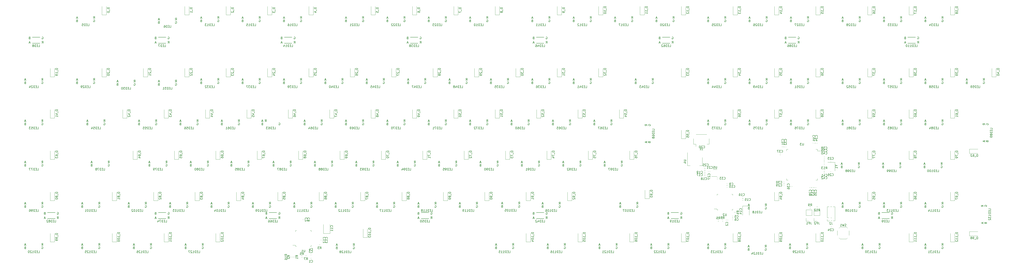
<source format=gbr>
G04 #@! TF.GenerationSoftware,KiCad,Pcbnew,(5.1.9)-1*
G04 #@! TF.CreationDate,2021-04-19T22:21:22+02:00*
G04 #@! TF.ProjectId,keyboard,6b657962-6f61-4726-942e-6b696361645f,rev?*
G04 #@! TF.SameCoordinates,Original*
G04 #@! TF.FileFunction,Legend,Bot*
G04 #@! TF.FilePolarity,Positive*
%FSLAX46Y46*%
G04 Gerber Fmt 4.6, Leading zero omitted, Abs format (unit mm)*
G04 Created by KiCad (PCBNEW (5.1.9)-1) date 2021-04-19 22:21:22*
%MOMM*%
%LPD*%
G01*
G04 APERTURE LIST*
%ADD10C,0.120000*%
%ADD11C,0.150000*%
G04 APERTURE END LIST*
D10*
X360208800Y-119510800D02*
X360208800Y-123720800D01*
X357188800Y-119510800D02*
X360208800Y-119510800D01*
X357188800Y-123720800D02*
X357188800Y-119510800D01*
X164240000Y-132260000D02*
X164240000Y-128050000D01*
X167260000Y-132260000D02*
X164240000Y-132260000D01*
X167260000Y-128050000D02*
X167260000Y-132260000D01*
X378090000Y-107610000D02*
X377390000Y-107610000D01*
X377390000Y-107610000D02*
X377390000Y-106910000D01*
X390910000Y-107610000D02*
X391610000Y-107610000D01*
X391610000Y-107610000D02*
X391610000Y-106910000D01*
X378090000Y-93390000D02*
X377390000Y-93390000D01*
X377390000Y-93390000D02*
X377390000Y-94090000D01*
X390910000Y-93390000D02*
X391610000Y-93390000D01*
X391610000Y-93390000D02*
X391610000Y-94090000D01*
X391610000Y-94090000D02*
X392975000Y-94090000D01*
D11*
X262250000Y-44400000D02*
X265750000Y-44400000D01*
X265750000Y-41600000D02*
X262250000Y-41600000D01*
D10*
X389640000Y-90587836D02*
X389640000Y-90372164D01*
X390360000Y-90587836D02*
X390360000Y-90372164D01*
X148580000Y-142936359D02*
X148580000Y-143243641D01*
X147820000Y-142936359D02*
X147820000Y-143243641D01*
X394596359Y-100370000D02*
X394903641Y-100370000D01*
X394596359Y-101130000D02*
X394903641Y-101130000D01*
X391336359Y-119870000D02*
X391643641Y-119870000D01*
X391336359Y-120630000D02*
X391643641Y-120630000D01*
X388403641Y-120630000D02*
X388096359Y-120630000D01*
X388403641Y-119870000D02*
X388096359Y-119870000D01*
X390070000Y-126530000D02*
X391400000Y-126530000D01*
X390070000Y-125200000D02*
X390070000Y-126530000D01*
X390070000Y-123930000D02*
X392730000Y-123930000D01*
X392730000Y-123930000D02*
X392730000Y-121330000D01*
X390070000Y-123930000D02*
X390070000Y-121330000D01*
X390070000Y-121330000D02*
X392730000Y-121330000D01*
X386426400Y-126530000D02*
X387756400Y-126530000D01*
X386426400Y-125200000D02*
X386426400Y-126530000D01*
X386426400Y-123930000D02*
X389086400Y-123930000D01*
X389086400Y-123930000D02*
X389086400Y-121330000D01*
X386426400Y-123930000D02*
X386426400Y-121330000D01*
X386426400Y-121330000D02*
X389086400Y-121330000D01*
X396120000Y-126430000D02*
X397250000Y-126430000D01*
X396120000Y-125670000D02*
X396120000Y-126430000D01*
X398827530Y-126365000D02*
X399650000Y-126365000D01*
X398010000Y-126365000D02*
X398212470Y-126365000D01*
X398010000Y-126233471D02*
X398010000Y-126365000D01*
X398010000Y-124963471D02*
X398010000Y-125106529D01*
X397813471Y-124910000D02*
X397956529Y-124910000D01*
X396120000Y-124910000D02*
X396686529Y-124910000D01*
X399650000Y-126365000D02*
X399650000Y-119895000D01*
X396120000Y-124910000D02*
X396120000Y-119895000D01*
X397557530Y-119895000D02*
X398212470Y-119895000D01*
X398827530Y-119895000D02*
X399650000Y-119895000D01*
X396120000Y-119895000D02*
X396942470Y-119895000D01*
X64293750Y-31325000D02*
X62293750Y-31325000D01*
X62293750Y-31325000D02*
X62293750Y-27425000D01*
X64293750Y-31325000D02*
X64293750Y-27425000D01*
X102393750Y-31325000D02*
X100393750Y-31325000D01*
X100393750Y-31325000D02*
X100393750Y-27425000D01*
X102393750Y-31325000D02*
X102393750Y-27425000D01*
X121443750Y-31325000D02*
X119443750Y-31325000D01*
X119443750Y-31325000D02*
X119443750Y-27425000D01*
X121443750Y-31325000D02*
X121443750Y-27425000D01*
X140493750Y-31325000D02*
X138493750Y-31325000D01*
X138493750Y-31325000D02*
X138493750Y-27425000D01*
X140493750Y-31325000D02*
X140493750Y-27425000D01*
X159543750Y-31325000D02*
X157543750Y-31325000D01*
X157543750Y-31325000D02*
X157543750Y-27425000D01*
X159543750Y-31325000D02*
X159543750Y-27425000D01*
X188118750Y-31325000D02*
X186118750Y-31325000D01*
X186118750Y-31325000D02*
X186118750Y-27425000D01*
X188118750Y-31325000D02*
X188118750Y-27425000D01*
X207168750Y-31325000D02*
X205168750Y-31325000D01*
X205168750Y-31325000D02*
X205168750Y-27425000D01*
X207168750Y-31325000D02*
X207168750Y-27425000D01*
X226218750Y-31325000D02*
X224218750Y-31325000D01*
X224218750Y-31325000D02*
X224218750Y-27425000D01*
X226218750Y-31325000D02*
X226218750Y-27425000D01*
X245268750Y-31325000D02*
X243268750Y-31325000D01*
X243268750Y-31325000D02*
X243268750Y-27425000D01*
X245268750Y-31325000D02*
X245268750Y-27425000D01*
X273843750Y-31325000D02*
X271843750Y-31325000D01*
X271843750Y-31325000D02*
X271843750Y-27425000D01*
X273843750Y-31325000D02*
X273843750Y-27425000D01*
X292893750Y-31325000D02*
X290893750Y-31325000D01*
X290893750Y-31325000D02*
X290893750Y-27425000D01*
X292893750Y-31325000D02*
X292893750Y-27425000D01*
X311943750Y-31325000D02*
X309943750Y-31325000D01*
X309943750Y-31325000D02*
X309943750Y-27425000D01*
X311943750Y-31325000D02*
X311943750Y-27425000D01*
X330993750Y-31325000D02*
X328993750Y-31325000D01*
X328993750Y-31325000D02*
X328993750Y-27425000D01*
X330993750Y-31325000D02*
X330993750Y-27425000D01*
X354806250Y-31325000D02*
X352806250Y-31325000D01*
X352806250Y-31325000D02*
X352806250Y-27425000D01*
X354806250Y-31325000D02*
X354806250Y-27425000D01*
X373856250Y-31325000D02*
X371856250Y-31325000D01*
X371856250Y-31325000D02*
X371856250Y-27425000D01*
X373856250Y-31325000D02*
X373856250Y-27425000D01*
X392906250Y-31325000D02*
X390906250Y-31325000D01*
X390906250Y-31325000D02*
X390906250Y-27425000D01*
X392906250Y-31325000D02*
X392906250Y-27425000D01*
X416718750Y-31325000D02*
X414718750Y-31325000D01*
X414718750Y-31325000D02*
X414718750Y-27425000D01*
X416718750Y-31325000D02*
X416718750Y-27425000D01*
X435768750Y-31325000D02*
X433768750Y-31325000D01*
X433768750Y-31325000D02*
X433768750Y-27425000D01*
X435768750Y-31325000D02*
X435768750Y-27425000D01*
X454818750Y-31325000D02*
X452818750Y-31325000D01*
X452818750Y-31325000D02*
X452818750Y-27425000D01*
X454818750Y-31325000D02*
X454818750Y-27425000D01*
X40481250Y-59900000D02*
X38481250Y-59900000D01*
X38481250Y-59900000D02*
X38481250Y-56000000D01*
X40481250Y-59900000D02*
X40481250Y-56000000D01*
X64293750Y-59900000D02*
X62293750Y-59900000D01*
X62293750Y-59900000D02*
X62293750Y-56000000D01*
X64293750Y-59900000D02*
X64293750Y-56000000D01*
X83343750Y-59900000D02*
X81343750Y-59900000D01*
X81343750Y-59900000D02*
X81343750Y-56000000D01*
X83343750Y-59900000D02*
X83343750Y-56000000D01*
X102393750Y-59900000D02*
X100393750Y-59900000D01*
X100393750Y-59900000D02*
X100393750Y-56000000D01*
X102393750Y-59900000D02*
X102393750Y-56000000D01*
X121443750Y-59900000D02*
X119443750Y-59900000D01*
X119443750Y-59900000D02*
X119443750Y-56000000D01*
X121443750Y-59900000D02*
X121443750Y-56000000D01*
X140493750Y-59900000D02*
X138493750Y-59900000D01*
X138493750Y-59900000D02*
X138493750Y-56000000D01*
X140493750Y-59900000D02*
X140493750Y-56000000D01*
X159543750Y-59900000D02*
X157543750Y-59900000D01*
X157543750Y-59900000D02*
X157543750Y-56000000D01*
X159543750Y-59900000D02*
X159543750Y-56000000D01*
X178593750Y-59900000D02*
X176593750Y-59900000D01*
X176593750Y-59900000D02*
X176593750Y-56000000D01*
X178593750Y-59900000D02*
X178593750Y-56000000D01*
X197643750Y-59900000D02*
X195643750Y-59900000D01*
X195643750Y-59900000D02*
X195643750Y-56000000D01*
X197643750Y-59900000D02*
X197643750Y-56000000D01*
X216693750Y-59900000D02*
X214693750Y-59900000D01*
X214693750Y-59900000D02*
X214693750Y-56000000D01*
X216693750Y-59900000D02*
X216693750Y-56000000D01*
X235743750Y-59900000D02*
X233743750Y-59900000D01*
X233743750Y-59900000D02*
X233743750Y-56000000D01*
X235743750Y-59900000D02*
X235743750Y-56000000D01*
X254793750Y-59900000D02*
X252793750Y-59900000D01*
X252793750Y-59900000D02*
X252793750Y-56000000D01*
X254793750Y-59900000D02*
X254793750Y-56000000D01*
X273843750Y-59900000D02*
X271843750Y-59900000D01*
X271843750Y-59900000D02*
X271843750Y-56000000D01*
X273843750Y-59900000D02*
X273843750Y-56000000D01*
X292893750Y-59900000D02*
X290893750Y-59900000D01*
X290893750Y-59900000D02*
X290893750Y-56000000D01*
X292893750Y-59900000D02*
X292893750Y-56000000D01*
X330993750Y-59900000D02*
X328993750Y-59900000D01*
X328993750Y-59900000D02*
X328993750Y-56000000D01*
X330993750Y-59900000D02*
X330993750Y-56000000D01*
X354806250Y-59900000D02*
X352806250Y-59900000D01*
X352806250Y-59900000D02*
X352806250Y-56000000D01*
X354806250Y-59900000D02*
X354806250Y-56000000D01*
X373856250Y-59900000D02*
X371856250Y-59900000D01*
X371856250Y-59900000D02*
X371856250Y-56000000D01*
X373856250Y-59900000D02*
X373856250Y-56000000D01*
X392906250Y-59900000D02*
X390906250Y-59900000D01*
X390906250Y-59900000D02*
X390906250Y-56000000D01*
X392906250Y-59900000D02*
X392906250Y-56000000D01*
X416718750Y-59900000D02*
X414718750Y-59900000D01*
X414718750Y-59900000D02*
X414718750Y-56000000D01*
X416718750Y-59900000D02*
X416718750Y-56000000D01*
X435768750Y-59900000D02*
X433768750Y-59900000D01*
X433768750Y-59900000D02*
X433768750Y-56000000D01*
X435768750Y-59900000D02*
X435768750Y-56000000D01*
X454818750Y-59900000D02*
X452818750Y-59900000D01*
X452818750Y-59900000D02*
X452818750Y-56000000D01*
X454818750Y-59900000D02*
X454818750Y-56000000D01*
X473868750Y-59900000D02*
X471868750Y-59900000D01*
X471868750Y-59900000D02*
X471868750Y-56000000D01*
X473868750Y-59900000D02*
X473868750Y-56000000D01*
X40481250Y-78950000D02*
X38481250Y-78950000D01*
X38481250Y-78950000D02*
X38481250Y-75050000D01*
X40481250Y-78950000D02*
X40481250Y-75050000D01*
X73818750Y-78950000D02*
X71818750Y-78950000D01*
X71818750Y-78950000D02*
X71818750Y-75050000D01*
X73818750Y-78950000D02*
X73818750Y-75050000D01*
X92868750Y-78950000D02*
X90868750Y-78950000D01*
X90868750Y-78950000D02*
X90868750Y-75050000D01*
X92868750Y-78950000D02*
X92868750Y-75050000D01*
X111918750Y-78950000D02*
X109918750Y-78950000D01*
X109918750Y-78950000D02*
X109918750Y-75050000D01*
X111918750Y-78950000D02*
X111918750Y-75050000D01*
X130968750Y-78950000D02*
X128968750Y-78950000D01*
X128968750Y-78950000D02*
X128968750Y-75050000D01*
X130968750Y-78950000D02*
X130968750Y-75050000D01*
X150018750Y-78950000D02*
X148018750Y-78950000D01*
X148018750Y-78950000D02*
X148018750Y-75050000D01*
X150018750Y-78950000D02*
X150018750Y-75050000D01*
X169068750Y-78950000D02*
X167068750Y-78950000D01*
X167068750Y-78950000D02*
X167068750Y-75050000D01*
X169068750Y-78950000D02*
X169068750Y-75050000D01*
X188118750Y-78950000D02*
X186118750Y-78950000D01*
X186118750Y-78950000D02*
X186118750Y-75050000D01*
X188118750Y-78950000D02*
X188118750Y-75050000D01*
X207168750Y-78950000D02*
X205168750Y-78950000D01*
X205168750Y-78950000D02*
X205168750Y-75050000D01*
X207168750Y-78950000D02*
X207168750Y-75050000D01*
X226218750Y-78950000D02*
X224218750Y-78950000D01*
X224218750Y-78950000D02*
X224218750Y-75050000D01*
X226218750Y-78950000D02*
X226218750Y-75050000D01*
X245268750Y-78950000D02*
X243268750Y-78950000D01*
X243268750Y-78950000D02*
X243268750Y-75050000D01*
X245268750Y-78950000D02*
X245268750Y-75050000D01*
X264318750Y-78950000D02*
X262318750Y-78950000D01*
X262318750Y-78950000D02*
X262318750Y-75050000D01*
X264318750Y-78950000D02*
X264318750Y-75050000D01*
X283368750Y-78950000D02*
X281368750Y-78950000D01*
X281368750Y-78950000D02*
X281368750Y-75050000D01*
X283368750Y-78950000D02*
X283368750Y-75050000D01*
X302418750Y-78950000D02*
X300418750Y-78950000D01*
X300418750Y-78950000D02*
X300418750Y-75050000D01*
X302418750Y-78950000D02*
X302418750Y-75050000D01*
X330993750Y-88475000D02*
X328993750Y-88475000D01*
X328993750Y-88475000D02*
X328993750Y-84575000D01*
X330993750Y-88475000D02*
X330993750Y-84575000D01*
X354806250Y-78950000D02*
X352806250Y-78950000D01*
X352806250Y-78950000D02*
X352806250Y-75050000D01*
X354806250Y-78950000D02*
X354806250Y-75050000D01*
X373856250Y-78950000D02*
X371856250Y-78950000D01*
X371856250Y-78950000D02*
X371856250Y-75050000D01*
X373856250Y-78950000D02*
X373856250Y-75050000D01*
X392906250Y-78950000D02*
X390906250Y-78950000D01*
X390906250Y-78950000D02*
X390906250Y-75050000D01*
X392906250Y-78950000D02*
X392906250Y-75050000D01*
X416718750Y-78950000D02*
X414718750Y-78950000D01*
X414718750Y-78950000D02*
X414718750Y-75050000D01*
X416718750Y-78950000D02*
X416718750Y-75050000D01*
X435768750Y-78950000D02*
X433768750Y-78950000D01*
X433768750Y-78950000D02*
X433768750Y-75050000D01*
X435768750Y-78950000D02*
X435768750Y-75050000D01*
X454818750Y-78950000D02*
X452818750Y-78950000D01*
X452818750Y-78950000D02*
X452818750Y-75050000D01*
X454818750Y-78950000D02*
X454818750Y-75050000D01*
X461593750Y-95250000D02*
X461593750Y-93250000D01*
X461593750Y-93250000D02*
X465493750Y-93250000D01*
X461593750Y-95250000D02*
X465493750Y-95250000D01*
X40481250Y-98000000D02*
X38481250Y-98000000D01*
X38481250Y-98000000D02*
X38481250Y-94100000D01*
X40481250Y-98000000D02*
X40481250Y-94100000D01*
X78581250Y-98000000D02*
X76581250Y-98000000D01*
X76581250Y-98000000D02*
X76581250Y-94100000D01*
X78581250Y-98000000D02*
X78581250Y-94100000D01*
X97631250Y-98000000D02*
X95631250Y-98000000D01*
X95631250Y-98000000D02*
X95631250Y-94100000D01*
X97631250Y-98000000D02*
X97631250Y-94100000D01*
X116681250Y-98000000D02*
X114681250Y-98000000D01*
X114681250Y-98000000D02*
X114681250Y-94100000D01*
X116681250Y-98000000D02*
X116681250Y-94100000D01*
X135731250Y-98000000D02*
X133731250Y-98000000D01*
X133731250Y-98000000D02*
X133731250Y-94100000D01*
X135731250Y-98000000D02*
X135731250Y-94100000D01*
X154781250Y-98000000D02*
X152781250Y-98000000D01*
X152781250Y-98000000D02*
X152781250Y-94100000D01*
X154781250Y-98000000D02*
X154781250Y-94100000D01*
X173831250Y-98000000D02*
X171831250Y-98000000D01*
X171831250Y-98000000D02*
X171831250Y-94100000D01*
X173831250Y-98000000D02*
X173831250Y-94100000D01*
X192881250Y-98000000D02*
X190881250Y-98000000D01*
X190881250Y-98000000D02*
X190881250Y-94100000D01*
X192881250Y-98000000D02*
X192881250Y-94100000D01*
X211931250Y-98000000D02*
X209931250Y-98000000D01*
X209931250Y-98000000D02*
X209931250Y-94100000D01*
X211931250Y-98000000D02*
X211931250Y-94100000D01*
X230981250Y-98000000D02*
X228981250Y-98000000D01*
X228981250Y-98000000D02*
X228981250Y-94100000D01*
X230981250Y-98000000D02*
X230981250Y-94100000D01*
X250031250Y-98000000D02*
X248031250Y-98000000D01*
X248031250Y-98000000D02*
X248031250Y-94100000D01*
X250031250Y-98000000D02*
X250031250Y-94100000D01*
X269081250Y-98000000D02*
X267081250Y-98000000D01*
X267081250Y-98000000D02*
X267081250Y-94100000D01*
X269081250Y-98000000D02*
X269081250Y-94100000D01*
X288131250Y-98000000D02*
X286131250Y-98000000D01*
X286131250Y-98000000D02*
X286131250Y-94100000D01*
X288131250Y-98000000D02*
X288131250Y-94100000D01*
X307181250Y-98000000D02*
X305181250Y-98000000D01*
X305181250Y-98000000D02*
X305181250Y-94100000D01*
X307181250Y-98000000D02*
X307181250Y-94100000D01*
X416718750Y-98000000D02*
X414718750Y-98000000D01*
X414718750Y-98000000D02*
X414718750Y-94100000D01*
X416718750Y-98000000D02*
X416718750Y-94100000D01*
X435768750Y-98000000D02*
X433768750Y-98000000D01*
X433768750Y-98000000D02*
X433768750Y-94100000D01*
X435768750Y-98000000D02*
X435768750Y-94100000D01*
X454818750Y-98000000D02*
X452818750Y-98000000D01*
X452818750Y-98000000D02*
X452818750Y-94100000D01*
X454818750Y-98000000D02*
X454818750Y-94100000D01*
X40481250Y-117050000D02*
X38481250Y-117050000D01*
X38481250Y-117050000D02*
X38481250Y-113150000D01*
X40481250Y-117050000D02*
X40481250Y-113150000D01*
X69056250Y-117050000D02*
X67056250Y-117050000D01*
X67056250Y-117050000D02*
X67056250Y-113150000D01*
X69056250Y-117050000D02*
X69056250Y-113150000D01*
X88106250Y-117050000D02*
X86106250Y-117050000D01*
X86106250Y-117050000D02*
X86106250Y-113150000D01*
X88106250Y-117050000D02*
X88106250Y-113150000D01*
X107156250Y-117050000D02*
X105156250Y-117050000D01*
X105156250Y-117050000D02*
X105156250Y-113150000D01*
X107156250Y-117050000D02*
X107156250Y-113150000D01*
X126206250Y-117050000D02*
X124206250Y-117050000D01*
X124206250Y-117050000D02*
X124206250Y-113150000D01*
X126206250Y-117050000D02*
X126206250Y-113150000D01*
X145256250Y-117050000D02*
X143256250Y-117050000D01*
X143256250Y-117050000D02*
X143256250Y-113150000D01*
X145256250Y-117050000D02*
X145256250Y-113150000D01*
X164306250Y-117050000D02*
X162306250Y-117050000D01*
X162306250Y-117050000D02*
X162306250Y-113150000D01*
X164306250Y-117050000D02*
X164306250Y-113150000D01*
X183356250Y-117050000D02*
X181356250Y-117050000D01*
X181356250Y-117050000D02*
X181356250Y-113150000D01*
X183356250Y-117050000D02*
X183356250Y-113150000D01*
X202406250Y-117050000D02*
X200406250Y-117050000D01*
X200406250Y-117050000D02*
X200406250Y-113150000D01*
X202406250Y-117050000D02*
X202406250Y-113150000D01*
X221456250Y-117050000D02*
X219456250Y-117050000D01*
X219456250Y-117050000D02*
X219456250Y-113150000D01*
X221456250Y-117050000D02*
X221456250Y-113150000D01*
X240506250Y-117050000D02*
X238506250Y-117050000D01*
X238506250Y-117050000D02*
X238506250Y-113150000D01*
X240506250Y-117050000D02*
X240506250Y-113150000D01*
X259556250Y-117050000D02*
X257556250Y-117050000D01*
X257556250Y-117050000D02*
X257556250Y-113150000D01*
X259556250Y-117050000D02*
X259556250Y-113150000D01*
X278606250Y-117050000D02*
X276606250Y-117050000D01*
X276606250Y-117050000D02*
X276606250Y-113150000D01*
X278606250Y-117050000D02*
X278606250Y-113150000D01*
X314250000Y-116100000D02*
X312250000Y-116100000D01*
X312250000Y-116100000D02*
X312250000Y-112200000D01*
X314250000Y-116100000D02*
X314250000Y-112200000D01*
X373856250Y-117050000D02*
X371856250Y-117050000D01*
X371856250Y-117050000D02*
X371856250Y-113150000D01*
X373856250Y-117050000D02*
X373856250Y-113150000D01*
X416718750Y-117050000D02*
X414718750Y-117050000D01*
X414718750Y-117050000D02*
X414718750Y-113150000D01*
X416718750Y-117050000D02*
X416718750Y-113150000D01*
X435768750Y-117050000D02*
X433768750Y-117050000D01*
X433768750Y-117050000D02*
X433768750Y-113150000D01*
X435768750Y-117050000D02*
X435768750Y-113150000D01*
X454818750Y-117050000D02*
X452818750Y-117050000D01*
X452818750Y-117050000D02*
X452818750Y-113150000D01*
X454818750Y-117050000D02*
X454818750Y-113150000D01*
X461593750Y-133350000D02*
X465493750Y-133350000D01*
X461593750Y-131350000D02*
X465493750Y-131350000D01*
X461593750Y-133350000D02*
X461593750Y-131350000D01*
X40481250Y-136100000D02*
X38481250Y-136100000D01*
X38481250Y-136100000D02*
X38481250Y-132200000D01*
X40481250Y-136100000D02*
X40481250Y-132200000D01*
X69056250Y-136100000D02*
X67056250Y-136100000D01*
X67056250Y-136100000D02*
X67056250Y-132200000D01*
X69056250Y-136100000D02*
X69056250Y-132200000D01*
X92868750Y-136100000D02*
X90868750Y-136100000D01*
X90868750Y-136100000D02*
X90868750Y-132200000D01*
X92868750Y-136100000D02*
X92868750Y-132200000D01*
X116681250Y-136100000D02*
X114681250Y-136100000D01*
X114681250Y-136100000D02*
X114681250Y-132200000D01*
X116681250Y-136100000D02*
X116681250Y-132200000D01*
X184500000Y-134100000D02*
X182500000Y-134100000D01*
X182500000Y-134100000D02*
X182500000Y-130200000D01*
X184500000Y-134100000D02*
X184500000Y-130200000D01*
X259556250Y-136100000D02*
X257556250Y-136100000D01*
X257556250Y-136100000D02*
X257556250Y-132200000D01*
X259556250Y-136100000D02*
X259556250Y-132200000D01*
X283368750Y-136100000D02*
X281368750Y-136100000D01*
X281368750Y-136100000D02*
X281368750Y-132200000D01*
X283368750Y-136100000D02*
X283368750Y-132200000D01*
X307181250Y-136100000D02*
X305181250Y-136100000D01*
X305181250Y-136100000D02*
X305181250Y-132200000D01*
X307181250Y-136100000D02*
X307181250Y-132200000D01*
X330993750Y-136100000D02*
X328993750Y-136100000D01*
X328993750Y-136100000D02*
X328993750Y-132200000D01*
X330993750Y-136100000D02*
X330993750Y-132200000D01*
X354806250Y-136100000D02*
X352806250Y-136100000D01*
X352806250Y-136100000D02*
X352806250Y-132200000D01*
X354806250Y-136100000D02*
X354806250Y-132200000D01*
X373856250Y-136100000D02*
X371856250Y-136100000D01*
X371856250Y-136100000D02*
X371856250Y-132200000D01*
X373856250Y-136100000D02*
X373856250Y-132200000D01*
X392906250Y-136100000D02*
X390906250Y-136100000D01*
X390906250Y-136100000D02*
X390906250Y-132200000D01*
X392906250Y-136100000D02*
X392906250Y-132200000D01*
X435768750Y-136100000D02*
X433768750Y-136100000D01*
X433768750Y-136100000D02*
X433768750Y-132200000D01*
X435768750Y-136100000D02*
X435768750Y-132200000D01*
X454818750Y-136100000D02*
X452818750Y-136100000D01*
X452818750Y-136100000D02*
X452818750Y-132200000D01*
X454818750Y-136100000D02*
X454818750Y-132200000D01*
X158392164Y-144360000D02*
X158607836Y-144360000D01*
X158392164Y-143640000D02*
X158607836Y-143640000D01*
X349640000Y-126107836D02*
X349640000Y-125892164D01*
X350360000Y-126107836D02*
X350360000Y-125892164D01*
X158587836Y-142110000D02*
X158372164Y-142110000D01*
X158587836Y-141390000D02*
X158372164Y-141390000D01*
X158587836Y-140390000D02*
X158372164Y-140390000D01*
X158587836Y-141110000D02*
X158372164Y-141110000D01*
X352412164Y-124860000D02*
X352627836Y-124860000D01*
X352412164Y-124140000D02*
X352627836Y-124140000D01*
X352412164Y-125140000D02*
X352627836Y-125140000D01*
X352412164Y-125860000D02*
X352627836Y-125860000D01*
X155560000Y-125907836D02*
X155560000Y-125692164D01*
X154840000Y-125907836D02*
X154840000Y-125692164D01*
X155890000Y-125907836D02*
X155890000Y-125692164D01*
X156610000Y-125907836D02*
X156610000Y-125692164D01*
X350107836Y-109860000D02*
X349892164Y-109860000D01*
X350107836Y-109140000D02*
X349892164Y-109140000D01*
X350107836Y-110860000D02*
X349892164Y-110860000D01*
X350107836Y-110140000D02*
X349892164Y-110140000D01*
X163860000Y-135357836D02*
X163860000Y-135142164D01*
X163140000Y-135357836D02*
X163140000Y-135142164D01*
X164140000Y-135357836D02*
X164140000Y-135142164D01*
X164860000Y-135357836D02*
X164860000Y-135142164D01*
X357357836Y-116860000D02*
X357142164Y-116860000D01*
X357357836Y-116140000D02*
X357142164Y-116140000D01*
X357357836Y-115140000D02*
X357142164Y-115140000D01*
X357357836Y-115860000D02*
X357142164Y-115860000D01*
X339692164Y-105110000D02*
X339907836Y-105110000D01*
X339692164Y-104390000D02*
X339907836Y-104390000D01*
X339692164Y-105390000D02*
X339907836Y-105390000D01*
X339692164Y-106110000D02*
X339907836Y-106110000D01*
X339692164Y-103390000D02*
X339907836Y-103390000D01*
X339692164Y-104110000D02*
X339907836Y-104110000D01*
X338607836Y-93860000D02*
X338392164Y-93860000D01*
X338607836Y-93140000D02*
X338392164Y-93140000D01*
X339692164Y-103110000D02*
X339907836Y-103110000D01*
X339692164Y-102390000D02*
X339907836Y-102390000D01*
X397837836Y-98390000D02*
X397622164Y-98390000D01*
X397837836Y-99110000D02*
X397622164Y-99110000D01*
X398087836Y-129140000D02*
X397872164Y-129140000D01*
X398087836Y-129860000D02*
X397872164Y-129860000D01*
X339662164Y-101390000D02*
X339877836Y-101390000D01*
X339662164Y-102110000D02*
X339877836Y-102110000D01*
X397642164Y-104360000D02*
X397857836Y-104360000D01*
X397642164Y-103640000D02*
X397857836Y-103640000D01*
X342110000Y-103627836D02*
X342110000Y-103412164D01*
X341390000Y-103627836D02*
X341390000Y-103412164D01*
X388860000Y-110912164D02*
X388860000Y-111127836D01*
X388140000Y-110912164D02*
X388140000Y-111127836D01*
X376337836Y-109390000D02*
X376122164Y-109390000D01*
X376337836Y-110110000D02*
X376122164Y-110110000D01*
X376337836Y-109110000D02*
X376122164Y-109110000D01*
X376337836Y-108390000D02*
X376122164Y-108390000D01*
X376110000Y-92337836D02*
X376110000Y-92122164D01*
X375390000Y-92337836D02*
X375390000Y-92122164D01*
X377110000Y-92357836D02*
X377110000Y-92142164D01*
X376390000Y-92357836D02*
X376390000Y-92142164D01*
X345627836Y-107110000D02*
X345412164Y-107110000D01*
X345627836Y-106390000D02*
X345412164Y-106390000D01*
X390640000Y-90607836D02*
X390640000Y-90392164D01*
X391360000Y-90607836D02*
X391360000Y-90392164D01*
X390140000Y-110912164D02*
X390140000Y-111127836D01*
X390860000Y-110912164D02*
X390860000Y-111127836D01*
X379140000Y-110392164D02*
X379140000Y-110607836D01*
X379860000Y-110392164D02*
X379860000Y-110607836D01*
X374587836Y-95860000D02*
X374372164Y-95860000D01*
X374587836Y-95140000D02*
X374372164Y-95140000D01*
X394662164Y-96640000D02*
X394877836Y-96640000D01*
X394662164Y-97360000D02*
X394877836Y-97360000D01*
X394642164Y-98610000D02*
X394857836Y-98610000D01*
X394642164Y-97890000D02*
X394857836Y-97890000D01*
X394642164Y-98890000D02*
X394857836Y-98890000D01*
X394642164Y-99610000D02*
X394857836Y-99610000D01*
X394642164Y-103610000D02*
X394857836Y-103610000D01*
X394642164Y-102890000D02*
X394857836Y-102890000D01*
X394642164Y-104610000D02*
X394857836Y-104610000D01*
X394642164Y-103890000D02*
X394857836Y-103890000D01*
X389860000Y-110912164D02*
X389860000Y-111127836D01*
X389140000Y-110912164D02*
X389140000Y-111127836D01*
X334590000Y-88485000D02*
X334590000Y-90985000D01*
X334590000Y-90985000D02*
X335640000Y-90985000D01*
X335640000Y-90985000D02*
X335640000Y-91975000D01*
X341810000Y-88485000D02*
X341810000Y-90985000D01*
X341810000Y-90985000D02*
X340760000Y-90985000D01*
X335760000Y-86515000D02*
X340640000Y-86515000D01*
D11*
X91750000Y-41600000D02*
X88250000Y-41600000D01*
X88250000Y-44400000D02*
X91750000Y-44400000D01*
X33750000Y-41600000D02*
X30250000Y-41600000D01*
X30250000Y-44400000D02*
X33750000Y-44400000D01*
X424750000Y-122600000D02*
X421250000Y-122600000D01*
X421250000Y-125400000D02*
X424750000Y-125400000D01*
X149750000Y-41600000D02*
X146250000Y-41600000D01*
X146250000Y-44400000D02*
X149750000Y-44400000D01*
X327750000Y-122600000D02*
X324250000Y-122600000D01*
X324250000Y-125400000D02*
X327750000Y-125400000D01*
X207750000Y-41600000D02*
X204250000Y-41600000D01*
X204250000Y-44400000D02*
X207750000Y-44400000D01*
X262250000Y-125400000D02*
X265750000Y-125400000D01*
X265750000Y-122600000D02*
X262250000Y-122600000D01*
X209250000Y-125400000D02*
X212750000Y-125400000D01*
X212750000Y-122600000D02*
X209250000Y-122600000D01*
X320250000Y-44400000D02*
X323750000Y-44400000D01*
X323750000Y-41600000D02*
X320250000Y-41600000D01*
X139250000Y-125400000D02*
X142750000Y-125400000D01*
X142750000Y-122600000D02*
X139250000Y-122600000D01*
X91750000Y-122600000D02*
X88250000Y-122600000D01*
X88250000Y-125400000D02*
X91750000Y-125400000D01*
X37250000Y-125400000D02*
X40750000Y-125400000D01*
X40750000Y-122600000D02*
X37250000Y-122600000D01*
X378250000Y-44400000D02*
X381750000Y-44400000D01*
X381750000Y-41600000D02*
X378250000Y-41600000D01*
X436750000Y-41600000D02*
X433250000Y-41600000D01*
X433250000Y-44400000D02*
X436750000Y-44400000D01*
D10*
X151180000Y-143243641D02*
X151180000Y-142936359D01*
X150420000Y-143243641D02*
X150420000Y-142936359D01*
X149780000Y-142936359D02*
X149780000Y-143243641D01*
X149020000Y-142936359D02*
X149020000Y-143243641D01*
X162336359Y-138130000D02*
X162643641Y-138130000D01*
X162336359Y-137370000D02*
X162643641Y-137370000D01*
X353370000Y-122356359D02*
X353370000Y-122663641D01*
X354130000Y-122356359D02*
X354130000Y-122663641D01*
X154463641Y-143180000D02*
X154156359Y-143180000D01*
X154463641Y-142420000D02*
X154156359Y-142420000D01*
X346143641Y-125870000D02*
X345836359Y-125870000D01*
X346143641Y-126630000D02*
X345836359Y-126630000D01*
X156046359Y-142420000D02*
X156353641Y-142420000D01*
X156046359Y-143180000D02*
X156353641Y-143180000D01*
X347846359Y-125870000D02*
X348153641Y-125870000D01*
X347846359Y-126630000D02*
X348153641Y-126630000D01*
X406220000Y-133040000D02*
X406220000Y-130960000D01*
X402050000Y-129280000D02*
X401560000Y-129770000D01*
X400780000Y-133040000D02*
X400780000Y-130960000D01*
X404950000Y-129280000D02*
X405440000Y-129770000D01*
X404950000Y-129280000D02*
X402050000Y-129280000D01*
X404950000Y-134720000D02*
X405440000Y-134230000D01*
X404950000Y-134720000D02*
X402050000Y-134720000D01*
X402050000Y-134720000D02*
X401560000Y-134230000D01*
X158160000Y-130890000D02*
X158610000Y-130890000D01*
X158610000Y-130890000D02*
X158610000Y-131340000D01*
X151840000Y-130890000D02*
X151390000Y-130890000D01*
X151390000Y-130890000D02*
X151390000Y-131340000D01*
X158160000Y-138110000D02*
X158610000Y-138110000D01*
X158610000Y-138110000D02*
X158610000Y-137660000D01*
X151840000Y-138110000D02*
X151390000Y-138110000D01*
X151390000Y-138110000D02*
X151390000Y-137660000D01*
X151390000Y-137660000D02*
X150100000Y-137660000D01*
X345390000Y-120910000D02*
X344100000Y-120910000D01*
X345390000Y-121360000D02*
X345390000Y-120910000D01*
X345840000Y-121360000D02*
X345390000Y-121360000D01*
X352610000Y-121360000D02*
X352610000Y-120910000D01*
X352160000Y-121360000D02*
X352610000Y-121360000D01*
X345390000Y-114140000D02*
X345390000Y-114590000D01*
X345840000Y-114140000D02*
X345390000Y-114140000D01*
X352610000Y-114140000D02*
X352610000Y-114590000D01*
X352160000Y-114140000D02*
X352610000Y-114140000D01*
X338610000Y-100910000D02*
X337350000Y-100910000D01*
X331790000Y-100910000D02*
X333050000Y-100910000D01*
X338610000Y-97150000D02*
X338610000Y-100910000D01*
X331790000Y-94900000D02*
X331790000Y-100910000D01*
X343600000Y-102640000D02*
X345400000Y-102640000D01*
X345400000Y-105860000D02*
X342950000Y-105860000D01*
X396350000Y-99350000D02*
X399650000Y-99350000D01*
X399650000Y-99350000D02*
X399650000Y-103350000D01*
D11*
X356705942Y-121327942D02*
X356753561Y-121280323D01*
X356801180Y-121137466D01*
X356801180Y-121042228D01*
X356753561Y-120899371D01*
X356658323Y-120804133D01*
X356563085Y-120756514D01*
X356372609Y-120708895D01*
X356229752Y-120708895D01*
X356039276Y-120756514D01*
X355944038Y-120804133D01*
X355848800Y-120899371D01*
X355801180Y-121042228D01*
X355801180Y-121137466D01*
X355848800Y-121280323D01*
X355896419Y-121327942D01*
X356801180Y-122280323D02*
X356801180Y-121708895D01*
X356801180Y-121994609D02*
X355801180Y-121994609D01*
X355944038Y-121899371D01*
X356039276Y-121804133D01*
X356086895Y-121708895D01*
X356134514Y-123137466D02*
X356801180Y-123137466D01*
X355753561Y-122899371D02*
X356467847Y-122661276D01*
X356467847Y-123280323D01*
X168457142Y-129157142D02*
X168504761Y-129109523D01*
X168552380Y-128966666D01*
X168552380Y-128871428D01*
X168504761Y-128728571D01*
X168409523Y-128633333D01*
X168314285Y-128585714D01*
X168123809Y-128538095D01*
X167980952Y-128538095D01*
X167790476Y-128585714D01*
X167695238Y-128633333D01*
X167600000Y-128728571D01*
X167552380Y-128871428D01*
X167552380Y-128966666D01*
X167600000Y-129109523D01*
X167647619Y-129157142D01*
X168552380Y-130109523D02*
X168552380Y-129538095D01*
X168552380Y-129823809D02*
X167552380Y-129823809D01*
X167695238Y-129728571D01*
X167790476Y-129633333D01*
X167838095Y-129538095D01*
X168552380Y-131061904D02*
X168552380Y-130490476D01*
X168552380Y-130776190D02*
X167552380Y-130776190D01*
X167695238Y-130680952D01*
X167790476Y-130585714D01*
X167838095Y-130490476D01*
X365576538Y-122852380D02*
X366052728Y-122852380D01*
X366052728Y-121852380D01*
X365243204Y-122328571D02*
X364909871Y-122328571D01*
X364767014Y-122852380D02*
X365243204Y-122852380D01*
X365243204Y-121852380D01*
X364767014Y-121852380D01*
X364338442Y-122852380D02*
X364338442Y-121852380D01*
X364100347Y-121852380D01*
X363957490Y-121900000D01*
X363862252Y-121995238D01*
X363814633Y-122090476D01*
X363767014Y-122280952D01*
X363767014Y-122423809D01*
X363814633Y-122614285D01*
X363862252Y-122709523D01*
X363957490Y-122804761D01*
X364100347Y-122852380D01*
X364338442Y-122852380D01*
X362814633Y-122852380D02*
X363386061Y-122852380D01*
X363100347Y-122852380D02*
X363100347Y-121852380D01*
X363195585Y-121995238D01*
X363290823Y-122090476D01*
X363386061Y-122138095D01*
X362243204Y-122280952D02*
X362338442Y-122233333D01*
X362386061Y-122185714D01*
X362433680Y-122090476D01*
X362433680Y-122042857D01*
X362386061Y-121947619D01*
X362338442Y-121900000D01*
X362243204Y-121852380D01*
X362052728Y-121852380D01*
X361957490Y-121900000D01*
X361909871Y-121947619D01*
X361862252Y-122042857D01*
X361862252Y-122090476D01*
X361909871Y-122185714D01*
X361957490Y-122233333D01*
X362052728Y-122280952D01*
X362243204Y-122280952D01*
X362338442Y-122328571D01*
X362386061Y-122376190D01*
X362433680Y-122471428D01*
X362433680Y-122661904D01*
X362386061Y-122757142D01*
X362338442Y-122804761D01*
X362243204Y-122852380D01*
X362052728Y-122852380D01*
X361957490Y-122804761D01*
X361909871Y-122757142D01*
X361862252Y-122661904D01*
X361862252Y-122471428D01*
X361909871Y-122376190D01*
X361957490Y-122328571D01*
X362052728Y-122280952D01*
X360282395Y-119204666D02*
X359806204Y-119204666D01*
X360377633Y-119490380D02*
X360044300Y-118490380D01*
X359710966Y-119490380D01*
X367608776Y-119490380D02*
X367942109Y-119014190D01*
X368180204Y-119490380D02*
X368180204Y-118490380D01*
X367799252Y-118490380D01*
X367704014Y-118538000D01*
X367656395Y-118585619D01*
X367608776Y-118680857D01*
X367608776Y-118823714D01*
X367656395Y-118918952D01*
X367704014Y-118966571D01*
X367799252Y-119014190D01*
X368180204Y-119014190D01*
X359972871Y-120490571D02*
X359830014Y-120538190D01*
X359782395Y-120585809D01*
X359734776Y-120681047D01*
X359734776Y-120823904D01*
X359782395Y-120919142D01*
X359830014Y-120966761D01*
X359925252Y-121014380D01*
X360306204Y-121014380D01*
X360306204Y-120014380D01*
X359972871Y-120014380D01*
X359877633Y-120062000D01*
X359830014Y-120109619D01*
X359782395Y-120204857D01*
X359782395Y-120300095D01*
X359830014Y-120395333D01*
X359877633Y-120442952D01*
X359972871Y-120490571D01*
X360306204Y-120490571D01*
X367656395Y-120062000D02*
X367751633Y-120014380D01*
X367894490Y-120014380D01*
X368037347Y-120062000D01*
X368132585Y-120157238D01*
X368180204Y-120252476D01*
X368227823Y-120442952D01*
X368227823Y-120585809D01*
X368180204Y-120776285D01*
X368132585Y-120871523D01*
X368037347Y-120966761D01*
X367894490Y-121014380D01*
X367799252Y-121014380D01*
X367656395Y-120966761D01*
X367608776Y-120919142D01*
X367608776Y-120585809D01*
X367799252Y-120585809D01*
X385261904Y-90532380D02*
X385261904Y-91341904D01*
X385214285Y-91437142D01*
X385166666Y-91484761D01*
X385071428Y-91532380D01*
X384880952Y-91532380D01*
X384785714Y-91484761D01*
X384738095Y-91437142D01*
X384690476Y-91341904D01*
X384690476Y-90532380D01*
X384309523Y-90532380D02*
X383690476Y-90532380D01*
X384023809Y-90913333D01*
X383880952Y-90913333D01*
X383785714Y-90960952D01*
X383738095Y-91008571D01*
X383690476Y-91103809D01*
X383690476Y-91341904D01*
X383738095Y-91437142D01*
X383785714Y-91484761D01*
X383880952Y-91532380D01*
X384166666Y-91532380D01*
X384261904Y-91484761D01*
X384309523Y-91437142D01*
X265595238Y-46052380D02*
X266071428Y-46052380D01*
X266071428Y-45052380D01*
X265261904Y-45528571D02*
X264928571Y-45528571D01*
X264785714Y-46052380D02*
X265261904Y-46052380D01*
X265261904Y-45052380D01*
X264785714Y-45052380D01*
X264357142Y-46052380D02*
X264357142Y-45052380D01*
X264119047Y-45052380D01*
X263976190Y-45100000D01*
X263880952Y-45195238D01*
X263833333Y-45290476D01*
X263785714Y-45480952D01*
X263785714Y-45623809D01*
X263833333Y-45814285D01*
X263880952Y-45909523D01*
X263976190Y-46004761D01*
X264119047Y-46052380D01*
X264357142Y-46052380D01*
X262928571Y-45385714D02*
X262928571Y-46052380D01*
X263166666Y-45004761D02*
X263404761Y-45719047D01*
X262785714Y-45719047D01*
X261976190Y-45052380D02*
X262166666Y-45052380D01*
X262261904Y-45100000D01*
X262309523Y-45147619D01*
X262404761Y-45290476D01*
X262452380Y-45480952D01*
X262452380Y-45861904D01*
X262404761Y-45957142D01*
X262357142Y-46004761D01*
X262261904Y-46052380D01*
X262071428Y-46052380D01*
X261976190Y-46004761D01*
X261928571Y-45957142D01*
X261880952Y-45861904D01*
X261880952Y-45623809D01*
X261928571Y-45528571D01*
X261976190Y-45480952D01*
X262071428Y-45433333D01*
X262261904Y-45433333D01*
X262357142Y-45480952D01*
X262404761Y-45528571D01*
X262452380Y-45623809D01*
X261238095Y-44166666D02*
X260761904Y-44166666D01*
X261333333Y-44452380D02*
X261000000Y-43452380D01*
X260666666Y-44452380D01*
X266690476Y-44452380D02*
X267023809Y-43976190D01*
X267261904Y-44452380D02*
X267261904Y-43452380D01*
X266880952Y-43452380D01*
X266785714Y-43500000D01*
X266738095Y-43547619D01*
X266690476Y-43642857D01*
X266690476Y-43785714D01*
X266738095Y-43880952D01*
X266785714Y-43928571D01*
X266880952Y-43976190D01*
X267261904Y-43976190D01*
X260928571Y-41928571D02*
X260785714Y-41976190D01*
X260738095Y-42023809D01*
X260690476Y-42119047D01*
X260690476Y-42261904D01*
X260738095Y-42357142D01*
X260785714Y-42404761D01*
X260880952Y-42452380D01*
X261261904Y-42452380D01*
X261261904Y-41452380D01*
X260928571Y-41452380D01*
X260833333Y-41500000D01*
X260785714Y-41547619D01*
X260738095Y-41642857D01*
X260738095Y-41738095D01*
X260785714Y-41833333D01*
X260833333Y-41880952D01*
X260928571Y-41928571D01*
X261261904Y-41928571D01*
X266738095Y-41500000D02*
X266833333Y-41452380D01*
X266976190Y-41452380D01*
X267119047Y-41500000D01*
X267214285Y-41595238D01*
X267261904Y-41690476D01*
X267309523Y-41880952D01*
X267309523Y-42023809D01*
X267261904Y-42214285D01*
X267214285Y-42309523D01*
X267119047Y-42404761D01*
X266976190Y-42452380D01*
X266880952Y-42452380D01*
X266738095Y-42404761D01*
X266690476Y-42357142D01*
X266690476Y-42023809D01*
X266880952Y-42023809D01*
X390357142Y-87557142D02*
X390404761Y-87509523D01*
X390452380Y-87366666D01*
X390452380Y-87271428D01*
X390404761Y-87128571D01*
X390309523Y-87033333D01*
X390214285Y-86985714D01*
X390023809Y-86938095D01*
X389880952Y-86938095D01*
X389690476Y-86985714D01*
X389595238Y-87033333D01*
X389500000Y-87128571D01*
X389452380Y-87271428D01*
X389452380Y-87366666D01*
X389500000Y-87509523D01*
X389547619Y-87557142D01*
X389785714Y-88414285D02*
X390452380Y-88414285D01*
X389404761Y-88176190D02*
X390119047Y-87938095D01*
X390119047Y-88557142D01*
X389785714Y-89366666D02*
X390452380Y-89366666D01*
X389404761Y-89128571D02*
X390119047Y-88890476D01*
X390119047Y-89509523D01*
X147482380Y-142447142D02*
X147006190Y-142113809D01*
X147482380Y-141875714D02*
X146482380Y-141875714D01*
X146482380Y-142256666D01*
X146530000Y-142351904D01*
X146577619Y-142399523D01*
X146672857Y-142447142D01*
X146815714Y-142447142D01*
X146910952Y-142399523D01*
X146958571Y-142351904D01*
X147006190Y-142256666D01*
X147006190Y-141875714D01*
X147482380Y-143399523D02*
X147482380Y-142828095D01*
X147482380Y-143113809D02*
X146482380Y-143113809D01*
X146625238Y-143018571D01*
X146720476Y-142923333D01*
X146768095Y-142828095D01*
X146482380Y-144256666D02*
X146482380Y-144066190D01*
X146530000Y-143970952D01*
X146577619Y-143923333D01*
X146720476Y-143828095D01*
X146910952Y-143780476D01*
X147291904Y-143780476D01*
X147387142Y-143828095D01*
X147434761Y-143875714D01*
X147482380Y-143970952D01*
X147482380Y-144161428D01*
X147434761Y-144256666D01*
X147387142Y-144304285D01*
X147291904Y-144351904D01*
X147053809Y-144351904D01*
X146958571Y-144304285D01*
X146910952Y-144256666D01*
X146863333Y-144161428D01*
X146863333Y-143970952D01*
X146910952Y-143875714D01*
X146958571Y-143828095D01*
X147053809Y-143780476D01*
X471408630Y-121353521D02*
X471408630Y-120877330D01*
X470408630Y-120877330D01*
X470884821Y-121686854D02*
X470884821Y-122020188D01*
X471408630Y-122163045D02*
X471408630Y-121686854D01*
X470408630Y-121686854D01*
X470408630Y-122163045D01*
X471408630Y-122591616D02*
X470408630Y-122591616D01*
X470408630Y-122829711D01*
X470456250Y-122972569D01*
X470551488Y-123067807D01*
X470646726Y-123115426D01*
X470837202Y-123163045D01*
X470980059Y-123163045D01*
X471170535Y-123115426D01*
X471265773Y-123067807D01*
X471361011Y-122972569D01*
X471408630Y-122829711D01*
X471408630Y-122591616D01*
X471408630Y-124115426D02*
X471408630Y-123543997D01*
X471408630Y-123829711D02*
X470408630Y-123829711D01*
X470551488Y-123734473D01*
X470646726Y-123639235D01*
X470694345Y-123543997D01*
X470408630Y-124448759D02*
X470408630Y-125067807D01*
X470789583Y-124734473D01*
X470789583Y-124877330D01*
X470837202Y-124972569D01*
X470884821Y-125020188D01*
X470980059Y-125067807D01*
X471218154Y-125067807D01*
X471313392Y-125020188D01*
X471361011Y-124972569D01*
X471408630Y-124877330D01*
X471408630Y-124591616D01*
X471361011Y-124496378D01*
X471313392Y-124448759D01*
X470503869Y-125448759D02*
X470456250Y-125496378D01*
X470408630Y-125591616D01*
X470408630Y-125829711D01*
X470456250Y-125924950D01*
X470503869Y-125972569D01*
X470599107Y-126020188D01*
X470694345Y-126020188D01*
X470837202Y-125972569D01*
X471408630Y-125401140D01*
X471408630Y-126020188D01*
X467760916Y-127123854D02*
X467760916Y-127600045D01*
X468046630Y-127028616D02*
X467046630Y-127361950D01*
X468046630Y-127695283D01*
X468046630Y-119797473D02*
X467570440Y-119464140D01*
X468046630Y-119226045D02*
X467046630Y-119226045D01*
X467046630Y-119606997D01*
X467094250Y-119702235D01*
X467141869Y-119749854D01*
X467237107Y-119797473D01*
X467379964Y-119797473D01*
X467475202Y-119749854D01*
X467522821Y-119702235D01*
X467570440Y-119606997D01*
X467570440Y-119226045D01*
X469046821Y-127433378D02*
X469094440Y-127576235D01*
X469142059Y-127623854D01*
X469237297Y-127671473D01*
X469380154Y-127671473D01*
X469475392Y-127623854D01*
X469523011Y-127576235D01*
X469570630Y-127480997D01*
X469570630Y-127100045D01*
X468570630Y-127100045D01*
X468570630Y-127433378D01*
X468618250Y-127528616D01*
X468665869Y-127576235D01*
X468761107Y-127623854D01*
X468856345Y-127623854D01*
X468951583Y-127576235D01*
X468999202Y-127528616D01*
X469046821Y-127433378D01*
X469046821Y-127100045D01*
X468618250Y-119749854D02*
X468570630Y-119654616D01*
X468570630Y-119511759D01*
X468618250Y-119368902D01*
X468713488Y-119273664D01*
X468808726Y-119226045D01*
X468999202Y-119178426D01*
X469142059Y-119178426D01*
X469332535Y-119226045D01*
X469427773Y-119273664D01*
X469523011Y-119368902D01*
X469570630Y-119511759D01*
X469570630Y-119606997D01*
X469523011Y-119749854D01*
X469475392Y-119797473D01*
X469142059Y-119797473D01*
X469142059Y-119606997D01*
X366002628Y-141914880D02*
X366478819Y-141914880D01*
X366478819Y-140914880D01*
X365669295Y-141391071D02*
X365335961Y-141391071D01*
X365193104Y-141914880D02*
X365669295Y-141914880D01*
X365669295Y-140914880D01*
X365193104Y-140914880D01*
X364764533Y-141914880D02*
X364764533Y-140914880D01*
X364526438Y-140914880D01*
X364383580Y-140962500D01*
X364288342Y-141057738D01*
X364240723Y-141152976D01*
X364193104Y-141343452D01*
X364193104Y-141486309D01*
X364240723Y-141676785D01*
X364288342Y-141772023D01*
X364383580Y-141867261D01*
X364526438Y-141914880D01*
X364764533Y-141914880D01*
X363240723Y-141914880D02*
X363812152Y-141914880D01*
X363526438Y-141914880D02*
X363526438Y-140914880D01*
X363621676Y-141057738D01*
X363716914Y-141152976D01*
X363812152Y-141200595D01*
X362859771Y-141010119D02*
X362812152Y-140962500D01*
X362716914Y-140914880D01*
X362478819Y-140914880D01*
X362383580Y-140962500D01*
X362335961Y-141010119D01*
X362288342Y-141105357D01*
X362288342Y-141200595D01*
X362335961Y-141343452D01*
X362907390Y-141914880D01*
X362288342Y-141914880D01*
X361431200Y-141248214D02*
X361431200Y-141914880D01*
X361669295Y-140867261D02*
X361907390Y-141581547D01*
X361288342Y-141581547D01*
X360232295Y-138267166D02*
X359756104Y-138267166D01*
X360327533Y-138552880D02*
X359994200Y-137552880D01*
X359660866Y-138552880D01*
X367558676Y-138552880D02*
X367892009Y-138076690D01*
X368130104Y-138552880D02*
X368130104Y-137552880D01*
X367749152Y-137552880D01*
X367653914Y-137600500D01*
X367606295Y-137648119D01*
X367558676Y-137743357D01*
X367558676Y-137886214D01*
X367606295Y-137981452D01*
X367653914Y-138029071D01*
X367749152Y-138076690D01*
X368130104Y-138076690D01*
X359922771Y-139553071D02*
X359779914Y-139600690D01*
X359732295Y-139648309D01*
X359684676Y-139743547D01*
X359684676Y-139886404D01*
X359732295Y-139981642D01*
X359779914Y-140029261D01*
X359875152Y-140076880D01*
X360256104Y-140076880D01*
X360256104Y-139076880D01*
X359922771Y-139076880D01*
X359827533Y-139124500D01*
X359779914Y-139172119D01*
X359732295Y-139267357D01*
X359732295Y-139362595D01*
X359779914Y-139457833D01*
X359827533Y-139505452D01*
X359922771Y-139553071D01*
X360256104Y-139553071D01*
X367606295Y-139124500D02*
X367701533Y-139076880D01*
X367844390Y-139076880D01*
X367987247Y-139124500D01*
X368082485Y-139219738D01*
X368130104Y-139314976D01*
X368177723Y-139505452D01*
X368177723Y-139648309D01*
X368130104Y-139838785D01*
X368082485Y-139934023D01*
X367987247Y-140029261D01*
X367844390Y-140076880D01*
X367749152Y-140076880D01*
X367606295Y-140029261D01*
X367558676Y-139981642D01*
X367558676Y-139648309D01*
X367749152Y-139648309D01*
X321158928Y-141164880D02*
X321635119Y-141164880D01*
X321635119Y-140164880D01*
X320825595Y-140641071D02*
X320492261Y-140641071D01*
X320349404Y-141164880D02*
X320825595Y-141164880D01*
X320825595Y-140164880D01*
X320349404Y-140164880D01*
X319920833Y-141164880D02*
X319920833Y-140164880D01*
X319682738Y-140164880D01*
X319539880Y-140212500D01*
X319444642Y-140307738D01*
X319397023Y-140402976D01*
X319349404Y-140593452D01*
X319349404Y-140736309D01*
X319397023Y-140926785D01*
X319444642Y-141022023D01*
X319539880Y-141117261D01*
X319682738Y-141164880D01*
X319920833Y-141164880D01*
X318397023Y-141164880D02*
X318968452Y-141164880D01*
X318682738Y-141164880D02*
X318682738Y-140164880D01*
X318777976Y-140307738D01*
X318873214Y-140402976D01*
X318968452Y-140450595D01*
X318016071Y-140260119D02*
X317968452Y-140212500D01*
X317873214Y-140164880D01*
X317635119Y-140164880D01*
X317539880Y-140212500D01*
X317492261Y-140260119D01*
X317444642Y-140355357D01*
X317444642Y-140450595D01*
X317492261Y-140593452D01*
X318063690Y-141164880D01*
X317444642Y-141164880D01*
X317063690Y-140260119D02*
X317016071Y-140212500D01*
X316920833Y-140164880D01*
X316682738Y-140164880D01*
X316587500Y-140212500D01*
X316539880Y-140260119D01*
X316492261Y-140355357D01*
X316492261Y-140450595D01*
X316539880Y-140593452D01*
X317111309Y-141164880D01*
X316492261Y-141164880D01*
X315388595Y-137517166D02*
X314912404Y-137517166D01*
X315483833Y-137802880D02*
X315150500Y-136802880D01*
X314817166Y-137802880D01*
X322714976Y-137802880D02*
X323048309Y-137326690D01*
X323286404Y-137802880D02*
X323286404Y-136802880D01*
X322905452Y-136802880D01*
X322810214Y-136850500D01*
X322762595Y-136898119D01*
X322714976Y-136993357D01*
X322714976Y-137136214D01*
X322762595Y-137231452D01*
X322810214Y-137279071D01*
X322905452Y-137326690D01*
X323286404Y-137326690D01*
X315079071Y-138803071D02*
X314936214Y-138850690D01*
X314888595Y-138898309D01*
X314840976Y-138993547D01*
X314840976Y-139136404D01*
X314888595Y-139231642D01*
X314936214Y-139279261D01*
X315031452Y-139326880D01*
X315412404Y-139326880D01*
X315412404Y-138326880D01*
X315079071Y-138326880D01*
X314983833Y-138374500D01*
X314936214Y-138422119D01*
X314888595Y-138517357D01*
X314888595Y-138612595D01*
X314936214Y-138707833D01*
X314983833Y-138755452D01*
X315079071Y-138803071D01*
X315412404Y-138803071D01*
X322762595Y-138374500D02*
X322857833Y-138326880D01*
X323000690Y-138326880D01*
X323143547Y-138374500D01*
X323238785Y-138469738D01*
X323286404Y-138564976D01*
X323334023Y-138755452D01*
X323334023Y-138898309D01*
X323286404Y-139088785D01*
X323238785Y-139184023D01*
X323143547Y-139279261D01*
X323000690Y-139326880D01*
X322905452Y-139326880D01*
X322762595Y-139279261D01*
X322714976Y-139231642D01*
X322714976Y-138898309D01*
X322905452Y-138898309D01*
X273533928Y-141164880D02*
X274010119Y-141164880D01*
X274010119Y-140164880D01*
X273200595Y-140641071D02*
X272867261Y-140641071D01*
X272724404Y-141164880D02*
X273200595Y-141164880D01*
X273200595Y-140164880D01*
X272724404Y-140164880D01*
X272295833Y-141164880D02*
X272295833Y-140164880D01*
X272057738Y-140164880D01*
X271914880Y-140212500D01*
X271819642Y-140307738D01*
X271772023Y-140402976D01*
X271724404Y-140593452D01*
X271724404Y-140736309D01*
X271772023Y-140926785D01*
X271819642Y-141022023D01*
X271914880Y-141117261D01*
X272057738Y-141164880D01*
X272295833Y-141164880D01*
X270772023Y-141164880D02*
X271343452Y-141164880D01*
X271057738Y-141164880D02*
X271057738Y-140164880D01*
X271152976Y-140307738D01*
X271248214Y-140402976D01*
X271343452Y-140450595D01*
X269819642Y-141164880D02*
X270391071Y-141164880D01*
X270105357Y-141164880D02*
X270105357Y-140164880D01*
X270200595Y-140307738D01*
X270295833Y-140402976D01*
X270391071Y-140450595D01*
X268962500Y-140164880D02*
X269152976Y-140164880D01*
X269248214Y-140212500D01*
X269295833Y-140260119D01*
X269391071Y-140402976D01*
X269438690Y-140593452D01*
X269438690Y-140974404D01*
X269391071Y-141069642D01*
X269343452Y-141117261D01*
X269248214Y-141164880D01*
X269057738Y-141164880D01*
X268962500Y-141117261D01*
X268914880Y-141069642D01*
X268867261Y-140974404D01*
X268867261Y-140736309D01*
X268914880Y-140641071D01*
X268962500Y-140593452D01*
X269057738Y-140545833D01*
X269248214Y-140545833D01*
X269343452Y-140593452D01*
X269391071Y-140641071D01*
X269438690Y-140736309D01*
X267763595Y-137517166D02*
X267287404Y-137517166D01*
X267858833Y-137802880D02*
X267525500Y-136802880D01*
X267192166Y-137802880D01*
X275089976Y-137802880D02*
X275423309Y-137326690D01*
X275661404Y-137802880D02*
X275661404Y-136802880D01*
X275280452Y-136802880D01*
X275185214Y-136850500D01*
X275137595Y-136898119D01*
X275089976Y-136993357D01*
X275089976Y-137136214D01*
X275137595Y-137231452D01*
X275185214Y-137279071D01*
X275280452Y-137326690D01*
X275661404Y-137326690D01*
X267454071Y-138803071D02*
X267311214Y-138850690D01*
X267263595Y-138898309D01*
X267215976Y-138993547D01*
X267215976Y-139136404D01*
X267263595Y-139231642D01*
X267311214Y-139279261D01*
X267406452Y-139326880D01*
X267787404Y-139326880D01*
X267787404Y-138326880D01*
X267454071Y-138326880D01*
X267358833Y-138374500D01*
X267311214Y-138422119D01*
X267263595Y-138517357D01*
X267263595Y-138612595D01*
X267311214Y-138707833D01*
X267358833Y-138755452D01*
X267454071Y-138803071D01*
X267787404Y-138803071D01*
X275137595Y-138374500D02*
X275232833Y-138326880D01*
X275375690Y-138326880D01*
X275518547Y-138374500D01*
X275613785Y-138469738D01*
X275661404Y-138564976D01*
X275709023Y-138755452D01*
X275709023Y-138898309D01*
X275661404Y-139088785D01*
X275613785Y-139184023D01*
X275518547Y-139279261D01*
X275375690Y-139326880D01*
X275280452Y-139326880D01*
X275137595Y-139279261D01*
X275089976Y-139231642D01*
X275089976Y-138898309D01*
X275280452Y-138898309D01*
X408388938Y-103814880D02*
X408865128Y-103814880D01*
X408865128Y-102814880D01*
X408055604Y-103291071D02*
X407722271Y-103291071D01*
X407579414Y-103814880D02*
X408055604Y-103814880D01*
X408055604Y-102814880D01*
X407579414Y-102814880D01*
X407150842Y-103814880D02*
X407150842Y-102814880D01*
X406912747Y-102814880D01*
X406769890Y-102862500D01*
X406674652Y-102957738D01*
X406627033Y-103052976D01*
X406579414Y-103243452D01*
X406579414Y-103386309D01*
X406627033Y-103576785D01*
X406674652Y-103672023D01*
X406769890Y-103767261D01*
X406912747Y-103814880D01*
X407150842Y-103814880D01*
X406103223Y-103814880D02*
X405912747Y-103814880D01*
X405817509Y-103767261D01*
X405769890Y-103719642D01*
X405674652Y-103576785D01*
X405627033Y-103386309D01*
X405627033Y-103005357D01*
X405674652Y-102910119D01*
X405722271Y-102862500D01*
X405817509Y-102814880D01*
X406007985Y-102814880D01*
X406103223Y-102862500D01*
X406150842Y-102910119D01*
X406198461Y-103005357D01*
X406198461Y-103243452D01*
X406150842Y-103338690D01*
X406103223Y-103386309D01*
X406007985Y-103433928D01*
X405817509Y-103433928D01*
X405722271Y-103386309D01*
X405674652Y-103338690D01*
X405627033Y-103243452D01*
X405055604Y-103243452D02*
X405150842Y-103195833D01*
X405198461Y-103148214D01*
X405246080Y-103052976D01*
X405246080Y-103005357D01*
X405198461Y-102910119D01*
X405150842Y-102862500D01*
X405055604Y-102814880D01*
X404865128Y-102814880D01*
X404769890Y-102862500D01*
X404722271Y-102910119D01*
X404674652Y-103005357D01*
X404674652Y-103052976D01*
X404722271Y-103148214D01*
X404769890Y-103195833D01*
X404865128Y-103243452D01*
X405055604Y-103243452D01*
X405150842Y-103291071D01*
X405198461Y-103338690D01*
X405246080Y-103433928D01*
X405246080Y-103624404D01*
X405198461Y-103719642D01*
X405150842Y-103767261D01*
X405055604Y-103814880D01*
X404865128Y-103814880D01*
X404769890Y-103767261D01*
X404722271Y-103719642D01*
X404674652Y-103624404D01*
X404674652Y-103433928D01*
X404722271Y-103338690D01*
X404769890Y-103291071D01*
X404865128Y-103243452D01*
X403094795Y-100167166D02*
X402618604Y-100167166D01*
X403190033Y-100452880D02*
X402856700Y-99452880D01*
X402523366Y-100452880D01*
X410421176Y-100452880D02*
X410754509Y-99976690D01*
X410992604Y-100452880D02*
X410992604Y-99452880D01*
X410611652Y-99452880D01*
X410516414Y-99500500D01*
X410468795Y-99548119D01*
X410421176Y-99643357D01*
X410421176Y-99786214D01*
X410468795Y-99881452D01*
X410516414Y-99929071D01*
X410611652Y-99976690D01*
X410992604Y-99976690D01*
X402785271Y-101453071D02*
X402642414Y-101500690D01*
X402594795Y-101548309D01*
X402547176Y-101643547D01*
X402547176Y-101786404D01*
X402594795Y-101881642D01*
X402642414Y-101929261D01*
X402737652Y-101976880D01*
X403118604Y-101976880D01*
X403118604Y-100976880D01*
X402785271Y-100976880D01*
X402690033Y-101024500D01*
X402642414Y-101072119D01*
X402594795Y-101167357D01*
X402594795Y-101262595D01*
X402642414Y-101357833D01*
X402690033Y-101405452D01*
X402785271Y-101453071D01*
X403118604Y-101453071D01*
X410468795Y-101024500D02*
X410564033Y-100976880D01*
X410706890Y-100976880D01*
X410849747Y-101024500D01*
X410944985Y-101119738D01*
X410992604Y-101214976D01*
X411040223Y-101405452D01*
X411040223Y-101548309D01*
X410992604Y-101738785D01*
X410944985Y-101834023D01*
X410849747Y-101929261D01*
X410706890Y-101976880D01*
X410611652Y-101976880D01*
X410468795Y-101929261D01*
X410421176Y-101881642D01*
X410421176Y-101548309D01*
X410611652Y-101548309D01*
X395442857Y-102452380D02*
X395776190Y-101976190D01*
X396014285Y-102452380D02*
X396014285Y-101452380D01*
X395633333Y-101452380D01*
X395538095Y-101500000D01*
X395490476Y-101547619D01*
X395442857Y-101642857D01*
X395442857Y-101785714D01*
X395490476Y-101880952D01*
X395538095Y-101928571D01*
X395633333Y-101976190D01*
X396014285Y-101976190D01*
X394490476Y-102452380D02*
X395061904Y-102452380D01*
X394776190Y-102452380D02*
X394776190Y-101452380D01*
X394871428Y-101595238D01*
X394966666Y-101690476D01*
X395061904Y-101738095D01*
X394157142Y-101452380D02*
X393538095Y-101452380D01*
X393871428Y-101833333D01*
X393728571Y-101833333D01*
X393633333Y-101880952D01*
X393585714Y-101928571D01*
X393538095Y-102023809D01*
X393538095Y-102261904D01*
X393585714Y-102357142D01*
X393633333Y-102404761D01*
X393728571Y-102452380D01*
X394014285Y-102452380D01*
X394109523Y-102404761D01*
X394157142Y-102357142D01*
X392132857Y-121872380D02*
X392466190Y-121396190D01*
X392704285Y-121872380D02*
X392704285Y-120872380D01*
X392323333Y-120872380D01*
X392228095Y-120920000D01*
X392180476Y-120967619D01*
X392132857Y-121062857D01*
X392132857Y-121205714D01*
X392180476Y-121300952D01*
X392228095Y-121348571D01*
X392323333Y-121396190D01*
X392704285Y-121396190D01*
X391180476Y-121872380D02*
X391751904Y-121872380D01*
X391466190Y-121872380D02*
X391466190Y-120872380D01*
X391561428Y-121015238D01*
X391656666Y-121110476D01*
X391751904Y-121158095D01*
X390799523Y-120967619D02*
X390751904Y-120920000D01*
X390656666Y-120872380D01*
X390418571Y-120872380D01*
X390323333Y-120920000D01*
X390275714Y-120967619D01*
X390228095Y-121062857D01*
X390228095Y-121158095D01*
X390275714Y-121300952D01*
X390847142Y-121872380D01*
X390228095Y-121872380D01*
X388416666Y-119532380D02*
X388750000Y-119056190D01*
X388988095Y-119532380D02*
X388988095Y-118532380D01*
X388607142Y-118532380D01*
X388511904Y-118580000D01*
X388464285Y-118627619D01*
X388416666Y-118722857D01*
X388416666Y-118865714D01*
X388464285Y-118960952D01*
X388511904Y-119008571D01*
X388607142Y-119056190D01*
X388988095Y-119056190D01*
X387940476Y-119532380D02*
X387750000Y-119532380D01*
X387654761Y-119484761D01*
X387607142Y-119437142D01*
X387511904Y-119294285D01*
X387464285Y-119103809D01*
X387464285Y-118722857D01*
X387511904Y-118627619D01*
X387559523Y-118580000D01*
X387654761Y-118532380D01*
X387845238Y-118532380D01*
X387940476Y-118580000D01*
X387988095Y-118627619D01*
X388035714Y-118722857D01*
X388035714Y-118960952D01*
X387988095Y-119056190D01*
X387940476Y-119103809D01*
X387845238Y-119151428D01*
X387654761Y-119151428D01*
X387559523Y-119103809D01*
X387511904Y-119056190D01*
X387464285Y-118960952D01*
X392233333Y-126982380D02*
X392233333Y-127696666D01*
X392280952Y-127839523D01*
X392376190Y-127934761D01*
X392519047Y-127982380D01*
X392614285Y-127982380D01*
X391757142Y-127982380D02*
X391757142Y-126982380D01*
X391376190Y-126982380D01*
X391280952Y-127030000D01*
X391233333Y-127077619D01*
X391185714Y-127172857D01*
X391185714Y-127315714D01*
X391233333Y-127410952D01*
X391280952Y-127458571D01*
X391376190Y-127506190D01*
X391757142Y-127506190D01*
X390804761Y-127077619D02*
X390757142Y-127030000D01*
X390661904Y-126982380D01*
X390423809Y-126982380D01*
X390328571Y-127030000D01*
X390280952Y-127077619D01*
X390233333Y-127172857D01*
X390233333Y-127268095D01*
X390280952Y-127410952D01*
X390852380Y-127982380D01*
X390233333Y-127982380D01*
X388589733Y-126982380D02*
X388589733Y-127696666D01*
X388637352Y-127839523D01*
X388732590Y-127934761D01*
X388875447Y-127982380D01*
X388970685Y-127982380D01*
X388113542Y-127982380D02*
X388113542Y-126982380D01*
X387732590Y-126982380D01*
X387637352Y-127030000D01*
X387589733Y-127077619D01*
X387542114Y-127172857D01*
X387542114Y-127315714D01*
X387589733Y-127410952D01*
X387637352Y-127458571D01*
X387732590Y-127506190D01*
X388113542Y-127506190D01*
X386589733Y-127982380D02*
X387161161Y-127982380D01*
X386875447Y-127982380D02*
X386875447Y-126982380D01*
X386970685Y-127125238D01*
X387065923Y-127220476D01*
X387161161Y-127268095D01*
X398233333Y-127052380D02*
X398233333Y-127766666D01*
X398280952Y-127909523D01*
X398376190Y-128004761D01*
X398519047Y-128052380D01*
X398614285Y-128052380D01*
X397804761Y-127147619D02*
X397757142Y-127100000D01*
X397661904Y-127052380D01*
X397423809Y-127052380D01*
X397328571Y-127100000D01*
X397280952Y-127147619D01*
X397233333Y-127242857D01*
X397233333Y-127338095D01*
X397280952Y-127480952D01*
X397852380Y-128052380D01*
X397233333Y-128052380D01*
X65746130Y-27955952D02*
X64746130Y-27955952D01*
X64746130Y-28194047D01*
X64793750Y-28336904D01*
X64888988Y-28432142D01*
X64984226Y-28479761D01*
X65174702Y-28527380D01*
X65317559Y-28527380D01*
X65508035Y-28479761D01*
X65603273Y-28432142D01*
X65698511Y-28336904D01*
X65746130Y-28194047D01*
X65746130Y-27955952D01*
X65841369Y-28717857D02*
X65841369Y-29479761D01*
X64746130Y-29908333D02*
X64746130Y-30003571D01*
X64793750Y-30098809D01*
X64841369Y-30146428D01*
X64936607Y-30194047D01*
X65127083Y-30241666D01*
X65365178Y-30241666D01*
X65555654Y-30194047D01*
X65650892Y-30146428D01*
X65698511Y-30098809D01*
X65746130Y-30003571D01*
X65746130Y-29908333D01*
X65698511Y-29813095D01*
X65650892Y-29765476D01*
X65555654Y-29717857D01*
X65365178Y-29670238D01*
X65127083Y-29670238D01*
X64936607Y-29717857D01*
X64841369Y-29765476D01*
X64793750Y-29813095D01*
X64746130Y-29908333D01*
X103846130Y-27955952D02*
X102846130Y-27955952D01*
X102846130Y-28194047D01*
X102893750Y-28336904D01*
X102988988Y-28432142D01*
X103084226Y-28479761D01*
X103274702Y-28527380D01*
X103417559Y-28527380D01*
X103608035Y-28479761D01*
X103703273Y-28432142D01*
X103798511Y-28336904D01*
X103846130Y-28194047D01*
X103846130Y-27955952D01*
X103941369Y-28717857D02*
X103941369Y-29479761D01*
X103846130Y-30241666D02*
X103846130Y-29670238D01*
X103846130Y-29955952D02*
X102846130Y-29955952D01*
X102988988Y-29860714D01*
X103084226Y-29765476D01*
X103131845Y-29670238D01*
X122896130Y-27955952D02*
X121896130Y-27955952D01*
X121896130Y-28194047D01*
X121943750Y-28336904D01*
X122038988Y-28432142D01*
X122134226Y-28479761D01*
X122324702Y-28527380D01*
X122467559Y-28527380D01*
X122658035Y-28479761D01*
X122753273Y-28432142D01*
X122848511Y-28336904D01*
X122896130Y-28194047D01*
X122896130Y-27955952D01*
X122991369Y-28717857D02*
X122991369Y-29479761D01*
X121991369Y-29670238D02*
X121943750Y-29717857D01*
X121896130Y-29813095D01*
X121896130Y-30051190D01*
X121943750Y-30146428D01*
X121991369Y-30194047D01*
X122086607Y-30241666D01*
X122181845Y-30241666D01*
X122324702Y-30194047D01*
X122896130Y-29622619D01*
X122896130Y-30241666D01*
X141946130Y-27955952D02*
X140946130Y-27955952D01*
X140946130Y-28194047D01*
X140993750Y-28336904D01*
X141088988Y-28432142D01*
X141184226Y-28479761D01*
X141374702Y-28527380D01*
X141517559Y-28527380D01*
X141708035Y-28479761D01*
X141803273Y-28432142D01*
X141898511Y-28336904D01*
X141946130Y-28194047D01*
X141946130Y-27955952D01*
X142041369Y-28717857D02*
X142041369Y-29479761D01*
X140946130Y-29622619D02*
X140946130Y-30241666D01*
X141327083Y-29908333D01*
X141327083Y-30051190D01*
X141374702Y-30146428D01*
X141422321Y-30194047D01*
X141517559Y-30241666D01*
X141755654Y-30241666D01*
X141850892Y-30194047D01*
X141898511Y-30146428D01*
X141946130Y-30051190D01*
X141946130Y-29765476D01*
X141898511Y-29670238D01*
X141850892Y-29622619D01*
X160996130Y-27955952D02*
X159996130Y-27955952D01*
X159996130Y-28194047D01*
X160043750Y-28336904D01*
X160138988Y-28432142D01*
X160234226Y-28479761D01*
X160424702Y-28527380D01*
X160567559Y-28527380D01*
X160758035Y-28479761D01*
X160853273Y-28432142D01*
X160948511Y-28336904D01*
X160996130Y-28194047D01*
X160996130Y-27955952D01*
X161091369Y-28717857D02*
X161091369Y-29479761D01*
X160329464Y-30146428D02*
X160996130Y-30146428D01*
X159948511Y-29908333D02*
X160662797Y-29670238D01*
X160662797Y-30289285D01*
X189571130Y-27955952D02*
X188571130Y-27955952D01*
X188571130Y-28194047D01*
X188618750Y-28336904D01*
X188713988Y-28432142D01*
X188809226Y-28479761D01*
X188999702Y-28527380D01*
X189142559Y-28527380D01*
X189333035Y-28479761D01*
X189428273Y-28432142D01*
X189523511Y-28336904D01*
X189571130Y-28194047D01*
X189571130Y-27955952D01*
X189666369Y-28717857D02*
X189666369Y-29479761D01*
X188571130Y-30194047D02*
X188571130Y-29717857D01*
X189047321Y-29670238D01*
X188999702Y-29717857D01*
X188952083Y-29813095D01*
X188952083Y-30051190D01*
X188999702Y-30146428D01*
X189047321Y-30194047D01*
X189142559Y-30241666D01*
X189380654Y-30241666D01*
X189475892Y-30194047D01*
X189523511Y-30146428D01*
X189571130Y-30051190D01*
X189571130Y-29813095D01*
X189523511Y-29717857D01*
X189475892Y-29670238D01*
X208621130Y-27955952D02*
X207621130Y-27955952D01*
X207621130Y-28194047D01*
X207668750Y-28336904D01*
X207763988Y-28432142D01*
X207859226Y-28479761D01*
X208049702Y-28527380D01*
X208192559Y-28527380D01*
X208383035Y-28479761D01*
X208478273Y-28432142D01*
X208573511Y-28336904D01*
X208621130Y-28194047D01*
X208621130Y-27955952D01*
X208716369Y-28717857D02*
X208716369Y-29479761D01*
X207621130Y-30146428D02*
X207621130Y-29955952D01*
X207668750Y-29860714D01*
X207716369Y-29813095D01*
X207859226Y-29717857D01*
X208049702Y-29670238D01*
X208430654Y-29670238D01*
X208525892Y-29717857D01*
X208573511Y-29765476D01*
X208621130Y-29860714D01*
X208621130Y-30051190D01*
X208573511Y-30146428D01*
X208525892Y-30194047D01*
X208430654Y-30241666D01*
X208192559Y-30241666D01*
X208097321Y-30194047D01*
X208049702Y-30146428D01*
X208002083Y-30051190D01*
X208002083Y-29860714D01*
X208049702Y-29765476D01*
X208097321Y-29717857D01*
X208192559Y-29670238D01*
X227671130Y-27955952D02*
X226671130Y-27955952D01*
X226671130Y-28194047D01*
X226718750Y-28336904D01*
X226813988Y-28432142D01*
X226909226Y-28479761D01*
X227099702Y-28527380D01*
X227242559Y-28527380D01*
X227433035Y-28479761D01*
X227528273Y-28432142D01*
X227623511Y-28336904D01*
X227671130Y-28194047D01*
X227671130Y-27955952D01*
X227766369Y-28717857D02*
X227766369Y-29479761D01*
X226671130Y-29622619D02*
X226671130Y-30289285D01*
X227671130Y-29860714D01*
X246721130Y-27955952D02*
X245721130Y-27955952D01*
X245721130Y-28194047D01*
X245768750Y-28336904D01*
X245863988Y-28432142D01*
X245959226Y-28479761D01*
X246149702Y-28527380D01*
X246292559Y-28527380D01*
X246483035Y-28479761D01*
X246578273Y-28432142D01*
X246673511Y-28336904D01*
X246721130Y-28194047D01*
X246721130Y-27955952D01*
X246816369Y-28717857D02*
X246816369Y-29479761D01*
X246149702Y-29860714D02*
X246102083Y-29765476D01*
X246054464Y-29717857D01*
X245959226Y-29670238D01*
X245911607Y-29670238D01*
X245816369Y-29717857D01*
X245768750Y-29765476D01*
X245721130Y-29860714D01*
X245721130Y-30051190D01*
X245768750Y-30146428D01*
X245816369Y-30194047D01*
X245911607Y-30241666D01*
X245959226Y-30241666D01*
X246054464Y-30194047D01*
X246102083Y-30146428D01*
X246149702Y-30051190D01*
X246149702Y-29860714D01*
X246197321Y-29765476D01*
X246244940Y-29717857D01*
X246340178Y-29670238D01*
X246530654Y-29670238D01*
X246625892Y-29717857D01*
X246673511Y-29765476D01*
X246721130Y-29860714D01*
X246721130Y-30051190D01*
X246673511Y-30146428D01*
X246625892Y-30194047D01*
X246530654Y-30241666D01*
X246340178Y-30241666D01*
X246244940Y-30194047D01*
X246197321Y-30146428D01*
X246149702Y-30051190D01*
X275296130Y-27955952D02*
X274296130Y-27955952D01*
X274296130Y-28194047D01*
X274343750Y-28336904D01*
X274438988Y-28432142D01*
X274534226Y-28479761D01*
X274724702Y-28527380D01*
X274867559Y-28527380D01*
X275058035Y-28479761D01*
X275153273Y-28432142D01*
X275248511Y-28336904D01*
X275296130Y-28194047D01*
X275296130Y-27955952D01*
X275391369Y-28717857D02*
X275391369Y-29479761D01*
X275296130Y-29765476D02*
X275296130Y-29955952D01*
X275248511Y-30051190D01*
X275200892Y-30098809D01*
X275058035Y-30194047D01*
X274867559Y-30241666D01*
X274486607Y-30241666D01*
X274391369Y-30194047D01*
X274343750Y-30146428D01*
X274296130Y-30051190D01*
X274296130Y-29860714D01*
X274343750Y-29765476D01*
X274391369Y-29717857D01*
X274486607Y-29670238D01*
X274724702Y-29670238D01*
X274819940Y-29717857D01*
X274867559Y-29765476D01*
X274915178Y-29860714D01*
X274915178Y-30051190D01*
X274867559Y-30146428D01*
X274819940Y-30194047D01*
X274724702Y-30241666D01*
X294346130Y-27479761D02*
X293346130Y-27479761D01*
X293346130Y-27717857D01*
X293393750Y-27860714D01*
X293488988Y-27955952D01*
X293584226Y-28003571D01*
X293774702Y-28051190D01*
X293917559Y-28051190D01*
X294108035Y-28003571D01*
X294203273Y-27955952D01*
X294298511Y-27860714D01*
X294346130Y-27717857D01*
X294346130Y-27479761D01*
X294441369Y-28241666D02*
X294441369Y-29003571D01*
X294346130Y-29765476D02*
X294346130Y-29194047D01*
X294346130Y-29479761D02*
X293346130Y-29479761D01*
X293488988Y-29384523D01*
X293584226Y-29289285D01*
X293631845Y-29194047D01*
X293346130Y-30384523D02*
X293346130Y-30479761D01*
X293393750Y-30575000D01*
X293441369Y-30622619D01*
X293536607Y-30670238D01*
X293727083Y-30717857D01*
X293965178Y-30717857D01*
X294155654Y-30670238D01*
X294250892Y-30622619D01*
X294298511Y-30575000D01*
X294346130Y-30479761D01*
X294346130Y-30384523D01*
X294298511Y-30289285D01*
X294250892Y-30241666D01*
X294155654Y-30194047D01*
X293965178Y-30146428D01*
X293727083Y-30146428D01*
X293536607Y-30194047D01*
X293441369Y-30241666D01*
X293393750Y-30289285D01*
X293346130Y-30384523D01*
X313396130Y-27479761D02*
X312396130Y-27479761D01*
X312396130Y-27717857D01*
X312443750Y-27860714D01*
X312538988Y-27955952D01*
X312634226Y-28003571D01*
X312824702Y-28051190D01*
X312967559Y-28051190D01*
X313158035Y-28003571D01*
X313253273Y-27955952D01*
X313348511Y-27860714D01*
X313396130Y-27717857D01*
X313396130Y-27479761D01*
X313491369Y-28241666D02*
X313491369Y-29003571D01*
X313396130Y-29765476D02*
X313396130Y-29194047D01*
X313396130Y-29479761D02*
X312396130Y-29479761D01*
X312538988Y-29384523D01*
X312634226Y-29289285D01*
X312681845Y-29194047D01*
X313396130Y-30717857D02*
X313396130Y-30146428D01*
X313396130Y-30432142D02*
X312396130Y-30432142D01*
X312538988Y-30336904D01*
X312634226Y-30241666D01*
X312681845Y-30146428D01*
X332446130Y-27479761D02*
X331446130Y-27479761D01*
X331446130Y-27717857D01*
X331493750Y-27860714D01*
X331588988Y-27955952D01*
X331684226Y-28003571D01*
X331874702Y-28051190D01*
X332017559Y-28051190D01*
X332208035Y-28003571D01*
X332303273Y-27955952D01*
X332398511Y-27860714D01*
X332446130Y-27717857D01*
X332446130Y-27479761D01*
X332541369Y-28241666D02*
X332541369Y-29003571D01*
X332446130Y-29765476D02*
X332446130Y-29194047D01*
X332446130Y-29479761D02*
X331446130Y-29479761D01*
X331588988Y-29384523D01*
X331684226Y-29289285D01*
X331731845Y-29194047D01*
X331541369Y-30146428D02*
X331493750Y-30194047D01*
X331446130Y-30289285D01*
X331446130Y-30527380D01*
X331493750Y-30622619D01*
X331541369Y-30670238D01*
X331636607Y-30717857D01*
X331731845Y-30717857D01*
X331874702Y-30670238D01*
X332446130Y-30098809D01*
X332446130Y-30717857D01*
X356258630Y-27479761D02*
X355258630Y-27479761D01*
X355258630Y-27717857D01*
X355306250Y-27860714D01*
X355401488Y-27955952D01*
X355496726Y-28003571D01*
X355687202Y-28051190D01*
X355830059Y-28051190D01*
X356020535Y-28003571D01*
X356115773Y-27955952D01*
X356211011Y-27860714D01*
X356258630Y-27717857D01*
X356258630Y-27479761D01*
X356353869Y-28241666D02*
X356353869Y-29003571D01*
X356258630Y-29765476D02*
X356258630Y-29194047D01*
X356258630Y-29479761D02*
X355258630Y-29479761D01*
X355401488Y-29384523D01*
X355496726Y-29289285D01*
X355544345Y-29194047D01*
X355258630Y-30098809D02*
X355258630Y-30717857D01*
X355639583Y-30384523D01*
X355639583Y-30527380D01*
X355687202Y-30622619D01*
X355734821Y-30670238D01*
X355830059Y-30717857D01*
X356068154Y-30717857D01*
X356163392Y-30670238D01*
X356211011Y-30622619D01*
X356258630Y-30527380D01*
X356258630Y-30241666D01*
X356211011Y-30146428D01*
X356163392Y-30098809D01*
X375308630Y-27479761D02*
X374308630Y-27479761D01*
X374308630Y-27717857D01*
X374356250Y-27860714D01*
X374451488Y-27955952D01*
X374546726Y-28003571D01*
X374737202Y-28051190D01*
X374880059Y-28051190D01*
X375070535Y-28003571D01*
X375165773Y-27955952D01*
X375261011Y-27860714D01*
X375308630Y-27717857D01*
X375308630Y-27479761D01*
X375403869Y-28241666D02*
X375403869Y-29003571D01*
X375308630Y-29765476D02*
X375308630Y-29194047D01*
X375308630Y-29479761D02*
X374308630Y-29479761D01*
X374451488Y-29384523D01*
X374546726Y-29289285D01*
X374594345Y-29194047D01*
X374641964Y-30622619D02*
X375308630Y-30622619D01*
X374261011Y-30384523D02*
X374975297Y-30146428D01*
X374975297Y-30765476D01*
X394358630Y-27479761D02*
X393358630Y-27479761D01*
X393358630Y-27717857D01*
X393406250Y-27860714D01*
X393501488Y-27955952D01*
X393596726Y-28003571D01*
X393787202Y-28051190D01*
X393930059Y-28051190D01*
X394120535Y-28003571D01*
X394215773Y-27955952D01*
X394311011Y-27860714D01*
X394358630Y-27717857D01*
X394358630Y-27479761D01*
X394453869Y-28241666D02*
X394453869Y-29003571D01*
X394358630Y-29765476D02*
X394358630Y-29194047D01*
X394358630Y-29479761D02*
X393358630Y-29479761D01*
X393501488Y-29384523D01*
X393596726Y-29289285D01*
X393644345Y-29194047D01*
X393358630Y-30670238D02*
X393358630Y-30194047D01*
X393834821Y-30146428D01*
X393787202Y-30194047D01*
X393739583Y-30289285D01*
X393739583Y-30527380D01*
X393787202Y-30622619D01*
X393834821Y-30670238D01*
X393930059Y-30717857D01*
X394168154Y-30717857D01*
X394263392Y-30670238D01*
X394311011Y-30622619D01*
X394358630Y-30527380D01*
X394358630Y-30289285D01*
X394311011Y-30194047D01*
X394263392Y-30146428D01*
X418171130Y-27479761D02*
X417171130Y-27479761D01*
X417171130Y-27717857D01*
X417218750Y-27860714D01*
X417313988Y-27955952D01*
X417409226Y-28003571D01*
X417599702Y-28051190D01*
X417742559Y-28051190D01*
X417933035Y-28003571D01*
X418028273Y-27955952D01*
X418123511Y-27860714D01*
X418171130Y-27717857D01*
X418171130Y-27479761D01*
X418266369Y-28241666D02*
X418266369Y-29003571D01*
X418171130Y-29765476D02*
X418171130Y-29194047D01*
X418171130Y-29479761D02*
X417171130Y-29479761D01*
X417313988Y-29384523D01*
X417409226Y-29289285D01*
X417456845Y-29194047D01*
X417171130Y-30622619D02*
X417171130Y-30432142D01*
X417218750Y-30336904D01*
X417266369Y-30289285D01*
X417409226Y-30194047D01*
X417599702Y-30146428D01*
X417980654Y-30146428D01*
X418075892Y-30194047D01*
X418123511Y-30241666D01*
X418171130Y-30336904D01*
X418171130Y-30527380D01*
X418123511Y-30622619D01*
X418075892Y-30670238D01*
X417980654Y-30717857D01*
X417742559Y-30717857D01*
X417647321Y-30670238D01*
X417599702Y-30622619D01*
X417552083Y-30527380D01*
X417552083Y-30336904D01*
X417599702Y-30241666D01*
X417647321Y-30194047D01*
X417742559Y-30146428D01*
X437221130Y-27479761D02*
X436221130Y-27479761D01*
X436221130Y-27717857D01*
X436268750Y-27860714D01*
X436363988Y-27955952D01*
X436459226Y-28003571D01*
X436649702Y-28051190D01*
X436792559Y-28051190D01*
X436983035Y-28003571D01*
X437078273Y-27955952D01*
X437173511Y-27860714D01*
X437221130Y-27717857D01*
X437221130Y-27479761D01*
X437316369Y-28241666D02*
X437316369Y-29003571D01*
X437221130Y-29765476D02*
X437221130Y-29194047D01*
X437221130Y-29479761D02*
X436221130Y-29479761D01*
X436363988Y-29384523D01*
X436459226Y-29289285D01*
X436506845Y-29194047D01*
X436221130Y-30098809D02*
X436221130Y-30765476D01*
X437221130Y-30336904D01*
X456271130Y-27479761D02*
X455271130Y-27479761D01*
X455271130Y-27717857D01*
X455318750Y-27860714D01*
X455413988Y-27955952D01*
X455509226Y-28003571D01*
X455699702Y-28051190D01*
X455842559Y-28051190D01*
X456033035Y-28003571D01*
X456128273Y-27955952D01*
X456223511Y-27860714D01*
X456271130Y-27717857D01*
X456271130Y-27479761D01*
X456366369Y-28241666D02*
X456366369Y-29003571D01*
X456271130Y-29765476D02*
X456271130Y-29194047D01*
X456271130Y-29479761D02*
X455271130Y-29479761D01*
X455413988Y-29384523D01*
X455509226Y-29289285D01*
X455556845Y-29194047D01*
X455699702Y-30336904D02*
X455652083Y-30241666D01*
X455604464Y-30194047D01*
X455509226Y-30146428D01*
X455461607Y-30146428D01*
X455366369Y-30194047D01*
X455318750Y-30241666D01*
X455271130Y-30336904D01*
X455271130Y-30527380D01*
X455318750Y-30622619D01*
X455366369Y-30670238D01*
X455461607Y-30717857D01*
X455509226Y-30717857D01*
X455604464Y-30670238D01*
X455652083Y-30622619D01*
X455699702Y-30527380D01*
X455699702Y-30336904D01*
X455747321Y-30241666D01*
X455794940Y-30194047D01*
X455890178Y-30146428D01*
X456080654Y-30146428D01*
X456175892Y-30194047D01*
X456223511Y-30241666D01*
X456271130Y-30336904D01*
X456271130Y-30527380D01*
X456223511Y-30622619D01*
X456175892Y-30670238D01*
X456080654Y-30717857D01*
X455890178Y-30717857D01*
X455794940Y-30670238D01*
X455747321Y-30622619D01*
X455699702Y-30527380D01*
X41933630Y-56054761D02*
X40933630Y-56054761D01*
X40933630Y-56292857D01*
X40981250Y-56435714D01*
X41076488Y-56530952D01*
X41171726Y-56578571D01*
X41362202Y-56626190D01*
X41505059Y-56626190D01*
X41695535Y-56578571D01*
X41790773Y-56530952D01*
X41886011Y-56435714D01*
X41933630Y-56292857D01*
X41933630Y-56054761D01*
X42028869Y-56816666D02*
X42028869Y-57578571D01*
X41933630Y-58340476D02*
X41933630Y-57769047D01*
X41933630Y-58054761D02*
X40933630Y-58054761D01*
X41076488Y-57959523D01*
X41171726Y-57864285D01*
X41219345Y-57769047D01*
X41933630Y-58816666D02*
X41933630Y-59007142D01*
X41886011Y-59102380D01*
X41838392Y-59150000D01*
X41695535Y-59245238D01*
X41505059Y-59292857D01*
X41124107Y-59292857D01*
X41028869Y-59245238D01*
X40981250Y-59197619D01*
X40933630Y-59102380D01*
X40933630Y-58911904D01*
X40981250Y-58816666D01*
X41028869Y-58769047D01*
X41124107Y-58721428D01*
X41362202Y-58721428D01*
X41457440Y-58769047D01*
X41505059Y-58816666D01*
X41552678Y-58911904D01*
X41552678Y-59102380D01*
X41505059Y-59197619D01*
X41457440Y-59245238D01*
X41362202Y-59292857D01*
X65746130Y-56054761D02*
X64746130Y-56054761D01*
X64746130Y-56292857D01*
X64793750Y-56435714D01*
X64888988Y-56530952D01*
X64984226Y-56578571D01*
X65174702Y-56626190D01*
X65317559Y-56626190D01*
X65508035Y-56578571D01*
X65603273Y-56530952D01*
X65698511Y-56435714D01*
X65746130Y-56292857D01*
X65746130Y-56054761D01*
X65841369Y-56816666D02*
X65841369Y-57578571D01*
X64841369Y-57769047D02*
X64793750Y-57816666D01*
X64746130Y-57911904D01*
X64746130Y-58150000D01*
X64793750Y-58245238D01*
X64841369Y-58292857D01*
X64936607Y-58340476D01*
X65031845Y-58340476D01*
X65174702Y-58292857D01*
X65746130Y-57721428D01*
X65746130Y-58340476D01*
X64746130Y-58959523D02*
X64746130Y-59054761D01*
X64793750Y-59150000D01*
X64841369Y-59197619D01*
X64936607Y-59245238D01*
X65127083Y-59292857D01*
X65365178Y-59292857D01*
X65555654Y-59245238D01*
X65650892Y-59197619D01*
X65698511Y-59150000D01*
X65746130Y-59054761D01*
X65746130Y-58959523D01*
X65698511Y-58864285D01*
X65650892Y-58816666D01*
X65555654Y-58769047D01*
X65365178Y-58721428D01*
X65127083Y-58721428D01*
X64936607Y-58769047D01*
X64841369Y-58816666D01*
X64793750Y-58864285D01*
X64746130Y-58959523D01*
X84796130Y-56054761D02*
X83796130Y-56054761D01*
X83796130Y-56292857D01*
X83843750Y-56435714D01*
X83938988Y-56530952D01*
X84034226Y-56578571D01*
X84224702Y-56626190D01*
X84367559Y-56626190D01*
X84558035Y-56578571D01*
X84653273Y-56530952D01*
X84748511Y-56435714D01*
X84796130Y-56292857D01*
X84796130Y-56054761D01*
X84891369Y-56816666D02*
X84891369Y-57578571D01*
X83891369Y-57769047D02*
X83843750Y-57816666D01*
X83796130Y-57911904D01*
X83796130Y-58150000D01*
X83843750Y-58245238D01*
X83891369Y-58292857D01*
X83986607Y-58340476D01*
X84081845Y-58340476D01*
X84224702Y-58292857D01*
X84796130Y-57721428D01*
X84796130Y-58340476D01*
X84796130Y-59292857D02*
X84796130Y-58721428D01*
X84796130Y-59007142D02*
X83796130Y-59007142D01*
X83938988Y-58911904D01*
X84034226Y-58816666D01*
X84081845Y-58721428D01*
X103846130Y-56054761D02*
X102846130Y-56054761D01*
X102846130Y-56292857D01*
X102893750Y-56435714D01*
X102988988Y-56530952D01*
X103084226Y-56578571D01*
X103274702Y-56626190D01*
X103417559Y-56626190D01*
X103608035Y-56578571D01*
X103703273Y-56530952D01*
X103798511Y-56435714D01*
X103846130Y-56292857D01*
X103846130Y-56054761D01*
X103941369Y-56816666D02*
X103941369Y-57578571D01*
X102941369Y-57769047D02*
X102893750Y-57816666D01*
X102846130Y-57911904D01*
X102846130Y-58150000D01*
X102893750Y-58245238D01*
X102941369Y-58292857D01*
X103036607Y-58340476D01*
X103131845Y-58340476D01*
X103274702Y-58292857D01*
X103846130Y-57721428D01*
X103846130Y-58340476D01*
X102941369Y-58721428D02*
X102893750Y-58769047D01*
X102846130Y-58864285D01*
X102846130Y-59102380D01*
X102893750Y-59197619D01*
X102941369Y-59245238D01*
X103036607Y-59292857D01*
X103131845Y-59292857D01*
X103274702Y-59245238D01*
X103846130Y-58673809D01*
X103846130Y-59292857D01*
X122896130Y-56054761D02*
X121896130Y-56054761D01*
X121896130Y-56292857D01*
X121943750Y-56435714D01*
X122038988Y-56530952D01*
X122134226Y-56578571D01*
X122324702Y-56626190D01*
X122467559Y-56626190D01*
X122658035Y-56578571D01*
X122753273Y-56530952D01*
X122848511Y-56435714D01*
X122896130Y-56292857D01*
X122896130Y-56054761D01*
X122991369Y-56816666D02*
X122991369Y-57578571D01*
X121991369Y-57769047D02*
X121943750Y-57816666D01*
X121896130Y-57911904D01*
X121896130Y-58150000D01*
X121943750Y-58245238D01*
X121991369Y-58292857D01*
X122086607Y-58340476D01*
X122181845Y-58340476D01*
X122324702Y-58292857D01*
X122896130Y-57721428D01*
X122896130Y-58340476D01*
X121896130Y-58673809D02*
X121896130Y-59292857D01*
X122277083Y-58959523D01*
X122277083Y-59102380D01*
X122324702Y-59197619D01*
X122372321Y-59245238D01*
X122467559Y-59292857D01*
X122705654Y-59292857D01*
X122800892Y-59245238D01*
X122848511Y-59197619D01*
X122896130Y-59102380D01*
X122896130Y-58816666D01*
X122848511Y-58721428D01*
X122800892Y-58673809D01*
X141946130Y-56054761D02*
X140946130Y-56054761D01*
X140946130Y-56292857D01*
X140993750Y-56435714D01*
X141088988Y-56530952D01*
X141184226Y-56578571D01*
X141374702Y-56626190D01*
X141517559Y-56626190D01*
X141708035Y-56578571D01*
X141803273Y-56530952D01*
X141898511Y-56435714D01*
X141946130Y-56292857D01*
X141946130Y-56054761D01*
X142041369Y-56816666D02*
X142041369Y-57578571D01*
X141041369Y-57769047D02*
X140993750Y-57816666D01*
X140946130Y-57911904D01*
X140946130Y-58150000D01*
X140993750Y-58245238D01*
X141041369Y-58292857D01*
X141136607Y-58340476D01*
X141231845Y-58340476D01*
X141374702Y-58292857D01*
X141946130Y-57721428D01*
X141946130Y-58340476D01*
X141279464Y-59197619D02*
X141946130Y-59197619D01*
X140898511Y-58959523D02*
X141612797Y-58721428D01*
X141612797Y-59340476D01*
X160996130Y-56054761D02*
X159996130Y-56054761D01*
X159996130Y-56292857D01*
X160043750Y-56435714D01*
X160138988Y-56530952D01*
X160234226Y-56578571D01*
X160424702Y-56626190D01*
X160567559Y-56626190D01*
X160758035Y-56578571D01*
X160853273Y-56530952D01*
X160948511Y-56435714D01*
X160996130Y-56292857D01*
X160996130Y-56054761D01*
X161091369Y-56816666D02*
X161091369Y-57578571D01*
X160091369Y-57769047D02*
X160043750Y-57816666D01*
X159996130Y-57911904D01*
X159996130Y-58150000D01*
X160043750Y-58245238D01*
X160091369Y-58292857D01*
X160186607Y-58340476D01*
X160281845Y-58340476D01*
X160424702Y-58292857D01*
X160996130Y-57721428D01*
X160996130Y-58340476D01*
X159996130Y-59245238D02*
X159996130Y-58769047D01*
X160472321Y-58721428D01*
X160424702Y-58769047D01*
X160377083Y-58864285D01*
X160377083Y-59102380D01*
X160424702Y-59197619D01*
X160472321Y-59245238D01*
X160567559Y-59292857D01*
X160805654Y-59292857D01*
X160900892Y-59245238D01*
X160948511Y-59197619D01*
X160996130Y-59102380D01*
X160996130Y-58864285D01*
X160948511Y-58769047D01*
X160900892Y-58721428D01*
X180046130Y-56054761D02*
X179046130Y-56054761D01*
X179046130Y-56292857D01*
X179093750Y-56435714D01*
X179188988Y-56530952D01*
X179284226Y-56578571D01*
X179474702Y-56626190D01*
X179617559Y-56626190D01*
X179808035Y-56578571D01*
X179903273Y-56530952D01*
X179998511Y-56435714D01*
X180046130Y-56292857D01*
X180046130Y-56054761D01*
X180141369Y-56816666D02*
X180141369Y-57578571D01*
X179141369Y-57769047D02*
X179093750Y-57816666D01*
X179046130Y-57911904D01*
X179046130Y-58150000D01*
X179093750Y-58245238D01*
X179141369Y-58292857D01*
X179236607Y-58340476D01*
X179331845Y-58340476D01*
X179474702Y-58292857D01*
X180046130Y-57721428D01*
X180046130Y-58340476D01*
X179046130Y-59197619D02*
X179046130Y-59007142D01*
X179093750Y-58911904D01*
X179141369Y-58864285D01*
X179284226Y-58769047D01*
X179474702Y-58721428D01*
X179855654Y-58721428D01*
X179950892Y-58769047D01*
X179998511Y-58816666D01*
X180046130Y-58911904D01*
X180046130Y-59102380D01*
X179998511Y-59197619D01*
X179950892Y-59245238D01*
X179855654Y-59292857D01*
X179617559Y-59292857D01*
X179522321Y-59245238D01*
X179474702Y-59197619D01*
X179427083Y-59102380D01*
X179427083Y-58911904D01*
X179474702Y-58816666D01*
X179522321Y-58769047D01*
X179617559Y-58721428D01*
X199096130Y-56054761D02*
X198096130Y-56054761D01*
X198096130Y-56292857D01*
X198143750Y-56435714D01*
X198238988Y-56530952D01*
X198334226Y-56578571D01*
X198524702Y-56626190D01*
X198667559Y-56626190D01*
X198858035Y-56578571D01*
X198953273Y-56530952D01*
X199048511Y-56435714D01*
X199096130Y-56292857D01*
X199096130Y-56054761D01*
X199191369Y-56816666D02*
X199191369Y-57578571D01*
X198191369Y-57769047D02*
X198143750Y-57816666D01*
X198096130Y-57911904D01*
X198096130Y-58150000D01*
X198143750Y-58245238D01*
X198191369Y-58292857D01*
X198286607Y-58340476D01*
X198381845Y-58340476D01*
X198524702Y-58292857D01*
X199096130Y-57721428D01*
X199096130Y-58340476D01*
X198096130Y-58673809D02*
X198096130Y-59340476D01*
X199096130Y-58911904D01*
X218146130Y-56054761D02*
X217146130Y-56054761D01*
X217146130Y-56292857D01*
X217193750Y-56435714D01*
X217288988Y-56530952D01*
X217384226Y-56578571D01*
X217574702Y-56626190D01*
X217717559Y-56626190D01*
X217908035Y-56578571D01*
X218003273Y-56530952D01*
X218098511Y-56435714D01*
X218146130Y-56292857D01*
X218146130Y-56054761D01*
X218241369Y-56816666D02*
X218241369Y-57578571D01*
X217241369Y-57769047D02*
X217193750Y-57816666D01*
X217146130Y-57911904D01*
X217146130Y-58150000D01*
X217193750Y-58245238D01*
X217241369Y-58292857D01*
X217336607Y-58340476D01*
X217431845Y-58340476D01*
X217574702Y-58292857D01*
X218146130Y-57721428D01*
X218146130Y-58340476D01*
X217574702Y-58911904D02*
X217527083Y-58816666D01*
X217479464Y-58769047D01*
X217384226Y-58721428D01*
X217336607Y-58721428D01*
X217241369Y-58769047D01*
X217193750Y-58816666D01*
X217146130Y-58911904D01*
X217146130Y-59102380D01*
X217193750Y-59197619D01*
X217241369Y-59245238D01*
X217336607Y-59292857D01*
X217384226Y-59292857D01*
X217479464Y-59245238D01*
X217527083Y-59197619D01*
X217574702Y-59102380D01*
X217574702Y-58911904D01*
X217622321Y-58816666D01*
X217669940Y-58769047D01*
X217765178Y-58721428D01*
X217955654Y-58721428D01*
X218050892Y-58769047D01*
X218098511Y-58816666D01*
X218146130Y-58911904D01*
X218146130Y-59102380D01*
X218098511Y-59197619D01*
X218050892Y-59245238D01*
X217955654Y-59292857D01*
X217765178Y-59292857D01*
X217669940Y-59245238D01*
X217622321Y-59197619D01*
X217574702Y-59102380D01*
X237196130Y-56054761D02*
X236196130Y-56054761D01*
X236196130Y-56292857D01*
X236243750Y-56435714D01*
X236338988Y-56530952D01*
X236434226Y-56578571D01*
X236624702Y-56626190D01*
X236767559Y-56626190D01*
X236958035Y-56578571D01*
X237053273Y-56530952D01*
X237148511Y-56435714D01*
X237196130Y-56292857D01*
X237196130Y-56054761D01*
X237291369Y-56816666D02*
X237291369Y-57578571D01*
X236291369Y-57769047D02*
X236243750Y-57816666D01*
X236196130Y-57911904D01*
X236196130Y-58150000D01*
X236243750Y-58245238D01*
X236291369Y-58292857D01*
X236386607Y-58340476D01*
X236481845Y-58340476D01*
X236624702Y-58292857D01*
X237196130Y-57721428D01*
X237196130Y-58340476D01*
X237196130Y-58816666D02*
X237196130Y-59007142D01*
X237148511Y-59102380D01*
X237100892Y-59150000D01*
X236958035Y-59245238D01*
X236767559Y-59292857D01*
X236386607Y-59292857D01*
X236291369Y-59245238D01*
X236243750Y-59197619D01*
X236196130Y-59102380D01*
X236196130Y-58911904D01*
X236243750Y-58816666D01*
X236291369Y-58769047D01*
X236386607Y-58721428D01*
X236624702Y-58721428D01*
X236719940Y-58769047D01*
X236767559Y-58816666D01*
X236815178Y-58911904D01*
X236815178Y-59102380D01*
X236767559Y-59197619D01*
X236719940Y-59245238D01*
X236624702Y-59292857D01*
X256246130Y-56054761D02*
X255246130Y-56054761D01*
X255246130Y-56292857D01*
X255293750Y-56435714D01*
X255388988Y-56530952D01*
X255484226Y-56578571D01*
X255674702Y-56626190D01*
X255817559Y-56626190D01*
X256008035Y-56578571D01*
X256103273Y-56530952D01*
X256198511Y-56435714D01*
X256246130Y-56292857D01*
X256246130Y-56054761D01*
X256341369Y-56816666D02*
X256341369Y-57578571D01*
X255246130Y-57721428D02*
X255246130Y-58340476D01*
X255627083Y-58007142D01*
X255627083Y-58150000D01*
X255674702Y-58245238D01*
X255722321Y-58292857D01*
X255817559Y-58340476D01*
X256055654Y-58340476D01*
X256150892Y-58292857D01*
X256198511Y-58245238D01*
X256246130Y-58150000D01*
X256246130Y-57864285D01*
X256198511Y-57769047D01*
X256150892Y-57721428D01*
X255246130Y-58959523D02*
X255246130Y-59054761D01*
X255293750Y-59150000D01*
X255341369Y-59197619D01*
X255436607Y-59245238D01*
X255627083Y-59292857D01*
X255865178Y-59292857D01*
X256055654Y-59245238D01*
X256150892Y-59197619D01*
X256198511Y-59150000D01*
X256246130Y-59054761D01*
X256246130Y-58959523D01*
X256198511Y-58864285D01*
X256150892Y-58816666D01*
X256055654Y-58769047D01*
X255865178Y-58721428D01*
X255627083Y-58721428D01*
X255436607Y-58769047D01*
X255341369Y-58816666D01*
X255293750Y-58864285D01*
X255246130Y-58959523D01*
X275296130Y-56054761D02*
X274296130Y-56054761D01*
X274296130Y-56292857D01*
X274343750Y-56435714D01*
X274438988Y-56530952D01*
X274534226Y-56578571D01*
X274724702Y-56626190D01*
X274867559Y-56626190D01*
X275058035Y-56578571D01*
X275153273Y-56530952D01*
X275248511Y-56435714D01*
X275296130Y-56292857D01*
X275296130Y-56054761D01*
X275391369Y-56816666D02*
X275391369Y-57578571D01*
X274296130Y-57721428D02*
X274296130Y-58340476D01*
X274677083Y-58007142D01*
X274677083Y-58150000D01*
X274724702Y-58245238D01*
X274772321Y-58292857D01*
X274867559Y-58340476D01*
X275105654Y-58340476D01*
X275200892Y-58292857D01*
X275248511Y-58245238D01*
X275296130Y-58150000D01*
X275296130Y-57864285D01*
X275248511Y-57769047D01*
X275200892Y-57721428D01*
X275296130Y-59292857D02*
X275296130Y-58721428D01*
X275296130Y-59007142D02*
X274296130Y-59007142D01*
X274438988Y-58911904D01*
X274534226Y-58816666D01*
X274581845Y-58721428D01*
X294346130Y-56054761D02*
X293346130Y-56054761D01*
X293346130Y-56292857D01*
X293393750Y-56435714D01*
X293488988Y-56530952D01*
X293584226Y-56578571D01*
X293774702Y-56626190D01*
X293917559Y-56626190D01*
X294108035Y-56578571D01*
X294203273Y-56530952D01*
X294298511Y-56435714D01*
X294346130Y-56292857D01*
X294346130Y-56054761D01*
X294441369Y-56816666D02*
X294441369Y-57578571D01*
X293346130Y-57721428D02*
X293346130Y-58340476D01*
X293727083Y-58007142D01*
X293727083Y-58150000D01*
X293774702Y-58245238D01*
X293822321Y-58292857D01*
X293917559Y-58340476D01*
X294155654Y-58340476D01*
X294250892Y-58292857D01*
X294298511Y-58245238D01*
X294346130Y-58150000D01*
X294346130Y-57864285D01*
X294298511Y-57769047D01*
X294250892Y-57721428D01*
X293441369Y-58721428D02*
X293393750Y-58769047D01*
X293346130Y-58864285D01*
X293346130Y-59102380D01*
X293393750Y-59197619D01*
X293441369Y-59245238D01*
X293536607Y-59292857D01*
X293631845Y-59292857D01*
X293774702Y-59245238D01*
X294346130Y-58673809D01*
X294346130Y-59292857D01*
X332446130Y-56054761D02*
X331446130Y-56054761D01*
X331446130Y-56292857D01*
X331493750Y-56435714D01*
X331588988Y-56530952D01*
X331684226Y-56578571D01*
X331874702Y-56626190D01*
X332017559Y-56626190D01*
X332208035Y-56578571D01*
X332303273Y-56530952D01*
X332398511Y-56435714D01*
X332446130Y-56292857D01*
X332446130Y-56054761D01*
X332541369Y-56816666D02*
X332541369Y-57578571D01*
X331446130Y-57721428D02*
X331446130Y-58340476D01*
X331827083Y-58007142D01*
X331827083Y-58150000D01*
X331874702Y-58245238D01*
X331922321Y-58292857D01*
X332017559Y-58340476D01*
X332255654Y-58340476D01*
X332350892Y-58292857D01*
X332398511Y-58245238D01*
X332446130Y-58150000D01*
X332446130Y-57864285D01*
X332398511Y-57769047D01*
X332350892Y-57721428D01*
X331446130Y-58673809D02*
X331446130Y-59292857D01*
X331827083Y-58959523D01*
X331827083Y-59102380D01*
X331874702Y-59197619D01*
X331922321Y-59245238D01*
X332017559Y-59292857D01*
X332255654Y-59292857D01*
X332350892Y-59245238D01*
X332398511Y-59197619D01*
X332446130Y-59102380D01*
X332446130Y-58816666D01*
X332398511Y-58721428D01*
X332350892Y-58673809D01*
X356258630Y-56054761D02*
X355258630Y-56054761D01*
X355258630Y-56292857D01*
X355306250Y-56435714D01*
X355401488Y-56530952D01*
X355496726Y-56578571D01*
X355687202Y-56626190D01*
X355830059Y-56626190D01*
X356020535Y-56578571D01*
X356115773Y-56530952D01*
X356211011Y-56435714D01*
X356258630Y-56292857D01*
X356258630Y-56054761D01*
X356353869Y-56816666D02*
X356353869Y-57578571D01*
X355258630Y-57721428D02*
X355258630Y-58340476D01*
X355639583Y-58007142D01*
X355639583Y-58150000D01*
X355687202Y-58245238D01*
X355734821Y-58292857D01*
X355830059Y-58340476D01*
X356068154Y-58340476D01*
X356163392Y-58292857D01*
X356211011Y-58245238D01*
X356258630Y-58150000D01*
X356258630Y-57864285D01*
X356211011Y-57769047D01*
X356163392Y-57721428D01*
X355591964Y-59197619D02*
X356258630Y-59197619D01*
X355211011Y-58959523D02*
X355925297Y-58721428D01*
X355925297Y-59340476D01*
X375308630Y-56054761D02*
X374308630Y-56054761D01*
X374308630Y-56292857D01*
X374356250Y-56435714D01*
X374451488Y-56530952D01*
X374546726Y-56578571D01*
X374737202Y-56626190D01*
X374880059Y-56626190D01*
X375070535Y-56578571D01*
X375165773Y-56530952D01*
X375261011Y-56435714D01*
X375308630Y-56292857D01*
X375308630Y-56054761D01*
X375403869Y-56816666D02*
X375403869Y-57578571D01*
X374308630Y-57721428D02*
X374308630Y-58340476D01*
X374689583Y-58007142D01*
X374689583Y-58150000D01*
X374737202Y-58245238D01*
X374784821Y-58292857D01*
X374880059Y-58340476D01*
X375118154Y-58340476D01*
X375213392Y-58292857D01*
X375261011Y-58245238D01*
X375308630Y-58150000D01*
X375308630Y-57864285D01*
X375261011Y-57769047D01*
X375213392Y-57721428D01*
X374308630Y-59245238D02*
X374308630Y-58769047D01*
X374784821Y-58721428D01*
X374737202Y-58769047D01*
X374689583Y-58864285D01*
X374689583Y-59102380D01*
X374737202Y-59197619D01*
X374784821Y-59245238D01*
X374880059Y-59292857D01*
X375118154Y-59292857D01*
X375213392Y-59245238D01*
X375261011Y-59197619D01*
X375308630Y-59102380D01*
X375308630Y-58864285D01*
X375261011Y-58769047D01*
X375213392Y-58721428D01*
X394358630Y-56054761D02*
X393358630Y-56054761D01*
X393358630Y-56292857D01*
X393406250Y-56435714D01*
X393501488Y-56530952D01*
X393596726Y-56578571D01*
X393787202Y-56626190D01*
X393930059Y-56626190D01*
X394120535Y-56578571D01*
X394215773Y-56530952D01*
X394311011Y-56435714D01*
X394358630Y-56292857D01*
X394358630Y-56054761D01*
X394453869Y-56816666D02*
X394453869Y-57578571D01*
X393358630Y-57721428D02*
X393358630Y-58340476D01*
X393739583Y-58007142D01*
X393739583Y-58150000D01*
X393787202Y-58245238D01*
X393834821Y-58292857D01*
X393930059Y-58340476D01*
X394168154Y-58340476D01*
X394263392Y-58292857D01*
X394311011Y-58245238D01*
X394358630Y-58150000D01*
X394358630Y-57864285D01*
X394311011Y-57769047D01*
X394263392Y-57721428D01*
X393358630Y-59197619D02*
X393358630Y-59007142D01*
X393406250Y-58911904D01*
X393453869Y-58864285D01*
X393596726Y-58769047D01*
X393787202Y-58721428D01*
X394168154Y-58721428D01*
X394263392Y-58769047D01*
X394311011Y-58816666D01*
X394358630Y-58911904D01*
X394358630Y-59102380D01*
X394311011Y-59197619D01*
X394263392Y-59245238D01*
X394168154Y-59292857D01*
X393930059Y-59292857D01*
X393834821Y-59245238D01*
X393787202Y-59197619D01*
X393739583Y-59102380D01*
X393739583Y-58911904D01*
X393787202Y-58816666D01*
X393834821Y-58769047D01*
X393930059Y-58721428D01*
X418171130Y-56054761D02*
X417171130Y-56054761D01*
X417171130Y-56292857D01*
X417218750Y-56435714D01*
X417313988Y-56530952D01*
X417409226Y-56578571D01*
X417599702Y-56626190D01*
X417742559Y-56626190D01*
X417933035Y-56578571D01*
X418028273Y-56530952D01*
X418123511Y-56435714D01*
X418171130Y-56292857D01*
X418171130Y-56054761D01*
X418266369Y-56816666D02*
X418266369Y-57578571D01*
X417171130Y-57721428D02*
X417171130Y-58340476D01*
X417552083Y-58007142D01*
X417552083Y-58150000D01*
X417599702Y-58245238D01*
X417647321Y-58292857D01*
X417742559Y-58340476D01*
X417980654Y-58340476D01*
X418075892Y-58292857D01*
X418123511Y-58245238D01*
X418171130Y-58150000D01*
X418171130Y-57864285D01*
X418123511Y-57769047D01*
X418075892Y-57721428D01*
X417171130Y-58673809D02*
X417171130Y-59340476D01*
X418171130Y-58911904D01*
X437221130Y-56054761D02*
X436221130Y-56054761D01*
X436221130Y-56292857D01*
X436268750Y-56435714D01*
X436363988Y-56530952D01*
X436459226Y-56578571D01*
X436649702Y-56626190D01*
X436792559Y-56626190D01*
X436983035Y-56578571D01*
X437078273Y-56530952D01*
X437173511Y-56435714D01*
X437221130Y-56292857D01*
X437221130Y-56054761D01*
X437316369Y-56816666D02*
X437316369Y-57578571D01*
X436221130Y-57721428D02*
X436221130Y-58340476D01*
X436602083Y-58007142D01*
X436602083Y-58150000D01*
X436649702Y-58245238D01*
X436697321Y-58292857D01*
X436792559Y-58340476D01*
X437030654Y-58340476D01*
X437125892Y-58292857D01*
X437173511Y-58245238D01*
X437221130Y-58150000D01*
X437221130Y-57864285D01*
X437173511Y-57769047D01*
X437125892Y-57721428D01*
X436649702Y-58911904D02*
X436602083Y-58816666D01*
X436554464Y-58769047D01*
X436459226Y-58721428D01*
X436411607Y-58721428D01*
X436316369Y-58769047D01*
X436268750Y-58816666D01*
X436221130Y-58911904D01*
X436221130Y-59102380D01*
X436268750Y-59197619D01*
X436316369Y-59245238D01*
X436411607Y-59292857D01*
X436459226Y-59292857D01*
X436554464Y-59245238D01*
X436602083Y-59197619D01*
X436649702Y-59102380D01*
X436649702Y-58911904D01*
X436697321Y-58816666D01*
X436744940Y-58769047D01*
X436840178Y-58721428D01*
X437030654Y-58721428D01*
X437125892Y-58769047D01*
X437173511Y-58816666D01*
X437221130Y-58911904D01*
X437221130Y-59102380D01*
X437173511Y-59197619D01*
X437125892Y-59245238D01*
X437030654Y-59292857D01*
X436840178Y-59292857D01*
X436744940Y-59245238D01*
X436697321Y-59197619D01*
X436649702Y-59102380D01*
X456271130Y-56054761D02*
X455271130Y-56054761D01*
X455271130Y-56292857D01*
X455318750Y-56435714D01*
X455413988Y-56530952D01*
X455509226Y-56578571D01*
X455699702Y-56626190D01*
X455842559Y-56626190D01*
X456033035Y-56578571D01*
X456128273Y-56530952D01*
X456223511Y-56435714D01*
X456271130Y-56292857D01*
X456271130Y-56054761D01*
X456366369Y-56816666D02*
X456366369Y-57578571D01*
X455271130Y-57721428D02*
X455271130Y-58340476D01*
X455652083Y-58007142D01*
X455652083Y-58150000D01*
X455699702Y-58245238D01*
X455747321Y-58292857D01*
X455842559Y-58340476D01*
X456080654Y-58340476D01*
X456175892Y-58292857D01*
X456223511Y-58245238D01*
X456271130Y-58150000D01*
X456271130Y-57864285D01*
X456223511Y-57769047D01*
X456175892Y-57721428D01*
X456271130Y-58816666D02*
X456271130Y-59007142D01*
X456223511Y-59102380D01*
X456175892Y-59150000D01*
X456033035Y-59245238D01*
X455842559Y-59292857D01*
X455461607Y-59292857D01*
X455366369Y-59245238D01*
X455318750Y-59197619D01*
X455271130Y-59102380D01*
X455271130Y-58911904D01*
X455318750Y-58816666D01*
X455366369Y-58769047D01*
X455461607Y-58721428D01*
X455699702Y-58721428D01*
X455794940Y-58769047D01*
X455842559Y-58816666D01*
X455890178Y-58911904D01*
X455890178Y-59102380D01*
X455842559Y-59197619D01*
X455794940Y-59245238D01*
X455699702Y-59292857D01*
X475321130Y-56054761D02*
X474321130Y-56054761D01*
X474321130Y-56292857D01*
X474368750Y-56435714D01*
X474463988Y-56530952D01*
X474559226Y-56578571D01*
X474749702Y-56626190D01*
X474892559Y-56626190D01*
X475083035Y-56578571D01*
X475178273Y-56530952D01*
X475273511Y-56435714D01*
X475321130Y-56292857D01*
X475321130Y-56054761D01*
X475416369Y-56816666D02*
X475416369Y-57578571D01*
X474654464Y-58245238D02*
X475321130Y-58245238D01*
X474273511Y-58007142D02*
X474987797Y-57769047D01*
X474987797Y-58388095D01*
X474321130Y-58959523D02*
X474321130Y-59054761D01*
X474368750Y-59150000D01*
X474416369Y-59197619D01*
X474511607Y-59245238D01*
X474702083Y-59292857D01*
X474940178Y-59292857D01*
X475130654Y-59245238D01*
X475225892Y-59197619D01*
X475273511Y-59150000D01*
X475321130Y-59054761D01*
X475321130Y-58959523D01*
X475273511Y-58864285D01*
X475225892Y-58816666D01*
X475130654Y-58769047D01*
X474940178Y-58721428D01*
X474702083Y-58721428D01*
X474511607Y-58769047D01*
X474416369Y-58816666D01*
X474368750Y-58864285D01*
X474321130Y-58959523D01*
X41933630Y-75104761D02*
X40933630Y-75104761D01*
X40933630Y-75342857D01*
X40981250Y-75485714D01*
X41076488Y-75580952D01*
X41171726Y-75628571D01*
X41362202Y-75676190D01*
X41505059Y-75676190D01*
X41695535Y-75628571D01*
X41790773Y-75580952D01*
X41886011Y-75485714D01*
X41933630Y-75342857D01*
X41933630Y-75104761D01*
X42028869Y-75866666D02*
X42028869Y-76628571D01*
X41266964Y-77295238D02*
X41933630Y-77295238D01*
X40886011Y-77057142D02*
X41600297Y-76819047D01*
X41600297Y-77438095D01*
X41933630Y-78342857D02*
X41933630Y-77771428D01*
X41933630Y-78057142D02*
X40933630Y-78057142D01*
X41076488Y-77961904D01*
X41171726Y-77866666D01*
X41219345Y-77771428D01*
X75271130Y-75104761D02*
X74271130Y-75104761D01*
X74271130Y-75342857D01*
X74318750Y-75485714D01*
X74413988Y-75580952D01*
X74509226Y-75628571D01*
X74699702Y-75676190D01*
X74842559Y-75676190D01*
X75033035Y-75628571D01*
X75128273Y-75580952D01*
X75223511Y-75485714D01*
X75271130Y-75342857D01*
X75271130Y-75104761D01*
X75366369Y-75866666D02*
X75366369Y-76628571D01*
X74604464Y-77295238D02*
X75271130Y-77295238D01*
X74223511Y-77057142D02*
X74937797Y-76819047D01*
X74937797Y-77438095D01*
X74366369Y-77771428D02*
X74318750Y-77819047D01*
X74271130Y-77914285D01*
X74271130Y-78152380D01*
X74318750Y-78247619D01*
X74366369Y-78295238D01*
X74461607Y-78342857D01*
X74556845Y-78342857D01*
X74699702Y-78295238D01*
X75271130Y-77723809D01*
X75271130Y-78342857D01*
X94321130Y-75104761D02*
X93321130Y-75104761D01*
X93321130Y-75342857D01*
X93368750Y-75485714D01*
X93463988Y-75580952D01*
X93559226Y-75628571D01*
X93749702Y-75676190D01*
X93892559Y-75676190D01*
X94083035Y-75628571D01*
X94178273Y-75580952D01*
X94273511Y-75485714D01*
X94321130Y-75342857D01*
X94321130Y-75104761D01*
X94416369Y-75866666D02*
X94416369Y-76628571D01*
X93654464Y-77295238D02*
X94321130Y-77295238D01*
X93273511Y-77057142D02*
X93987797Y-76819047D01*
X93987797Y-77438095D01*
X93321130Y-77723809D02*
X93321130Y-78342857D01*
X93702083Y-78009523D01*
X93702083Y-78152380D01*
X93749702Y-78247619D01*
X93797321Y-78295238D01*
X93892559Y-78342857D01*
X94130654Y-78342857D01*
X94225892Y-78295238D01*
X94273511Y-78247619D01*
X94321130Y-78152380D01*
X94321130Y-77866666D01*
X94273511Y-77771428D01*
X94225892Y-77723809D01*
X113371130Y-75104761D02*
X112371130Y-75104761D01*
X112371130Y-75342857D01*
X112418750Y-75485714D01*
X112513988Y-75580952D01*
X112609226Y-75628571D01*
X112799702Y-75676190D01*
X112942559Y-75676190D01*
X113133035Y-75628571D01*
X113228273Y-75580952D01*
X113323511Y-75485714D01*
X113371130Y-75342857D01*
X113371130Y-75104761D01*
X113466369Y-75866666D02*
X113466369Y-76628571D01*
X112704464Y-77295238D02*
X113371130Y-77295238D01*
X112323511Y-77057142D02*
X113037797Y-76819047D01*
X113037797Y-77438095D01*
X112704464Y-78247619D02*
X113371130Y-78247619D01*
X112323511Y-78009523D02*
X113037797Y-77771428D01*
X113037797Y-78390476D01*
X132421130Y-75104761D02*
X131421130Y-75104761D01*
X131421130Y-75342857D01*
X131468750Y-75485714D01*
X131563988Y-75580952D01*
X131659226Y-75628571D01*
X131849702Y-75676190D01*
X131992559Y-75676190D01*
X132183035Y-75628571D01*
X132278273Y-75580952D01*
X132373511Y-75485714D01*
X132421130Y-75342857D01*
X132421130Y-75104761D01*
X132516369Y-75866666D02*
X132516369Y-76628571D01*
X131754464Y-77295238D02*
X132421130Y-77295238D01*
X131373511Y-77057142D02*
X132087797Y-76819047D01*
X132087797Y-77438095D01*
X131421130Y-78295238D02*
X131421130Y-77819047D01*
X131897321Y-77771428D01*
X131849702Y-77819047D01*
X131802083Y-77914285D01*
X131802083Y-78152380D01*
X131849702Y-78247619D01*
X131897321Y-78295238D01*
X131992559Y-78342857D01*
X132230654Y-78342857D01*
X132325892Y-78295238D01*
X132373511Y-78247619D01*
X132421130Y-78152380D01*
X132421130Y-77914285D01*
X132373511Y-77819047D01*
X132325892Y-77771428D01*
X151471130Y-75104761D02*
X150471130Y-75104761D01*
X150471130Y-75342857D01*
X150518750Y-75485714D01*
X150613988Y-75580952D01*
X150709226Y-75628571D01*
X150899702Y-75676190D01*
X151042559Y-75676190D01*
X151233035Y-75628571D01*
X151328273Y-75580952D01*
X151423511Y-75485714D01*
X151471130Y-75342857D01*
X151471130Y-75104761D01*
X151566369Y-75866666D02*
X151566369Y-76628571D01*
X150804464Y-77295238D02*
X151471130Y-77295238D01*
X150423511Y-77057142D02*
X151137797Y-76819047D01*
X151137797Y-77438095D01*
X150471130Y-78247619D02*
X150471130Y-78057142D01*
X150518750Y-77961904D01*
X150566369Y-77914285D01*
X150709226Y-77819047D01*
X150899702Y-77771428D01*
X151280654Y-77771428D01*
X151375892Y-77819047D01*
X151423511Y-77866666D01*
X151471130Y-77961904D01*
X151471130Y-78152380D01*
X151423511Y-78247619D01*
X151375892Y-78295238D01*
X151280654Y-78342857D01*
X151042559Y-78342857D01*
X150947321Y-78295238D01*
X150899702Y-78247619D01*
X150852083Y-78152380D01*
X150852083Y-77961904D01*
X150899702Y-77866666D01*
X150947321Y-77819047D01*
X151042559Y-77771428D01*
X170521130Y-75104761D02*
X169521130Y-75104761D01*
X169521130Y-75342857D01*
X169568750Y-75485714D01*
X169663988Y-75580952D01*
X169759226Y-75628571D01*
X169949702Y-75676190D01*
X170092559Y-75676190D01*
X170283035Y-75628571D01*
X170378273Y-75580952D01*
X170473511Y-75485714D01*
X170521130Y-75342857D01*
X170521130Y-75104761D01*
X170616369Y-75866666D02*
X170616369Y-76628571D01*
X169854464Y-77295238D02*
X170521130Y-77295238D01*
X169473511Y-77057142D02*
X170187797Y-76819047D01*
X170187797Y-77438095D01*
X169521130Y-77723809D02*
X169521130Y-78390476D01*
X170521130Y-77961904D01*
X189571130Y-75104761D02*
X188571130Y-75104761D01*
X188571130Y-75342857D01*
X188618750Y-75485714D01*
X188713988Y-75580952D01*
X188809226Y-75628571D01*
X188999702Y-75676190D01*
X189142559Y-75676190D01*
X189333035Y-75628571D01*
X189428273Y-75580952D01*
X189523511Y-75485714D01*
X189571130Y-75342857D01*
X189571130Y-75104761D01*
X189666369Y-75866666D02*
X189666369Y-76628571D01*
X188904464Y-77295238D02*
X189571130Y-77295238D01*
X188523511Y-77057142D02*
X189237797Y-76819047D01*
X189237797Y-77438095D01*
X188999702Y-77961904D02*
X188952083Y-77866666D01*
X188904464Y-77819047D01*
X188809226Y-77771428D01*
X188761607Y-77771428D01*
X188666369Y-77819047D01*
X188618750Y-77866666D01*
X188571130Y-77961904D01*
X188571130Y-78152380D01*
X188618750Y-78247619D01*
X188666369Y-78295238D01*
X188761607Y-78342857D01*
X188809226Y-78342857D01*
X188904464Y-78295238D01*
X188952083Y-78247619D01*
X188999702Y-78152380D01*
X188999702Y-77961904D01*
X189047321Y-77866666D01*
X189094940Y-77819047D01*
X189190178Y-77771428D01*
X189380654Y-77771428D01*
X189475892Y-77819047D01*
X189523511Y-77866666D01*
X189571130Y-77961904D01*
X189571130Y-78152380D01*
X189523511Y-78247619D01*
X189475892Y-78295238D01*
X189380654Y-78342857D01*
X189190178Y-78342857D01*
X189094940Y-78295238D01*
X189047321Y-78247619D01*
X188999702Y-78152380D01*
X208621130Y-75104761D02*
X207621130Y-75104761D01*
X207621130Y-75342857D01*
X207668750Y-75485714D01*
X207763988Y-75580952D01*
X207859226Y-75628571D01*
X208049702Y-75676190D01*
X208192559Y-75676190D01*
X208383035Y-75628571D01*
X208478273Y-75580952D01*
X208573511Y-75485714D01*
X208621130Y-75342857D01*
X208621130Y-75104761D01*
X208716369Y-75866666D02*
X208716369Y-76628571D01*
X207954464Y-77295238D02*
X208621130Y-77295238D01*
X207573511Y-77057142D02*
X208287797Y-76819047D01*
X208287797Y-77438095D01*
X208621130Y-77866666D02*
X208621130Y-78057142D01*
X208573511Y-78152380D01*
X208525892Y-78200000D01*
X208383035Y-78295238D01*
X208192559Y-78342857D01*
X207811607Y-78342857D01*
X207716369Y-78295238D01*
X207668750Y-78247619D01*
X207621130Y-78152380D01*
X207621130Y-77961904D01*
X207668750Y-77866666D01*
X207716369Y-77819047D01*
X207811607Y-77771428D01*
X208049702Y-77771428D01*
X208144940Y-77819047D01*
X208192559Y-77866666D01*
X208240178Y-77961904D01*
X208240178Y-78152380D01*
X208192559Y-78247619D01*
X208144940Y-78295238D01*
X208049702Y-78342857D01*
X227671130Y-75104761D02*
X226671130Y-75104761D01*
X226671130Y-75342857D01*
X226718750Y-75485714D01*
X226813988Y-75580952D01*
X226909226Y-75628571D01*
X227099702Y-75676190D01*
X227242559Y-75676190D01*
X227433035Y-75628571D01*
X227528273Y-75580952D01*
X227623511Y-75485714D01*
X227671130Y-75342857D01*
X227671130Y-75104761D01*
X227766369Y-75866666D02*
X227766369Y-76628571D01*
X226671130Y-77342857D02*
X226671130Y-76866666D01*
X227147321Y-76819047D01*
X227099702Y-76866666D01*
X227052083Y-76961904D01*
X227052083Y-77200000D01*
X227099702Y-77295238D01*
X227147321Y-77342857D01*
X227242559Y-77390476D01*
X227480654Y-77390476D01*
X227575892Y-77342857D01*
X227623511Y-77295238D01*
X227671130Y-77200000D01*
X227671130Y-76961904D01*
X227623511Y-76866666D01*
X227575892Y-76819047D01*
X226671130Y-78009523D02*
X226671130Y-78104761D01*
X226718750Y-78200000D01*
X226766369Y-78247619D01*
X226861607Y-78295238D01*
X227052083Y-78342857D01*
X227290178Y-78342857D01*
X227480654Y-78295238D01*
X227575892Y-78247619D01*
X227623511Y-78200000D01*
X227671130Y-78104761D01*
X227671130Y-78009523D01*
X227623511Y-77914285D01*
X227575892Y-77866666D01*
X227480654Y-77819047D01*
X227290178Y-77771428D01*
X227052083Y-77771428D01*
X226861607Y-77819047D01*
X226766369Y-77866666D01*
X226718750Y-77914285D01*
X226671130Y-78009523D01*
X246721130Y-75104761D02*
X245721130Y-75104761D01*
X245721130Y-75342857D01*
X245768750Y-75485714D01*
X245863988Y-75580952D01*
X245959226Y-75628571D01*
X246149702Y-75676190D01*
X246292559Y-75676190D01*
X246483035Y-75628571D01*
X246578273Y-75580952D01*
X246673511Y-75485714D01*
X246721130Y-75342857D01*
X246721130Y-75104761D01*
X246816369Y-75866666D02*
X246816369Y-76628571D01*
X245721130Y-77342857D02*
X245721130Y-76866666D01*
X246197321Y-76819047D01*
X246149702Y-76866666D01*
X246102083Y-76961904D01*
X246102083Y-77200000D01*
X246149702Y-77295238D01*
X246197321Y-77342857D01*
X246292559Y-77390476D01*
X246530654Y-77390476D01*
X246625892Y-77342857D01*
X246673511Y-77295238D01*
X246721130Y-77200000D01*
X246721130Y-76961904D01*
X246673511Y-76866666D01*
X246625892Y-76819047D01*
X246721130Y-78342857D02*
X246721130Y-77771428D01*
X246721130Y-78057142D02*
X245721130Y-78057142D01*
X245863988Y-77961904D01*
X245959226Y-77866666D01*
X246006845Y-77771428D01*
X265771130Y-75104761D02*
X264771130Y-75104761D01*
X264771130Y-75342857D01*
X264818750Y-75485714D01*
X264913988Y-75580952D01*
X265009226Y-75628571D01*
X265199702Y-75676190D01*
X265342559Y-75676190D01*
X265533035Y-75628571D01*
X265628273Y-75580952D01*
X265723511Y-75485714D01*
X265771130Y-75342857D01*
X265771130Y-75104761D01*
X265866369Y-75866666D02*
X265866369Y-76628571D01*
X264771130Y-77342857D02*
X264771130Y-76866666D01*
X265247321Y-76819047D01*
X265199702Y-76866666D01*
X265152083Y-76961904D01*
X265152083Y-77200000D01*
X265199702Y-77295238D01*
X265247321Y-77342857D01*
X265342559Y-77390476D01*
X265580654Y-77390476D01*
X265675892Y-77342857D01*
X265723511Y-77295238D01*
X265771130Y-77200000D01*
X265771130Y-76961904D01*
X265723511Y-76866666D01*
X265675892Y-76819047D01*
X264866369Y-77771428D02*
X264818750Y-77819047D01*
X264771130Y-77914285D01*
X264771130Y-78152380D01*
X264818750Y-78247619D01*
X264866369Y-78295238D01*
X264961607Y-78342857D01*
X265056845Y-78342857D01*
X265199702Y-78295238D01*
X265771130Y-77723809D01*
X265771130Y-78342857D01*
X284821130Y-75104761D02*
X283821130Y-75104761D01*
X283821130Y-75342857D01*
X283868750Y-75485714D01*
X283963988Y-75580952D01*
X284059226Y-75628571D01*
X284249702Y-75676190D01*
X284392559Y-75676190D01*
X284583035Y-75628571D01*
X284678273Y-75580952D01*
X284773511Y-75485714D01*
X284821130Y-75342857D01*
X284821130Y-75104761D01*
X284916369Y-75866666D02*
X284916369Y-76628571D01*
X283821130Y-77342857D02*
X283821130Y-76866666D01*
X284297321Y-76819047D01*
X284249702Y-76866666D01*
X284202083Y-76961904D01*
X284202083Y-77200000D01*
X284249702Y-77295238D01*
X284297321Y-77342857D01*
X284392559Y-77390476D01*
X284630654Y-77390476D01*
X284725892Y-77342857D01*
X284773511Y-77295238D01*
X284821130Y-77200000D01*
X284821130Y-76961904D01*
X284773511Y-76866666D01*
X284725892Y-76819047D01*
X283821130Y-77723809D02*
X283821130Y-78342857D01*
X284202083Y-78009523D01*
X284202083Y-78152380D01*
X284249702Y-78247619D01*
X284297321Y-78295238D01*
X284392559Y-78342857D01*
X284630654Y-78342857D01*
X284725892Y-78295238D01*
X284773511Y-78247619D01*
X284821130Y-78152380D01*
X284821130Y-77866666D01*
X284773511Y-77771428D01*
X284725892Y-77723809D01*
X303871130Y-75104761D02*
X302871130Y-75104761D01*
X302871130Y-75342857D01*
X302918750Y-75485714D01*
X303013988Y-75580952D01*
X303109226Y-75628571D01*
X303299702Y-75676190D01*
X303442559Y-75676190D01*
X303633035Y-75628571D01*
X303728273Y-75580952D01*
X303823511Y-75485714D01*
X303871130Y-75342857D01*
X303871130Y-75104761D01*
X303966369Y-75866666D02*
X303966369Y-76628571D01*
X302871130Y-77342857D02*
X302871130Y-76866666D01*
X303347321Y-76819047D01*
X303299702Y-76866666D01*
X303252083Y-76961904D01*
X303252083Y-77200000D01*
X303299702Y-77295238D01*
X303347321Y-77342857D01*
X303442559Y-77390476D01*
X303680654Y-77390476D01*
X303775892Y-77342857D01*
X303823511Y-77295238D01*
X303871130Y-77200000D01*
X303871130Y-76961904D01*
X303823511Y-76866666D01*
X303775892Y-76819047D01*
X303204464Y-78247619D02*
X303871130Y-78247619D01*
X302823511Y-78009523D02*
X303537797Y-77771428D01*
X303537797Y-78390476D01*
X332446130Y-84629761D02*
X331446130Y-84629761D01*
X331446130Y-84867857D01*
X331493750Y-85010714D01*
X331588988Y-85105952D01*
X331684226Y-85153571D01*
X331874702Y-85201190D01*
X332017559Y-85201190D01*
X332208035Y-85153571D01*
X332303273Y-85105952D01*
X332398511Y-85010714D01*
X332446130Y-84867857D01*
X332446130Y-84629761D01*
X332541369Y-85391666D02*
X332541369Y-86153571D01*
X331446130Y-86867857D02*
X331446130Y-86391666D01*
X331922321Y-86344047D01*
X331874702Y-86391666D01*
X331827083Y-86486904D01*
X331827083Y-86725000D01*
X331874702Y-86820238D01*
X331922321Y-86867857D01*
X332017559Y-86915476D01*
X332255654Y-86915476D01*
X332350892Y-86867857D01*
X332398511Y-86820238D01*
X332446130Y-86725000D01*
X332446130Y-86486904D01*
X332398511Y-86391666D01*
X332350892Y-86344047D01*
X331446130Y-87820238D02*
X331446130Y-87344047D01*
X331922321Y-87296428D01*
X331874702Y-87344047D01*
X331827083Y-87439285D01*
X331827083Y-87677380D01*
X331874702Y-87772619D01*
X331922321Y-87820238D01*
X332017559Y-87867857D01*
X332255654Y-87867857D01*
X332350892Y-87820238D01*
X332398511Y-87772619D01*
X332446130Y-87677380D01*
X332446130Y-87439285D01*
X332398511Y-87344047D01*
X332350892Y-87296428D01*
X356258630Y-75104761D02*
X355258630Y-75104761D01*
X355258630Y-75342857D01*
X355306250Y-75485714D01*
X355401488Y-75580952D01*
X355496726Y-75628571D01*
X355687202Y-75676190D01*
X355830059Y-75676190D01*
X356020535Y-75628571D01*
X356115773Y-75580952D01*
X356211011Y-75485714D01*
X356258630Y-75342857D01*
X356258630Y-75104761D01*
X356353869Y-75866666D02*
X356353869Y-76628571D01*
X355258630Y-77342857D02*
X355258630Y-76866666D01*
X355734821Y-76819047D01*
X355687202Y-76866666D01*
X355639583Y-76961904D01*
X355639583Y-77200000D01*
X355687202Y-77295238D01*
X355734821Y-77342857D01*
X355830059Y-77390476D01*
X356068154Y-77390476D01*
X356163392Y-77342857D01*
X356211011Y-77295238D01*
X356258630Y-77200000D01*
X356258630Y-76961904D01*
X356211011Y-76866666D01*
X356163392Y-76819047D01*
X355258630Y-78247619D02*
X355258630Y-78057142D01*
X355306250Y-77961904D01*
X355353869Y-77914285D01*
X355496726Y-77819047D01*
X355687202Y-77771428D01*
X356068154Y-77771428D01*
X356163392Y-77819047D01*
X356211011Y-77866666D01*
X356258630Y-77961904D01*
X356258630Y-78152380D01*
X356211011Y-78247619D01*
X356163392Y-78295238D01*
X356068154Y-78342857D01*
X355830059Y-78342857D01*
X355734821Y-78295238D01*
X355687202Y-78247619D01*
X355639583Y-78152380D01*
X355639583Y-77961904D01*
X355687202Y-77866666D01*
X355734821Y-77819047D01*
X355830059Y-77771428D01*
X375308630Y-75104761D02*
X374308630Y-75104761D01*
X374308630Y-75342857D01*
X374356250Y-75485714D01*
X374451488Y-75580952D01*
X374546726Y-75628571D01*
X374737202Y-75676190D01*
X374880059Y-75676190D01*
X375070535Y-75628571D01*
X375165773Y-75580952D01*
X375261011Y-75485714D01*
X375308630Y-75342857D01*
X375308630Y-75104761D01*
X375403869Y-75866666D02*
X375403869Y-76628571D01*
X374308630Y-77342857D02*
X374308630Y-76866666D01*
X374784821Y-76819047D01*
X374737202Y-76866666D01*
X374689583Y-76961904D01*
X374689583Y-77200000D01*
X374737202Y-77295238D01*
X374784821Y-77342857D01*
X374880059Y-77390476D01*
X375118154Y-77390476D01*
X375213392Y-77342857D01*
X375261011Y-77295238D01*
X375308630Y-77200000D01*
X375308630Y-76961904D01*
X375261011Y-76866666D01*
X375213392Y-76819047D01*
X374308630Y-77723809D02*
X374308630Y-78390476D01*
X375308630Y-77961904D01*
X394358630Y-75104761D02*
X393358630Y-75104761D01*
X393358630Y-75342857D01*
X393406250Y-75485714D01*
X393501488Y-75580952D01*
X393596726Y-75628571D01*
X393787202Y-75676190D01*
X393930059Y-75676190D01*
X394120535Y-75628571D01*
X394215773Y-75580952D01*
X394311011Y-75485714D01*
X394358630Y-75342857D01*
X394358630Y-75104761D01*
X394453869Y-75866666D02*
X394453869Y-76628571D01*
X393358630Y-77342857D02*
X393358630Y-76866666D01*
X393834821Y-76819047D01*
X393787202Y-76866666D01*
X393739583Y-76961904D01*
X393739583Y-77200000D01*
X393787202Y-77295238D01*
X393834821Y-77342857D01*
X393930059Y-77390476D01*
X394168154Y-77390476D01*
X394263392Y-77342857D01*
X394311011Y-77295238D01*
X394358630Y-77200000D01*
X394358630Y-76961904D01*
X394311011Y-76866666D01*
X394263392Y-76819047D01*
X393787202Y-77961904D02*
X393739583Y-77866666D01*
X393691964Y-77819047D01*
X393596726Y-77771428D01*
X393549107Y-77771428D01*
X393453869Y-77819047D01*
X393406250Y-77866666D01*
X393358630Y-77961904D01*
X393358630Y-78152380D01*
X393406250Y-78247619D01*
X393453869Y-78295238D01*
X393549107Y-78342857D01*
X393596726Y-78342857D01*
X393691964Y-78295238D01*
X393739583Y-78247619D01*
X393787202Y-78152380D01*
X393787202Y-77961904D01*
X393834821Y-77866666D01*
X393882440Y-77819047D01*
X393977678Y-77771428D01*
X394168154Y-77771428D01*
X394263392Y-77819047D01*
X394311011Y-77866666D01*
X394358630Y-77961904D01*
X394358630Y-78152380D01*
X394311011Y-78247619D01*
X394263392Y-78295238D01*
X394168154Y-78342857D01*
X393977678Y-78342857D01*
X393882440Y-78295238D01*
X393834821Y-78247619D01*
X393787202Y-78152380D01*
X418171130Y-75104761D02*
X417171130Y-75104761D01*
X417171130Y-75342857D01*
X417218750Y-75485714D01*
X417313988Y-75580952D01*
X417409226Y-75628571D01*
X417599702Y-75676190D01*
X417742559Y-75676190D01*
X417933035Y-75628571D01*
X418028273Y-75580952D01*
X418123511Y-75485714D01*
X418171130Y-75342857D01*
X418171130Y-75104761D01*
X418266369Y-75866666D02*
X418266369Y-76628571D01*
X417171130Y-77342857D02*
X417171130Y-76866666D01*
X417647321Y-76819047D01*
X417599702Y-76866666D01*
X417552083Y-76961904D01*
X417552083Y-77200000D01*
X417599702Y-77295238D01*
X417647321Y-77342857D01*
X417742559Y-77390476D01*
X417980654Y-77390476D01*
X418075892Y-77342857D01*
X418123511Y-77295238D01*
X418171130Y-77200000D01*
X418171130Y-76961904D01*
X418123511Y-76866666D01*
X418075892Y-76819047D01*
X418171130Y-77866666D02*
X418171130Y-78057142D01*
X418123511Y-78152380D01*
X418075892Y-78200000D01*
X417933035Y-78295238D01*
X417742559Y-78342857D01*
X417361607Y-78342857D01*
X417266369Y-78295238D01*
X417218750Y-78247619D01*
X417171130Y-78152380D01*
X417171130Y-77961904D01*
X417218750Y-77866666D01*
X417266369Y-77819047D01*
X417361607Y-77771428D01*
X417599702Y-77771428D01*
X417694940Y-77819047D01*
X417742559Y-77866666D01*
X417790178Y-77961904D01*
X417790178Y-78152380D01*
X417742559Y-78247619D01*
X417694940Y-78295238D01*
X417599702Y-78342857D01*
X437221130Y-75104761D02*
X436221130Y-75104761D01*
X436221130Y-75342857D01*
X436268750Y-75485714D01*
X436363988Y-75580952D01*
X436459226Y-75628571D01*
X436649702Y-75676190D01*
X436792559Y-75676190D01*
X436983035Y-75628571D01*
X437078273Y-75580952D01*
X437173511Y-75485714D01*
X437221130Y-75342857D01*
X437221130Y-75104761D01*
X437316369Y-75866666D02*
X437316369Y-76628571D01*
X436221130Y-77295238D02*
X436221130Y-77104761D01*
X436268750Y-77009523D01*
X436316369Y-76961904D01*
X436459226Y-76866666D01*
X436649702Y-76819047D01*
X437030654Y-76819047D01*
X437125892Y-76866666D01*
X437173511Y-76914285D01*
X437221130Y-77009523D01*
X437221130Y-77200000D01*
X437173511Y-77295238D01*
X437125892Y-77342857D01*
X437030654Y-77390476D01*
X436792559Y-77390476D01*
X436697321Y-77342857D01*
X436649702Y-77295238D01*
X436602083Y-77200000D01*
X436602083Y-77009523D01*
X436649702Y-76914285D01*
X436697321Y-76866666D01*
X436792559Y-76819047D01*
X436221130Y-78009523D02*
X436221130Y-78104761D01*
X436268750Y-78200000D01*
X436316369Y-78247619D01*
X436411607Y-78295238D01*
X436602083Y-78342857D01*
X436840178Y-78342857D01*
X437030654Y-78295238D01*
X437125892Y-78247619D01*
X437173511Y-78200000D01*
X437221130Y-78104761D01*
X437221130Y-78009523D01*
X437173511Y-77914285D01*
X437125892Y-77866666D01*
X437030654Y-77819047D01*
X436840178Y-77771428D01*
X436602083Y-77771428D01*
X436411607Y-77819047D01*
X436316369Y-77866666D01*
X436268750Y-77914285D01*
X436221130Y-78009523D01*
X456271130Y-75104761D02*
X455271130Y-75104761D01*
X455271130Y-75342857D01*
X455318750Y-75485714D01*
X455413988Y-75580952D01*
X455509226Y-75628571D01*
X455699702Y-75676190D01*
X455842559Y-75676190D01*
X456033035Y-75628571D01*
X456128273Y-75580952D01*
X456223511Y-75485714D01*
X456271130Y-75342857D01*
X456271130Y-75104761D01*
X456366369Y-75866666D02*
X456366369Y-76628571D01*
X455271130Y-77295238D02*
X455271130Y-77104761D01*
X455318750Y-77009523D01*
X455366369Y-76961904D01*
X455509226Y-76866666D01*
X455699702Y-76819047D01*
X456080654Y-76819047D01*
X456175892Y-76866666D01*
X456223511Y-76914285D01*
X456271130Y-77009523D01*
X456271130Y-77200000D01*
X456223511Y-77295238D01*
X456175892Y-77342857D01*
X456080654Y-77390476D01*
X455842559Y-77390476D01*
X455747321Y-77342857D01*
X455699702Y-77295238D01*
X455652083Y-77200000D01*
X455652083Y-77009523D01*
X455699702Y-76914285D01*
X455747321Y-76866666D01*
X455842559Y-76819047D01*
X456271130Y-78342857D02*
X456271130Y-77771428D01*
X456271130Y-78057142D02*
X455271130Y-78057142D01*
X455413988Y-77961904D01*
X455509226Y-77866666D01*
X455556845Y-77771428D01*
X465438988Y-96702380D02*
X465438988Y-95702380D01*
X465200892Y-95702380D01*
X465058035Y-95750000D01*
X464962797Y-95845238D01*
X464915178Y-95940476D01*
X464867559Y-96130952D01*
X464867559Y-96273809D01*
X464915178Y-96464285D01*
X464962797Y-96559523D01*
X465058035Y-96654761D01*
X465200892Y-96702380D01*
X465438988Y-96702380D01*
X464677083Y-96797619D02*
X463915178Y-96797619D01*
X463248511Y-95702380D02*
X463438988Y-95702380D01*
X463534226Y-95750000D01*
X463581845Y-95797619D01*
X463677083Y-95940476D01*
X463724702Y-96130952D01*
X463724702Y-96511904D01*
X463677083Y-96607142D01*
X463629464Y-96654761D01*
X463534226Y-96702380D01*
X463343750Y-96702380D01*
X463248511Y-96654761D01*
X463200892Y-96607142D01*
X463153273Y-96511904D01*
X463153273Y-96273809D01*
X463200892Y-96178571D01*
X463248511Y-96130952D01*
X463343750Y-96083333D01*
X463534226Y-96083333D01*
X463629464Y-96130952D01*
X463677083Y-96178571D01*
X463724702Y-96273809D01*
X462772321Y-95797619D02*
X462724702Y-95750000D01*
X462629464Y-95702380D01*
X462391369Y-95702380D01*
X462296130Y-95750000D01*
X462248511Y-95797619D01*
X462200892Y-95892857D01*
X462200892Y-95988095D01*
X462248511Y-96130952D01*
X462819940Y-96702380D01*
X462200892Y-96702380D01*
X41933630Y-94154761D02*
X40933630Y-94154761D01*
X40933630Y-94392857D01*
X40981250Y-94535714D01*
X41076488Y-94630952D01*
X41171726Y-94678571D01*
X41362202Y-94726190D01*
X41505059Y-94726190D01*
X41695535Y-94678571D01*
X41790773Y-94630952D01*
X41886011Y-94535714D01*
X41933630Y-94392857D01*
X41933630Y-94154761D01*
X42028869Y-94916666D02*
X42028869Y-95678571D01*
X40933630Y-96345238D02*
X40933630Y-96154761D01*
X40981250Y-96059523D01*
X41028869Y-96011904D01*
X41171726Y-95916666D01*
X41362202Y-95869047D01*
X41743154Y-95869047D01*
X41838392Y-95916666D01*
X41886011Y-95964285D01*
X41933630Y-96059523D01*
X41933630Y-96250000D01*
X41886011Y-96345238D01*
X41838392Y-96392857D01*
X41743154Y-96440476D01*
X41505059Y-96440476D01*
X41409821Y-96392857D01*
X41362202Y-96345238D01*
X41314583Y-96250000D01*
X41314583Y-96059523D01*
X41362202Y-95964285D01*
X41409821Y-95916666D01*
X41505059Y-95869047D01*
X40933630Y-96773809D02*
X40933630Y-97392857D01*
X41314583Y-97059523D01*
X41314583Y-97202380D01*
X41362202Y-97297619D01*
X41409821Y-97345238D01*
X41505059Y-97392857D01*
X41743154Y-97392857D01*
X41838392Y-97345238D01*
X41886011Y-97297619D01*
X41933630Y-97202380D01*
X41933630Y-96916666D01*
X41886011Y-96821428D01*
X41838392Y-96773809D01*
X80033630Y-94154761D02*
X79033630Y-94154761D01*
X79033630Y-94392857D01*
X79081250Y-94535714D01*
X79176488Y-94630952D01*
X79271726Y-94678571D01*
X79462202Y-94726190D01*
X79605059Y-94726190D01*
X79795535Y-94678571D01*
X79890773Y-94630952D01*
X79986011Y-94535714D01*
X80033630Y-94392857D01*
X80033630Y-94154761D01*
X80128869Y-94916666D02*
X80128869Y-95678571D01*
X79033630Y-96345238D02*
X79033630Y-96154761D01*
X79081250Y-96059523D01*
X79128869Y-96011904D01*
X79271726Y-95916666D01*
X79462202Y-95869047D01*
X79843154Y-95869047D01*
X79938392Y-95916666D01*
X79986011Y-95964285D01*
X80033630Y-96059523D01*
X80033630Y-96250000D01*
X79986011Y-96345238D01*
X79938392Y-96392857D01*
X79843154Y-96440476D01*
X79605059Y-96440476D01*
X79509821Y-96392857D01*
X79462202Y-96345238D01*
X79414583Y-96250000D01*
X79414583Y-96059523D01*
X79462202Y-95964285D01*
X79509821Y-95916666D01*
X79605059Y-95869047D01*
X79366964Y-97297619D02*
X80033630Y-97297619D01*
X78986011Y-97059523D02*
X79700297Y-96821428D01*
X79700297Y-97440476D01*
X99083630Y-94154761D02*
X98083630Y-94154761D01*
X98083630Y-94392857D01*
X98131250Y-94535714D01*
X98226488Y-94630952D01*
X98321726Y-94678571D01*
X98512202Y-94726190D01*
X98655059Y-94726190D01*
X98845535Y-94678571D01*
X98940773Y-94630952D01*
X99036011Y-94535714D01*
X99083630Y-94392857D01*
X99083630Y-94154761D01*
X99178869Y-94916666D02*
X99178869Y-95678571D01*
X98083630Y-96345238D02*
X98083630Y-96154761D01*
X98131250Y-96059523D01*
X98178869Y-96011904D01*
X98321726Y-95916666D01*
X98512202Y-95869047D01*
X98893154Y-95869047D01*
X98988392Y-95916666D01*
X99036011Y-95964285D01*
X99083630Y-96059523D01*
X99083630Y-96250000D01*
X99036011Y-96345238D01*
X98988392Y-96392857D01*
X98893154Y-96440476D01*
X98655059Y-96440476D01*
X98559821Y-96392857D01*
X98512202Y-96345238D01*
X98464583Y-96250000D01*
X98464583Y-96059523D01*
X98512202Y-95964285D01*
X98559821Y-95916666D01*
X98655059Y-95869047D01*
X98083630Y-97345238D02*
X98083630Y-96869047D01*
X98559821Y-96821428D01*
X98512202Y-96869047D01*
X98464583Y-96964285D01*
X98464583Y-97202380D01*
X98512202Y-97297619D01*
X98559821Y-97345238D01*
X98655059Y-97392857D01*
X98893154Y-97392857D01*
X98988392Y-97345238D01*
X99036011Y-97297619D01*
X99083630Y-97202380D01*
X99083630Y-96964285D01*
X99036011Y-96869047D01*
X98988392Y-96821428D01*
X118133630Y-94154761D02*
X117133630Y-94154761D01*
X117133630Y-94392857D01*
X117181250Y-94535714D01*
X117276488Y-94630952D01*
X117371726Y-94678571D01*
X117562202Y-94726190D01*
X117705059Y-94726190D01*
X117895535Y-94678571D01*
X117990773Y-94630952D01*
X118086011Y-94535714D01*
X118133630Y-94392857D01*
X118133630Y-94154761D01*
X118228869Y-94916666D02*
X118228869Y-95678571D01*
X117133630Y-96345238D02*
X117133630Y-96154761D01*
X117181250Y-96059523D01*
X117228869Y-96011904D01*
X117371726Y-95916666D01*
X117562202Y-95869047D01*
X117943154Y-95869047D01*
X118038392Y-95916666D01*
X118086011Y-95964285D01*
X118133630Y-96059523D01*
X118133630Y-96250000D01*
X118086011Y-96345238D01*
X118038392Y-96392857D01*
X117943154Y-96440476D01*
X117705059Y-96440476D01*
X117609821Y-96392857D01*
X117562202Y-96345238D01*
X117514583Y-96250000D01*
X117514583Y-96059523D01*
X117562202Y-95964285D01*
X117609821Y-95916666D01*
X117705059Y-95869047D01*
X117133630Y-97297619D02*
X117133630Y-97107142D01*
X117181250Y-97011904D01*
X117228869Y-96964285D01*
X117371726Y-96869047D01*
X117562202Y-96821428D01*
X117943154Y-96821428D01*
X118038392Y-96869047D01*
X118086011Y-96916666D01*
X118133630Y-97011904D01*
X118133630Y-97202380D01*
X118086011Y-97297619D01*
X118038392Y-97345238D01*
X117943154Y-97392857D01*
X117705059Y-97392857D01*
X117609821Y-97345238D01*
X117562202Y-97297619D01*
X117514583Y-97202380D01*
X117514583Y-97011904D01*
X117562202Y-96916666D01*
X117609821Y-96869047D01*
X117705059Y-96821428D01*
X137183630Y-94154761D02*
X136183630Y-94154761D01*
X136183630Y-94392857D01*
X136231250Y-94535714D01*
X136326488Y-94630952D01*
X136421726Y-94678571D01*
X136612202Y-94726190D01*
X136755059Y-94726190D01*
X136945535Y-94678571D01*
X137040773Y-94630952D01*
X137136011Y-94535714D01*
X137183630Y-94392857D01*
X137183630Y-94154761D01*
X137278869Y-94916666D02*
X137278869Y-95678571D01*
X136183630Y-96345238D02*
X136183630Y-96154761D01*
X136231250Y-96059523D01*
X136278869Y-96011904D01*
X136421726Y-95916666D01*
X136612202Y-95869047D01*
X136993154Y-95869047D01*
X137088392Y-95916666D01*
X137136011Y-95964285D01*
X137183630Y-96059523D01*
X137183630Y-96250000D01*
X137136011Y-96345238D01*
X137088392Y-96392857D01*
X136993154Y-96440476D01*
X136755059Y-96440476D01*
X136659821Y-96392857D01*
X136612202Y-96345238D01*
X136564583Y-96250000D01*
X136564583Y-96059523D01*
X136612202Y-95964285D01*
X136659821Y-95916666D01*
X136755059Y-95869047D01*
X136183630Y-96773809D02*
X136183630Y-97440476D01*
X137183630Y-97011904D01*
X156233630Y-94154761D02*
X155233630Y-94154761D01*
X155233630Y-94392857D01*
X155281250Y-94535714D01*
X155376488Y-94630952D01*
X155471726Y-94678571D01*
X155662202Y-94726190D01*
X155805059Y-94726190D01*
X155995535Y-94678571D01*
X156090773Y-94630952D01*
X156186011Y-94535714D01*
X156233630Y-94392857D01*
X156233630Y-94154761D01*
X156328869Y-94916666D02*
X156328869Y-95678571D01*
X155233630Y-96345238D02*
X155233630Y-96154761D01*
X155281250Y-96059523D01*
X155328869Y-96011904D01*
X155471726Y-95916666D01*
X155662202Y-95869047D01*
X156043154Y-95869047D01*
X156138392Y-95916666D01*
X156186011Y-95964285D01*
X156233630Y-96059523D01*
X156233630Y-96250000D01*
X156186011Y-96345238D01*
X156138392Y-96392857D01*
X156043154Y-96440476D01*
X155805059Y-96440476D01*
X155709821Y-96392857D01*
X155662202Y-96345238D01*
X155614583Y-96250000D01*
X155614583Y-96059523D01*
X155662202Y-95964285D01*
X155709821Y-95916666D01*
X155805059Y-95869047D01*
X155662202Y-97011904D02*
X155614583Y-96916666D01*
X155566964Y-96869047D01*
X155471726Y-96821428D01*
X155424107Y-96821428D01*
X155328869Y-96869047D01*
X155281250Y-96916666D01*
X155233630Y-97011904D01*
X155233630Y-97202380D01*
X155281250Y-97297619D01*
X155328869Y-97345238D01*
X155424107Y-97392857D01*
X155471726Y-97392857D01*
X155566964Y-97345238D01*
X155614583Y-97297619D01*
X155662202Y-97202380D01*
X155662202Y-97011904D01*
X155709821Y-96916666D01*
X155757440Y-96869047D01*
X155852678Y-96821428D01*
X156043154Y-96821428D01*
X156138392Y-96869047D01*
X156186011Y-96916666D01*
X156233630Y-97011904D01*
X156233630Y-97202380D01*
X156186011Y-97297619D01*
X156138392Y-97345238D01*
X156043154Y-97392857D01*
X155852678Y-97392857D01*
X155757440Y-97345238D01*
X155709821Y-97297619D01*
X155662202Y-97202380D01*
X175283630Y-94154761D02*
X174283630Y-94154761D01*
X174283630Y-94392857D01*
X174331250Y-94535714D01*
X174426488Y-94630952D01*
X174521726Y-94678571D01*
X174712202Y-94726190D01*
X174855059Y-94726190D01*
X175045535Y-94678571D01*
X175140773Y-94630952D01*
X175236011Y-94535714D01*
X175283630Y-94392857D01*
X175283630Y-94154761D01*
X175378869Y-94916666D02*
X175378869Y-95678571D01*
X174283630Y-96345238D02*
X174283630Y-96154761D01*
X174331250Y-96059523D01*
X174378869Y-96011904D01*
X174521726Y-95916666D01*
X174712202Y-95869047D01*
X175093154Y-95869047D01*
X175188392Y-95916666D01*
X175236011Y-95964285D01*
X175283630Y-96059523D01*
X175283630Y-96250000D01*
X175236011Y-96345238D01*
X175188392Y-96392857D01*
X175093154Y-96440476D01*
X174855059Y-96440476D01*
X174759821Y-96392857D01*
X174712202Y-96345238D01*
X174664583Y-96250000D01*
X174664583Y-96059523D01*
X174712202Y-95964285D01*
X174759821Y-95916666D01*
X174855059Y-95869047D01*
X175283630Y-96916666D02*
X175283630Y-97107142D01*
X175236011Y-97202380D01*
X175188392Y-97250000D01*
X175045535Y-97345238D01*
X174855059Y-97392857D01*
X174474107Y-97392857D01*
X174378869Y-97345238D01*
X174331250Y-97297619D01*
X174283630Y-97202380D01*
X174283630Y-97011904D01*
X174331250Y-96916666D01*
X174378869Y-96869047D01*
X174474107Y-96821428D01*
X174712202Y-96821428D01*
X174807440Y-96869047D01*
X174855059Y-96916666D01*
X174902678Y-97011904D01*
X174902678Y-97202380D01*
X174855059Y-97297619D01*
X174807440Y-97345238D01*
X174712202Y-97392857D01*
X194333630Y-94154761D02*
X193333630Y-94154761D01*
X193333630Y-94392857D01*
X193381250Y-94535714D01*
X193476488Y-94630952D01*
X193571726Y-94678571D01*
X193762202Y-94726190D01*
X193905059Y-94726190D01*
X194095535Y-94678571D01*
X194190773Y-94630952D01*
X194286011Y-94535714D01*
X194333630Y-94392857D01*
X194333630Y-94154761D01*
X194428869Y-94916666D02*
X194428869Y-95678571D01*
X193333630Y-95821428D02*
X193333630Y-96488095D01*
X194333630Y-96059523D01*
X193333630Y-97059523D02*
X193333630Y-97154761D01*
X193381250Y-97250000D01*
X193428869Y-97297619D01*
X193524107Y-97345238D01*
X193714583Y-97392857D01*
X193952678Y-97392857D01*
X194143154Y-97345238D01*
X194238392Y-97297619D01*
X194286011Y-97250000D01*
X194333630Y-97154761D01*
X194333630Y-97059523D01*
X194286011Y-96964285D01*
X194238392Y-96916666D01*
X194143154Y-96869047D01*
X193952678Y-96821428D01*
X193714583Y-96821428D01*
X193524107Y-96869047D01*
X193428869Y-96916666D01*
X193381250Y-96964285D01*
X193333630Y-97059523D01*
X213383630Y-94154761D02*
X212383630Y-94154761D01*
X212383630Y-94392857D01*
X212431250Y-94535714D01*
X212526488Y-94630952D01*
X212621726Y-94678571D01*
X212812202Y-94726190D01*
X212955059Y-94726190D01*
X213145535Y-94678571D01*
X213240773Y-94630952D01*
X213336011Y-94535714D01*
X213383630Y-94392857D01*
X213383630Y-94154761D01*
X213478869Y-94916666D02*
X213478869Y-95678571D01*
X212383630Y-95821428D02*
X212383630Y-96488095D01*
X213383630Y-96059523D01*
X213383630Y-97392857D02*
X213383630Y-96821428D01*
X213383630Y-97107142D02*
X212383630Y-97107142D01*
X212526488Y-97011904D01*
X212621726Y-96916666D01*
X212669345Y-96821428D01*
X232433630Y-94154761D02*
X231433630Y-94154761D01*
X231433630Y-94392857D01*
X231481250Y-94535714D01*
X231576488Y-94630952D01*
X231671726Y-94678571D01*
X231862202Y-94726190D01*
X232005059Y-94726190D01*
X232195535Y-94678571D01*
X232290773Y-94630952D01*
X232386011Y-94535714D01*
X232433630Y-94392857D01*
X232433630Y-94154761D01*
X232528869Y-94916666D02*
X232528869Y-95678571D01*
X231433630Y-95821428D02*
X231433630Y-96488095D01*
X232433630Y-96059523D01*
X231528869Y-96821428D02*
X231481250Y-96869047D01*
X231433630Y-96964285D01*
X231433630Y-97202380D01*
X231481250Y-97297619D01*
X231528869Y-97345238D01*
X231624107Y-97392857D01*
X231719345Y-97392857D01*
X231862202Y-97345238D01*
X232433630Y-96773809D01*
X232433630Y-97392857D01*
X251483630Y-94154761D02*
X250483630Y-94154761D01*
X250483630Y-94392857D01*
X250531250Y-94535714D01*
X250626488Y-94630952D01*
X250721726Y-94678571D01*
X250912202Y-94726190D01*
X251055059Y-94726190D01*
X251245535Y-94678571D01*
X251340773Y-94630952D01*
X251436011Y-94535714D01*
X251483630Y-94392857D01*
X251483630Y-94154761D01*
X251578869Y-94916666D02*
X251578869Y-95678571D01*
X250483630Y-95821428D02*
X250483630Y-96488095D01*
X251483630Y-96059523D01*
X250483630Y-96773809D02*
X250483630Y-97392857D01*
X250864583Y-97059523D01*
X250864583Y-97202380D01*
X250912202Y-97297619D01*
X250959821Y-97345238D01*
X251055059Y-97392857D01*
X251293154Y-97392857D01*
X251388392Y-97345238D01*
X251436011Y-97297619D01*
X251483630Y-97202380D01*
X251483630Y-96916666D01*
X251436011Y-96821428D01*
X251388392Y-96773809D01*
X270533630Y-94154761D02*
X269533630Y-94154761D01*
X269533630Y-94392857D01*
X269581250Y-94535714D01*
X269676488Y-94630952D01*
X269771726Y-94678571D01*
X269962202Y-94726190D01*
X270105059Y-94726190D01*
X270295535Y-94678571D01*
X270390773Y-94630952D01*
X270486011Y-94535714D01*
X270533630Y-94392857D01*
X270533630Y-94154761D01*
X270628869Y-94916666D02*
X270628869Y-95678571D01*
X269533630Y-95821428D02*
X269533630Y-96488095D01*
X270533630Y-96059523D01*
X269866964Y-97297619D02*
X270533630Y-97297619D01*
X269486011Y-97059523D02*
X270200297Y-96821428D01*
X270200297Y-97440476D01*
X289583630Y-94154761D02*
X288583630Y-94154761D01*
X288583630Y-94392857D01*
X288631250Y-94535714D01*
X288726488Y-94630952D01*
X288821726Y-94678571D01*
X289012202Y-94726190D01*
X289155059Y-94726190D01*
X289345535Y-94678571D01*
X289440773Y-94630952D01*
X289536011Y-94535714D01*
X289583630Y-94392857D01*
X289583630Y-94154761D01*
X289678869Y-94916666D02*
X289678869Y-95678571D01*
X288583630Y-95821428D02*
X288583630Y-96488095D01*
X289583630Y-96059523D01*
X288583630Y-97345238D02*
X288583630Y-96869047D01*
X289059821Y-96821428D01*
X289012202Y-96869047D01*
X288964583Y-96964285D01*
X288964583Y-97202380D01*
X289012202Y-97297619D01*
X289059821Y-97345238D01*
X289155059Y-97392857D01*
X289393154Y-97392857D01*
X289488392Y-97345238D01*
X289536011Y-97297619D01*
X289583630Y-97202380D01*
X289583630Y-96964285D01*
X289536011Y-96869047D01*
X289488392Y-96821428D01*
X308633630Y-94154761D02*
X307633630Y-94154761D01*
X307633630Y-94392857D01*
X307681250Y-94535714D01*
X307776488Y-94630952D01*
X307871726Y-94678571D01*
X308062202Y-94726190D01*
X308205059Y-94726190D01*
X308395535Y-94678571D01*
X308490773Y-94630952D01*
X308586011Y-94535714D01*
X308633630Y-94392857D01*
X308633630Y-94154761D01*
X308728869Y-94916666D02*
X308728869Y-95678571D01*
X307633630Y-95821428D02*
X307633630Y-96488095D01*
X308633630Y-96059523D01*
X307633630Y-97297619D02*
X307633630Y-97107142D01*
X307681250Y-97011904D01*
X307728869Y-96964285D01*
X307871726Y-96869047D01*
X308062202Y-96821428D01*
X308443154Y-96821428D01*
X308538392Y-96869047D01*
X308586011Y-96916666D01*
X308633630Y-97011904D01*
X308633630Y-97202380D01*
X308586011Y-97297619D01*
X308538392Y-97345238D01*
X308443154Y-97392857D01*
X308205059Y-97392857D01*
X308109821Y-97345238D01*
X308062202Y-97297619D01*
X308014583Y-97202380D01*
X308014583Y-97011904D01*
X308062202Y-96916666D01*
X308109821Y-96869047D01*
X308205059Y-96821428D01*
X418171130Y-94154761D02*
X417171130Y-94154761D01*
X417171130Y-94392857D01*
X417218750Y-94535714D01*
X417313988Y-94630952D01*
X417409226Y-94678571D01*
X417599702Y-94726190D01*
X417742559Y-94726190D01*
X417933035Y-94678571D01*
X418028273Y-94630952D01*
X418123511Y-94535714D01*
X418171130Y-94392857D01*
X418171130Y-94154761D01*
X418266369Y-94916666D02*
X418266369Y-95678571D01*
X417171130Y-95821428D02*
X417171130Y-96488095D01*
X418171130Y-96059523D01*
X417171130Y-96773809D02*
X417171130Y-97440476D01*
X418171130Y-97011904D01*
X437221130Y-94154761D02*
X436221130Y-94154761D01*
X436221130Y-94392857D01*
X436268750Y-94535714D01*
X436363988Y-94630952D01*
X436459226Y-94678571D01*
X436649702Y-94726190D01*
X436792559Y-94726190D01*
X436983035Y-94678571D01*
X437078273Y-94630952D01*
X437173511Y-94535714D01*
X437221130Y-94392857D01*
X437221130Y-94154761D01*
X437316369Y-94916666D02*
X437316369Y-95678571D01*
X436221130Y-95821428D02*
X436221130Y-96488095D01*
X437221130Y-96059523D01*
X436649702Y-97011904D02*
X436602083Y-96916666D01*
X436554464Y-96869047D01*
X436459226Y-96821428D01*
X436411607Y-96821428D01*
X436316369Y-96869047D01*
X436268750Y-96916666D01*
X436221130Y-97011904D01*
X436221130Y-97202380D01*
X436268750Y-97297619D01*
X436316369Y-97345238D01*
X436411607Y-97392857D01*
X436459226Y-97392857D01*
X436554464Y-97345238D01*
X436602083Y-97297619D01*
X436649702Y-97202380D01*
X436649702Y-97011904D01*
X436697321Y-96916666D01*
X436744940Y-96869047D01*
X436840178Y-96821428D01*
X437030654Y-96821428D01*
X437125892Y-96869047D01*
X437173511Y-96916666D01*
X437221130Y-97011904D01*
X437221130Y-97202380D01*
X437173511Y-97297619D01*
X437125892Y-97345238D01*
X437030654Y-97392857D01*
X436840178Y-97392857D01*
X436744940Y-97345238D01*
X436697321Y-97297619D01*
X436649702Y-97202380D01*
X456271130Y-94154761D02*
X455271130Y-94154761D01*
X455271130Y-94392857D01*
X455318750Y-94535714D01*
X455413988Y-94630952D01*
X455509226Y-94678571D01*
X455699702Y-94726190D01*
X455842559Y-94726190D01*
X456033035Y-94678571D01*
X456128273Y-94630952D01*
X456223511Y-94535714D01*
X456271130Y-94392857D01*
X456271130Y-94154761D01*
X456366369Y-94916666D02*
X456366369Y-95678571D01*
X455271130Y-95821428D02*
X455271130Y-96488095D01*
X456271130Y-96059523D01*
X456271130Y-96916666D02*
X456271130Y-97107142D01*
X456223511Y-97202380D01*
X456175892Y-97250000D01*
X456033035Y-97345238D01*
X455842559Y-97392857D01*
X455461607Y-97392857D01*
X455366369Y-97345238D01*
X455318750Y-97297619D01*
X455271130Y-97202380D01*
X455271130Y-97011904D01*
X455318750Y-96916666D01*
X455366369Y-96869047D01*
X455461607Y-96821428D01*
X455699702Y-96821428D01*
X455794940Y-96869047D01*
X455842559Y-96916666D01*
X455890178Y-97011904D01*
X455890178Y-97202380D01*
X455842559Y-97297619D01*
X455794940Y-97345238D01*
X455699702Y-97392857D01*
X41933630Y-113204761D02*
X40933630Y-113204761D01*
X40933630Y-113442857D01*
X40981250Y-113585714D01*
X41076488Y-113680952D01*
X41171726Y-113728571D01*
X41362202Y-113776190D01*
X41505059Y-113776190D01*
X41695535Y-113728571D01*
X41790773Y-113680952D01*
X41886011Y-113585714D01*
X41933630Y-113442857D01*
X41933630Y-113204761D01*
X42028869Y-113966666D02*
X42028869Y-114728571D01*
X41362202Y-115109523D02*
X41314583Y-115014285D01*
X41266964Y-114966666D01*
X41171726Y-114919047D01*
X41124107Y-114919047D01*
X41028869Y-114966666D01*
X40981250Y-115014285D01*
X40933630Y-115109523D01*
X40933630Y-115300000D01*
X40981250Y-115395238D01*
X41028869Y-115442857D01*
X41124107Y-115490476D01*
X41171726Y-115490476D01*
X41266964Y-115442857D01*
X41314583Y-115395238D01*
X41362202Y-115300000D01*
X41362202Y-115109523D01*
X41409821Y-115014285D01*
X41457440Y-114966666D01*
X41552678Y-114919047D01*
X41743154Y-114919047D01*
X41838392Y-114966666D01*
X41886011Y-115014285D01*
X41933630Y-115109523D01*
X41933630Y-115300000D01*
X41886011Y-115395238D01*
X41838392Y-115442857D01*
X41743154Y-115490476D01*
X41552678Y-115490476D01*
X41457440Y-115442857D01*
X41409821Y-115395238D01*
X41362202Y-115300000D01*
X40933630Y-116109523D02*
X40933630Y-116204761D01*
X40981250Y-116300000D01*
X41028869Y-116347619D01*
X41124107Y-116395238D01*
X41314583Y-116442857D01*
X41552678Y-116442857D01*
X41743154Y-116395238D01*
X41838392Y-116347619D01*
X41886011Y-116300000D01*
X41933630Y-116204761D01*
X41933630Y-116109523D01*
X41886011Y-116014285D01*
X41838392Y-115966666D01*
X41743154Y-115919047D01*
X41552678Y-115871428D01*
X41314583Y-115871428D01*
X41124107Y-115919047D01*
X41028869Y-115966666D01*
X40981250Y-116014285D01*
X40933630Y-116109523D01*
X70508630Y-113204761D02*
X69508630Y-113204761D01*
X69508630Y-113442857D01*
X69556250Y-113585714D01*
X69651488Y-113680952D01*
X69746726Y-113728571D01*
X69937202Y-113776190D01*
X70080059Y-113776190D01*
X70270535Y-113728571D01*
X70365773Y-113680952D01*
X70461011Y-113585714D01*
X70508630Y-113442857D01*
X70508630Y-113204761D01*
X70603869Y-113966666D02*
X70603869Y-114728571D01*
X69937202Y-115109523D02*
X69889583Y-115014285D01*
X69841964Y-114966666D01*
X69746726Y-114919047D01*
X69699107Y-114919047D01*
X69603869Y-114966666D01*
X69556250Y-115014285D01*
X69508630Y-115109523D01*
X69508630Y-115300000D01*
X69556250Y-115395238D01*
X69603869Y-115442857D01*
X69699107Y-115490476D01*
X69746726Y-115490476D01*
X69841964Y-115442857D01*
X69889583Y-115395238D01*
X69937202Y-115300000D01*
X69937202Y-115109523D01*
X69984821Y-115014285D01*
X70032440Y-114966666D01*
X70127678Y-114919047D01*
X70318154Y-114919047D01*
X70413392Y-114966666D01*
X70461011Y-115014285D01*
X70508630Y-115109523D01*
X70508630Y-115300000D01*
X70461011Y-115395238D01*
X70413392Y-115442857D01*
X70318154Y-115490476D01*
X70127678Y-115490476D01*
X70032440Y-115442857D01*
X69984821Y-115395238D01*
X69937202Y-115300000D01*
X70508630Y-116442857D02*
X70508630Y-115871428D01*
X70508630Y-116157142D02*
X69508630Y-116157142D01*
X69651488Y-116061904D01*
X69746726Y-115966666D01*
X69794345Y-115871428D01*
X89558630Y-113204761D02*
X88558630Y-113204761D01*
X88558630Y-113442857D01*
X88606250Y-113585714D01*
X88701488Y-113680952D01*
X88796726Y-113728571D01*
X88987202Y-113776190D01*
X89130059Y-113776190D01*
X89320535Y-113728571D01*
X89415773Y-113680952D01*
X89511011Y-113585714D01*
X89558630Y-113442857D01*
X89558630Y-113204761D01*
X89653869Y-113966666D02*
X89653869Y-114728571D01*
X88987202Y-115109523D02*
X88939583Y-115014285D01*
X88891964Y-114966666D01*
X88796726Y-114919047D01*
X88749107Y-114919047D01*
X88653869Y-114966666D01*
X88606250Y-115014285D01*
X88558630Y-115109523D01*
X88558630Y-115300000D01*
X88606250Y-115395238D01*
X88653869Y-115442857D01*
X88749107Y-115490476D01*
X88796726Y-115490476D01*
X88891964Y-115442857D01*
X88939583Y-115395238D01*
X88987202Y-115300000D01*
X88987202Y-115109523D01*
X89034821Y-115014285D01*
X89082440Y-114966666D01*
X89177678Y-114919047D01*
X89368154Y-114919047D01*
X89463392Y-114966666D01*
X89511011Y-115014285D01*
X89558630Y-115109523D01*
X89558630Y-115300000D01*
X89511011Y-115395238D01*
X89463392Y-115442857D01*
X89368154Y-115490476D01*
X89177678Y-115490476D01*
X89082440Y-115442857D01*
X89034821Y-115395238D01*
X88987202Y-115300000D01*
X88653869Y-115871428D02*
X88606250Y-115919047D01*
X88558630Y-116014285D01*
X88558630Y-116252380D01*
X88606250Y-116347619D01*
X88653869Y-116395238D01*
X88749107Y-116442857D01*
X88844345Y-116442857D01*
X88987202Y-116395238D01*
X89558630Y-115823809D01*
X89558630Y-116442857D01*
X108608630Y-113204761D02*
X107608630Y-113204761D01*
X107608630Y-113442857D01*
X107656250Y-113585714D01*
X107751488Y-113680952D01*
X107846726Y-113728571D01*
X108037202Y-113776190D01*
X108180059Y-113776190D01*
X108370535Y-113728571D01*
X108465773Y-113680952D01*
X108561011Y-113585714D01*
X108608630Y-113442857D01*
X108608630Y-113204761D01*
X108703869Y-113966666D02*
X108703869Y-114728571D01*
X108037202Y-115109523D02*
X107989583Y-115014285D01*
X107941964Y-114966666D01*
X107846726Y-114919047D01*
X107799107Y-114919047D01*
X107703869Y-114966666D01*
X107656250Y-115014285D01*
X107608630Y-115109523D01*
X107608630Y-115300000D01*
X107656250Y-115395238D01*
X107703869Y-115442857D01*
X107799107Y-115490476D01*
X107846726Y-115490476D01*
X107941964Y-115442857D01*
X107989583Y-115395238D01*
X108037202Y-115300000D01*
X108037202Y-115109523D01*
X108084821Y-115014285D01*
X108132440Y-114966666D01*
X108227678Y-114919047D01*
X108418154Y-114919047D01*
X108513392Y-114966666D01*
X108561011Y-115014285D01*
X108608630Y-115109523D01*
X108608630Y-115300000D01*
X108561011Y-115395238D01*
X108513392Y-115442857D01*
X108418154Y-115490476D01*
X108227678Y-115490476D01*
X108132440Y-115442857D01*
X108084821Y-115395238D01*
X108037202Y-115300000D01*
X107608630Y-115823809D02*
X107608630Y-116442857D01*
X107989583Y-116109523D01*
X107989583Y-116252380D01*
X108037202Y-116347619D01*
X108084821Y-116395238D01*
X108180059Y-116442857D01*
X108418154Y-116442857D01*
X108513392Y-116395238D01*
X108561011Y-116347619D01*
X108608630Y-116252380D01*
X108608630Y-115966666D01*
X108561011Y-115871428D01*
X108513392Y-115823809D01*
X127658630Y-113204761D02*
X126658630Y-113204761D01*
X126658630Y-113442857D01*
X126706250Y-113585714D01*
X126801488Y-113680952D01*
X126896726Y-113728571D01*
X127087202Y-113776190D01*
X127230059Y-113776190D01*
X127420535Y-113728571D01*
X127515773Y-113680952D01*
X127611011Y-113585714D01*
X127658630Y-113442857D01*
X127658630Y-113204761D01*
X127753869Y-113966666D02*
X127753869Y-114728571D01*
X127087202Y-115109523D02*
X127039583Y-115014285D01*
X126991964Y-114966666D01*
X126896726Y-114919047D01*
X126849107Y-114919047D01*
X126753869Y-114966666D01*
X126706250Y-115014285D01*
X126658630Y-115109523D01*
X126658630Y-115300000D01*
X126706250Y-115395238D01*
X126753869Y-115442857D01*
X126849107Y-115490476D01*
X126896726Y-115490476D01*
X126991964Y-115442857D01*
X127039583Y-115395238D01*
X127087202Y-115300000D01*
X127087202Y-115109523D01*
X127134821Y-115014285D01*
X127182440Y-114966666D01*
X127277678Y-114919047D01*
X127468154Y-114919047D01*
X127563392Y-114966666D01*
X127611011Y-115014285D01*
X127658630Y-115109523D01*
X127658630Y-115300000D01*
X127611011Y-115395238D01*
X127563392Y-115442857D01*
X127468154Y-115490476D01*
X127277678Y-115490476D01*
X127182440Y-115442857D01*
X127134821Y-115395238D01*
X127087202Y-115300000D01*
X126991964Y-116347619D02*
X127658630Y-116347619D01*
X126611011Y-116109523D02*
X127325297Y-115871428D01*
X127325297Y-116490476D01*
X146708630Y-113204761D02*
X145708630Y-113204761D01*
X145708630Y-113442857D01*
X145756250Y-113585714D01*
X145851488Y-113680952D01*
X145946726Y-113728571D01*
X146137202Y-113776190D01*
X146280059Y-113776190D01*
X146470535Y-113728571D01*
X146565773Y-113680952D01*
X146661011Y-113585714D01*
X146708630Y-113442857D01*
X146708630Y-113204761D01*
X146803869Y-113966666D02*
X146803869Y-114728571D01*
X146137202Y-115109523D02*
X146089583Y-115014285D01*
X146041964Y-114966666D01*
X145946726Y-114919047D01*
X145899107Y-114919047D01*
X145803869Y-114966666D01*
X145756250Y-115014285D01*
X145708630Y-115109523D01*
X145708630Y-115300000D01*
X145756250Y-115395238D01*
X145803869Y-115442857D01*
X145899107Y-115490476D01*
X145946726Y-115490476D01*
X146041964Y-115442857D01*
X146089583Y-115395238D01*
X146137202Y-115300000D01*
X146137202Y-115109523D01*
X146184821Y-115014285D01*
X146232440Y-114966666D01*
X146327678Y-114919047D01*
X146518154Y-114919047D01*
X146613392Y-114966666D01*
X146661011Y-115014285D01*
X146708630Y-115109523D01*
X146708630Y-115300000D01*
X146661011Y-115395238D01*
X146613392Y-115442857D01*
X146518154Y-115490476D01*
X146327678Y-115490476D01*
X146232440Y-115442857D01*
X146184821Y-115395238D01*
X146137202Y-115300000D01*
X145708630Y-116395238D02*
X145708630Y-115919047D01*
X146184821Y-115871428D01*
X146137202Y-115919047D01*
X146089583Y-116014285D01*
X146089583Y-116252380D01*
X146137202Y-116347619D01*
X146184821Y-116395238D01*
X146280059Y-116442857D01*
X146518154Y-116442857D01*
X146613392Y-116395238D01*
X146661011Y-116347619D01*
X146708630Y-116252380D01*
X146708630Y-116014285D01*
X146661011Y-115919047D01*
X146613392Y-115871428D01*
X165758630Y-113204761D02*
X164758630Y-113204761D01*
X164758630Y-113442857D01*
X164806250Y-113585714D01*
X164901488Y-113680952D01*
X164996726Y-113728571D01*
X165187202Y-113776190D01*
X165330059Y-113776190D01*
X165520535Y-113728571D01*
X165615773Y-113680952D01*
X165711011Y-113585714D01*
X165758630Y-113442857D01*
X165758630Y-113204761D01*
X165853869Y-113966666D02*
X165853869Y-114728571D01*
X165187202Y-115109523D02*
X165139583Y-115014285D01*
X165091964Y-114966666D01*
X164996726Y-114919047D01*
X164949107Y-114919047D01*
X164853869Y-114966666D01*
X164806250Y-115014285D01*
X164758630Y-115109523D01*
X164758630Y-115300000D01*
X164806250Y-115395238D01*
X164853869Y-115442857D01*
X164949107Y-115490476D01*
X164996726Y-115490476D01*
X165091964Y-115442857D01*
X165139583Y-115395238D01*
X165187202Y-115300000D01*
X165187202Y-115109523D01*
X165234821Y-115014285D01*
X165282440Y-114966666D01*
X165377678Y-114919047D01*
X165568154Y-114919047D01*
X165663392Y-114966666D01*
X165711011Y-115014285D01*
X165758630Y-115109523D01*
X165758630Y-115300000D01*
X165711011Y-115395238D01*
X165663392Y-115442857D01*
X165568154Y-115490476D01*
X165377678Y-115490476D01*
X165282440Y-115442857D01*
X165234821Y-115395238D01*
X165187202Y-115300000D01*
X164758630Y-116347619D02*
X164758630Y-116157142D01*
X164806250Y-116061904D01*
X164853869Y-116014285D01*
X164996726Y-115919047D01*
X165187202Y-115871428D01*
X165568154Y-115871428D01*
X165663392Y-115919047D01*
X165711011Y-115966666D01*
X165758630Y-116061904D01*
X165758630Y-116252380D01*
X165711011Y-116347619D01*
X165663392Y-116395238D01*
X165568154Y-116442857D01*
X165330059Y-116442857D01*
X165234821Y-116395238D01*
X165187202Y-116347619D01*
X165139583Y-116252380D01*
X165139583Y-116061904D01*
X165187202Y-115966666D01*
X165234821Y-115919047D01*
X165330059Y-115871428D01*
X184808630Y-113204761D02*
X183808630Y-113204761D01*
X183808630Y-113442857D01*
X183856250Y-113585714D01*
X183951488Y-113680952D01*
X184046726Y-113728571D01*
X184237202Y-113776190D01*
X184380059Y-113776190D01*
X184570535Y-113728571D01*
X184665773Y-113680952D01*
X184761011Y-113585714D01*
X184808630Y-113442857D01*
X184808630Y-113204761D01*
X184903869Y-113966666D02*
X184903869Y-114728571D01*
X184237202Y-115109523D02*
X184189583Y-115014285D01*
X184141964Y-114966666D01*
X184046726Y-114919047D01*
X183999107Y-114919047D01*
X183903869Y-114966666D01*
X183856250Y-115014285D01*
X183808630Y-115109523D01*
X183808630Y-115300000D01*
X183856250Y-115395238D01*
X183903869Y-115442857D01*
X183999107Y-115490476D01*
X184046726Y-115490476D01*
X184141964Y-115442857D01*
X184189583Y-115395238D01*
X184237202Y-115300000D01*
X184237202Y-115109523D01*
X184284821Y-115014285D01*
X184332440Y-114966666D01*
X184427678Y-114919047D01*
X184618154Y-114919047D01*
X184713392Y-114966666D01*
X184761011Y-115014285D01*
X184808630Y-115109523D01*
X184808630Y-115300000D01*
X184761011Y-115395238D01*
X184713392Y-115442857D01*
X184618154Y-115490476D01*
X184427678Y-115490476D01*
X184332440Y-115442857D01*
X184284821Y-115395238D01*
X184237202Y-115300000D01*
X183808630Y-115823809D02*
X183808630Y-116490476D01*
X184808630Y-116061904D01*
X203858630Y-113204761D02*
X202858630Y-113204761D01*
X202858630Y-113442857D01*
X202906250Y-113585714D01*
X203001488Y-113680952D01*
X203096726Y-113728571D01*
X203287202Y-113776190D01*
X203430059Y-113776190D01*
X203620535Y-113728571D01*
X203715773Y-113680952D01*
X203811011Y-113585714D01*
X203858630Y-113442857D01*
X203858630Y-113204761D01*
X203953869Y-113966666D02*
X203953869Y-114728571D01*
X203287202Y-115109523D02*
X203239583Y-115014285D01*
X203191964Y-114966666D01*
X203096726Y-114919047D01*
X203049107Y-114919047D01*
X202953869Y-114966666D01*
X202906250Y-115014285D01*
X202858630Y-115109523D01*
X202858630Y-115300000D01*
X202906250Y-115395238D01*
X202953869Y-115442857D01*
X203049107Y-115490476D01*
X203096726Y-115490476D01*
X203191964Y-115442857D01*
X203239583Y-115395238D01*
X203287202Y-115300000D01*
X203287202Y-115109523D01*
X203334821Y-115014285D01*
X203382440Y-114966666D01*
X203477678Y-114919047D01*
X203668154Y-114919047D01*
X203763392Y-114966666D01*
X203811011Y-115014285D01*
X203858630Y-115109523D01*
X203858630Y-115300000D01*
X203811011Y-115395238D01*
X203763392Y-115442857D01*
X203668154Y-115490476D01*
X203477678Y-115490476D01*
X203382440Y-115442857D01*
X203334821Y-115395238D01*
X203287202Y-115300000D01*
X203287202Y-116061904D02*
X203239583Y-115966666D01*
X203191964Y-115919047D01*
X203096726Y-115871428D01*
X203049107Y-115871428D01*
X202953869Y-115919047D01*
X202906250Y-115966666D01*
X202858630Y-116061904D01*
X202858630Y-116252380D01*
X202906250Y-116347619D01*
X202953869Y-116395238D01*
X203049107Y-116442857D01*
X203096726Y-116442857D01*
X203191964Y-116395238D01*
X203239583Y-116347619D01*
X203287202Y-116252380D01*
X203287202Y-116061904D01*
X203334821Y-115966666D01*
X203382440Y-115919047D01*
X203477678Y-115871428D01*
X203668154Y-115871428D01*
X203763392Y-115919047D01*
X203811011Y-115966666D01*
X203858630Y-116061904D01*
X203858630Y-116252380D01*
X203811011Y-116347619D01*
X203763392Y-116395238D01*
X203668154Y-116442857D01*
X203477678Y-116442857D01*
X203382440Y-116395238D01*
X203334821Y-116347619D01*
X203287202Y-116252380D01*
X222908630Y-113204761D02*
X221908630Y-113204761D01*
X221908630Y-113442857D01*
X221956250Y-113585714D01*
X222051488Y-113680952D01*
X222146726Y-113728571D01*
X222337202Y-113776190D01*
X222480059Y-113776190D01*
X222670535Y-113728571D01*
X222765773Y-113680952D01*
X222861011Y-113585714D01*
X222908630Y-113442857D01*
X222908630Y-113204761D01*
X223003869Y-113966666D02*
X223003869Y-114728571D01*
X222337202Y-115109523D02*
X222289583Y-115014285D01*
X222241964Y-114966666D01*
X222146726Y-114919047D01*
X222099107Y-114919047D01*
X222003869Y-114966666D01*
X221956250Y-115014285D01*
X221908630Y-115109523D01*
X221908630Y-115300000D01*
X221956250Y-115395238D01*
X222003869Y-115442857D01*
X222099107Y-115490476D01*
X222146726Y-115490476D01*
X222241964Y-115442857D01*
X222289583Y-115395238D01*
X222337202Y-115300000D01*
X222337202Y-115109523D01*
X222384821Y-115014285D01*
X222432440Y-114966666D01*
X222527678Y-114919047D01*
X222718154Y-114919047D01*
X222813392Y-114966666D01*
X222861011Y-115014285D01*
X222908630Y-115109523D01*
X222908630Y-115300000D01*
X222861011Y-115395238D01*
X222813392Y-115442857D01*
X222718154Y-115490476D01*
X222527678Y-115490476D01*
X222432440Y-115442857D01*
X222384821Y-115395238D01*
X222337202Y-115300000D01*
X222908630Y-115966666D02*
X222908630Y-116157142D01*
X222861011Y-116252380D01*
X222813392Y-116300000D01*
X222670535Y-116395238D01*
X222480059Y-116442857D01*
X222099107Y-116442857D01*
X222003869Y-116395238D01*
X221956250Y-116347619D01*
X221908630Y-116252380D01*
X221908630Y-116061904D01*
X221956250Y-115966666D01*
X222003869Y-115919047D01*
X222099107Y-115871428D01*
X222337202Y-115871428D01*
X222432440Y-115919047D01*
X222480059Y-115966666D01*
X222527678Y-116061904D01*
X222527678Y-116252380D01*
X222480059Y-116347619D01*
X222432440Y-116395238D01*
X222337202Y-116442857D01*
X241958630Y-113204761D02*
X240958630Y-113204761D01*
X240958630Y-113442857D01*
X241006250Y-113585714D01*
X241101488Y-113680952D01*
X241196726Y-113728571D01*
X241387202Y-113776190D01*
X241530059Y-113776190D01*
X241720535Y-113728571D01*
X241815773Y-113680952D01*
X241911011Y-113585714D01*
X241958630Y-113442857D01*
X241958630Y-113204761D01*
X242053869Y-113966666D02*
X242053869Y-114728571D01*
X241958630Y-115014285D02*
X241958630Y-115204761D01*
X241911011Y-115300000D01*
X241863392Y-115347619D01*
X241720535Y-115442857D01*
X241530059Y-115490476D01*
X241149107Y-115490476D01*
X241053869Y-115442857D01*
X241006250Y-115395238D01*
X240958630Y-115300000D01*
X240958630Y-115109523D01*
X241006250Y-115014285D01*
X241053869Y-114966666D01*
X241149107Y-114919047D01*
X241387202Y-114919047D01*
X241482440Y-114966666D01*
X241530059Y-115014285D01*
X241577678Y-115109523D01*
X241577678Y-115300000D01*
X241530059Y-115395238D01*
X241482440Y-115442857D01*
X241387202Y-115490476D01*
X240958630Y-116109523D02*
X240958630Y-116204761D01*
X241006250Y-116300000D01*
X241053869Y-116347619D01*
X241149107Y-116395238D01*
X241339583Y-116442857D01*
X241577678Y-116442857D01*
X241768154Y-116395238D01*
X241863392Y-116347619D01*
X241911011Y-116300000D01*
X241958630Y-116204761D01*
X241958630Y-116109523D01*
X241911011Y-116014285D01*
X241863392Y-115966666D01*
X241768154Y-115919047D01*
X241577678Y-115871428D01*
X241339583Y-115871428D01*
X241149107Y-115919047D01*
X241053869Y-115966666D01*
X241006250Y-116014285D01*
X240958630Y-116109523D01*
X261008630Y-113204761D02*
X260008630Y-113204761D01*
X260008630Y-113442857D01*
X260056250Y-113585714D01*
X260151488Y-113680952D01*
X260246726Y-113728571D01*
X260437202Y-113776190D01*
X260580059Y-113776190D01*
X260770535Y-113728571D01*
X260865773Y-113680952D01*
X260961011Y-113585714D01*
X261008630Y-113442857D01*
X261008630Y-113204761D01*
X261103869Y-113966666D02*
X261103869Y-114728571D01*
X261008630Y-115014285D02*
X261008630Y-115204761D01*
X260961011Y-115300000D01*
X260913392Y-115347619D01*
X260770535Y-115442857D01*
X260580059Y-115490476D01*
X260199107Y-115490476D01*
X260103869Y-115442857D01*
X260056250Y-115395238D01*
X260008630Y-115300000D01*
X260008630Y-115109523D01*
X260056250Y-115014285D01*
X260103869Y-114966666D01*
X260199107Y-114919047D01*
X260437202Y-114919047D01*
X260532440Y-114966666D01*
X260580059Y-115014285D01*
X260627678Y-115109523D01*
X260627678Y-115300000D01*
X260580059Y-115395238D01*
X260532440Y-115442857D01*
X260437202Y-115490476D01*
X261008630Y-116442857D02*
X261008630Y-115871428D01*
X261008630Y-116157142D02*
X260008630Y-116157142D01*
X260151488Y-116061904D01*
X260246726Y-115966666D01*
X260294345Y-115871428D01*
X280058630Y-113204761D02*
X279058630Y-113204761D01*
X279058630Y-113442857D01*
X279106250Y-113585714D01*
X279201488Y-113680952D01*
X279296726Y-113728571D01*
X279487202Y-113776190D01*
X279630059Y-113776190D01*
X279820535Y-113728571D01*
X279915773Y-113680952D01*
X280011011Y-113585714D01*
X280058630Y-113442857D01*
X280058630Y-113204761D01*
X280153869Y-113966666D02*
X280153869Y-114728571D01*
X280058630Y-115014285D02*
X280058630Y-115204761D01*
X280011011Y-115300000D01*
X279963392Y-115347619D01*
X279820535Y-115442857D01*
X279630059Y-115490476D01*
X279249107Y-115490476D01*
X279153869Y-115442857D01*
X279106250Y-115395238D01*
X279058630Y-115300000D01*
X279058630Y-115109523D01*
X279106250Y-115014285D01*
X279153869Y-114966666D01*
X279249107Y-114919047D01*
X279487202Y-114919047D01*
X279582440Y-114966666D01*
X279630059Y-115014285D01*
X279677678Y-115109523D01*
X279677678Y-115300000D01*
X279630059Y-115395238D01*
X279582440Y-115442857D01*
X279487202Y-115490476D01*
X279153869Y-115871428D02*
X279106250Y-115919047D01*
X279058630Y-116014285D01*
X279058630Y-116252380D01*
X279106250Y-116347619D01*
X279153869Y-116395238D01*
X279249107Y-116442857D01*
X279344345Y-116442857D01*
X279487202Y-116395238D01*
X280058630Y-115823809D01*
X280058630Y-116442857D01*
X315702380Y-112254761D02*
X314702380Y-112254761D01*
X314702380Y-112492857D01*
X314750000Y-112635714D01*
X314845238Y-112730952D01*
X314940476Y-112778571D01*
X315130952Y-112826190D01*
X315273809Y-112826190D01*
X315464285Y-112778571D01*
X315559523Y-112730952D01*
X315654761Y-112635714D01*
X315702380Y-112492857D01*
X315702380Y-112254761D01*
X315797619Y-113016666D02*
X315797619Y-113778571D01*
X315702380Y-114064285D02*
X315702380Y-114254761D01*
X315654761Y-114350000D01*
X315607142Y-114397619D01*
X315464285Y-114492857D01*
X315273809Y-114540476D01*
X314892857Y-114540476D01*
X314797619Y-114492857D01*
X314750000Y-114445238D01*
X314702380Y-114350000D01*
X314702380Y-114159523D01*
X314750000Y-114064285D01*
X314797619Y-114016666D01*
X314892857Y-113969047D01*
X315130952Y-113969047D01*
X315226190Y-114016666D01*
X315273809Y-114064285D01*
X315321428Y-114159523D01*
X315321428Y-114350000D01*
X315273809Y-114445238D01*
X315226190Y-114492857D01*
X315130952Y-114540476D01*
X314702380Y-114873809D02*
X314702380Y-115492857D01*
X315083333Y-115159523D01*
X315083333Y-115302380D01*
X315130952Y-115397619D01*
X315178571Y-115445238D01*
X315273809Y-115492857D01*
X315511904Y-115492857D01*
X315607142Y-115445238D01*
X315654761Y-115397619D01*
X315702380Y-115302380D01*
X315702380Y-115016666D01*
X315654761Y-114921428D01*
X315607142Y-114873809D01*
X375308630Y-113204761D02*
X374308630Y-113204761D01*
X374308630Y-113442857D01*
X374356250Y-113585714D01*
X374451488Y-113680952D01*
X374546726Y-113728571D01*
X374737202Y-113776190D01*
X374880059Y-113776190D01*
X375070535Y-113728571D01*
X375165773Y-113680952D01*
X375261011Y-113585714D01*
X375308630Y-113442857D01*
X375308630Y-113204761D01*
X375403869Y-113966666D02*
X375403869Y-114728571D01*
X375308630Y-115014285D02*
X375308630Y-115204761D01*
X375261011Y-115300000D01*
X375213392Y-115347619D01*
X375070535Y-115442857D01*
X374880059Y-115490476D01*
X374499107Y-115490476D01*
X374403869Y-115442857D01*
X374356250Y-115395238D01*
X374308630Y-115300000D01*
X374308630Y-115109523D01*
X374356250Y-115014285D01*
X374403869Y-114966666D01*
X374499107Y-114919047D01*
X374737202Y-114919047D01*
X374832440Y-114966666D01*
X374880059Y-115014285D01*
X374927678Y-115109523D01*
X374927678Y-115300000D01*
X374880059Y-115395238D01*
X374832440Y-115442857D01*
X374737202Y-115490476D01*
X374641964Y-116347619D02*
X375308630Y-116347619D01*
X374261011Y-116109523D02*
X374975297Y-115871428D01*
X374975297Y-116490476D01*
X418171130Y-113204761D02*
X417171130Y-113204761D01*
X417171130Y-113442857D01*
X417218750Y-113585714D01*
X417313988Y-113680952D01*
X417409226Y-113728571D01*
X417599702Y-113776190D01*
X417742559Y-113776190D01*
X417933035Y-113728571D01*
X418028273Y-113680952D01*
X418123511Y-113585714D01*
X418171130Y-113442857D01*
X418171130Y-113204761D01*
X418266369Y-113966666D02*
X418266369Y-114728571D01*
X418171130Y-115014285D02*
X418171130Y-115204761D01*
X418123511Y-115300000D01*
X418075892Y-115347619D01*
X417933035Y-115442857D01*
X417742559Y-115490476D01*
X417361607Y-115490476D01*
X417266369Y-115442857D01*
X417218750Y-115395238D01*
X417171130Y-115300000D01*
X417171130Y-115109523D01*
X417218750Y-115014285D01*
X417266369Y-114966666D01*
X417361607Y-114919047D01*
X417599702Y-114919047D01*
X417694940Y-114966666D01*
X417742559Y-115014285D01*
X417790178Y-115109523D01*
X417790178Y-115300000D01*
X417742559Y-115395238D01*
X417694940Y-115442857D01*
X417599702Y-115490476D01*
X417171130Y-116395238D02*
X417171130Y-115919047D01*
X417647321Y-115871428D01*
X417599702Y-115919047D01*
X417552083Y-116014285D01*
X417552083Y-116252380D01*
X417599702Y-116347619D01*
X417647321Y-116395238D01*
X417742559Y-116442857D01*
X417980654Y-116442857D01*
X418075892Y-116395238D01*
X418123511Y-116347619D01*
X418171130Y-116252380D01*
X418171130Y-116014285D01*
X418123511Y-115919047D01*
X418075892Y-115871428D01*
X437221130Y-113204761D02*
X436221130Y-113204761D01*
X436221130Y-113442857D01*
X436268750Y-113585714D01*
X436363988Y-113680952D01*
X436459226Y-113728571D01*
X436649702Y-113776190D01*
X436792559Y-113776190D01*
X436983035Y-113728571D01*
X437078273Y-113680952D01*
X437173511Y-113585714D01*
X437221130Y-113442857D01*
X437221130Y-113204761D01*
X437316369Y-113966666D02*
X437316369Y-114728571D01*
X437221130Y-115014285D02*
X437221130Y-115204761D01*
X437173511Y-115300000D01*
X437125892Y-115347619D01*
X436983035Y-115442857D01*
X436792559Y-115490476D01*
X436411607Y-115490476D01*
X436316369Y-115442857D01*
X436268750Y-115395238D01*
X436221130Y-115300000D01*
X436221130Y-115109523D01*
X436268750Y-115014285D01*
X436316369Y-114966666D01*
X436411607Y-114919047D01*
X436649702Y-114919047D01*
X436744940Y-114966666D01*
X436792559Y-115014285D01*
X436840178Y-115109523D01*
X436840178Y-115300000D01*
X436792559Y-115395238D01*
X436744940Y-115442857D01*
X436649702Y-115490476D01*
X436221130Y-116347619D02*
X436221130Y-116157142D01*
X436268750Y-116061904D01*
X436316369Y-116014285D01*
X436459226Y-115919047D01*
X436649702Y-115871428D01*
X437030654Y-115871428D01*
X437125892Y-115919047D01*
X437173511Y-115966666D01*
X437221130Y-116061904D01*
X437221130Y-116252380D01*
X437173511Y-116347619D01*
X437125892Y-116395238D01*
X437030654Y-116442857D01*
X436792559Y-116442857D01*
X436697321Y-116395238D01*
X436649702Y-116347619D01*
X436602083Y-116252380D01*
X436602083Y-116061904D01*
X436649702Y-115966666D01*
X436697321Y-115919047D01*
X436792559Y-115871428D01*
X456271130Y-113204761D02*
X455271130Y-113204761D01*
X455271130Y-113442857D01*
X455318750Y-113585714D01*
X455413988Y-113680952D01*
X455509226Y-113728571D01*
X455699702Y-113776190D01*
X455842559Y-113776190D01*
X456033035Y-113728571D01*
X456128273Y-113680952D01*
X456223511Y-113585714D01*
X456271130Y-113442857D01*
X456271130Y-113204761D01*
X456366369Y-113966666D02*
X456366369Y-114728571D01*
X456271130Y-115014285D02*
X456271130Y-115204761D01*
X456223511Y-115300000D01*
X456175892Y-115347619D01*
X456033035Y-115442857D01*
X455842559Y-115490476D01*
X455461607Y-115490476D01*
X455366369Y-115442857D01*
X455318750Y-115395238D01*
X455271130Y-115300000D01*
X455271130Y-115109523D01*
X455318750Y-115014285D01*
X455366369Y-114966666D01*
X455461607Y-114919047D01*
X455699702Y-114919047D01*
X455794940Y-114966666D01*
X455842559Y-115014285D01*
X455890178Y-115109523D01*
X455890178Y-115300000D01*
X455842559Y-115395238D01*
X455794940Y-115442857D01*
X455699702Y-115490476D01*
X455271130Y-115823809D02*
X455271130Y-116490476D01*
X456271130Y-116061904D01*
X465438988Y-134802380D02*
X465438988Y-133802380D01*
X465200892Y-133802380D01*
X465058035Y-133850000D01*
X464962797Y-133945238D01*
X464915178Y-134040476D01*
X464867559Y-134230952D01*
X464867559Y-134373809D01*
X464915178Y-134564285D01*
X464962797Y-134659523D01*
X465058035Y-134754761D01*
X465200892Y-134802380D01*
X465438988Y-134802380D01*
X464677083Y-134897619D02*
X463915178Y-134897619D01*
X463629464Y-134802380D02*
X463438988Y-134802380D01*
X463343750Y-134754761D01*
X463296130Y-134707142D01*
X463200892Y-134564285D01*
X463153273Y-134373809D01*
X463153273Y-133992857D01*
X463200892Y-133897619D01*
X463248511Y-133850000D01*
X463343750Y-133802380D01*
X463534226Y-133802380D01*
X463629464Y-133850000D01*
X463677083Y-133897619D01*
X463724702Y-133992857D01*
X463724702Y-134230952D01*
X463677083Y-134326190D01*
X463629464Y-134373809D01*
X463534226Y-134421428D01*
X463343750Y-134421428D01*
X463248511Y-134373809D01*
X463200892Y-134326190D01*
X463153273Y-134230952D01*
X462581845Y-134230952D02*
X462677083Y-134183333D01*
X462724702Y-134135714D01*
X462772321Y-134040476D01*
X462772321Y-133992857D01*
X462724702Y-133897619D01*
X462677083Y-133850000D01*
X462581845Y-133802380D01*
X462391369Y-133802380D01*
X462296130Y-133850000D01*
X462248511Y-133897619D01*
X462200892Y-133992857D01*
X462200892Y-134040476D01*
X462248511Y-134135714D01*
X462296130Y-134183333D01*
X462391369Y-134230952D01*
X462581845Y-134230952D01*
X462677083Y-134278571D01*
X462724702Y-134326190D01*
X462772321Y-134421428D01*
X462772321Y-134611904D01*
X462724702Y-134707142D01*
X462677083Y-134754761D01*
X462581845Y-134802380D01*
X462391369Y-134802380D01*
X462296130Y-134754761D01*
X462248511Y-134707142D01*
X462200892Y-134611904D01*
X462200892Y-134421428D01*
X462248511Y-134326190D01*
X462296130Y-134278571D01*
X462391369Y-134230952D01*
X41933630Y-132254761D02*
X40933630Y-132254761D01*
X40933630Y-132492857D01*
X40981250Y-132635714D01*
X41076488Y-132730952D01*
X41171726Y-132778571D01*
X41362202Y-132826190D01*
X41505059Y-132826190D01*
X41695535Y-132778571D01*
X41790773Y-132730952D01*
X41886011Y-132635714D01*
X41933630Y-132492857D01*
X41933630Y-132254761D01*
X42028869Y-133016666D02*
X42028869Y-133778571D01*
X41933630Y-134064285D02*
X41933630Y-134254761D01*
X41886011Y-134350000D01*
X41838392Y-134397619D01*
X41695535Y-134492857D01*
X41505059Y-134540476D01*
X41124107Y-134540476D01*
X41028869Y-134492857D01*
X40981250Y-134445238D01*
X40933630Y-134350000D01*
X40933630Y-134159523D01*
X40981250Y-134064285D01*
X41028869Y-134016666D01*
X41124107Y-133969047D01*
X41362202Y-133969047D01*
X41457440Y-134016666D01*
X41505059Y-134064285D01*
X41552678Y-134159523D01*
X41552678Y-134350000D01*
X41505059Y-134445238D01*
X41457440Y-134492857D01*
X41362202Y-134540476D01*
X41933630Y-135016666D02*
X41933630Y-135207142D01*
X41886011Y-135302380D01*
X41838392Y-135350000D01*
X41695535Y-135445238D01*
X41505059Y-135492857D01*
X41124107Y-135492857D01*
X41028869Y-135445238D01*
X40981250Y-135397619D01*
X40933630Y-135302380D01*
X40933630Y-135111904D01*
X40981250Y-135016666D01*
X41028869Y-134969047D01*
X41124107Y-134921428D01*
X41362202Y-134921428D01*
X41457440Y-134969047D01*
X41505059Y-135016666D01*
X41552678Y-135111904D01*
X41552678Y-135302380D01*
X41505059Y-135397619D01*
X41457440Y-135445238D01*
X41362202Y-135492857D01*
X70508630Y-131778571D02*
X69508630Y-131778571D01*
X69508630Y-132016666D01*
X69556250Y-132159523D01*
X69651488Y-132254761D01*
X69746726Y-132302380D01*
X69937202Y-132350000D01*
X70080059Y-132350000D01*
X70270535Y-132302380D01*
X70365773Y-132254761D01*
X70461011Y-132159523D01*
X70508630Y-132016666D01*
X70508630Y-131778571D01*
X70603869Y-132540476D02*
X70603869Y-133302380D01*
X70508630Y-134064285D02*
X70508630Y-133492857D01*
X70508630Y-133778571D02*
X69508630Y-133778571D01*
X69651488Y-133683333D01*
X69746726Y-133588095D01*
X69794345Y-133492857D01*
X69508630Y-134683333D02*
X69508630Y-134778571D01*
X69556250Y-134873809D01*
X69603869Y-134921428D01*
X69699107Y-134969047D01*
X69889583Y-135016666D01*
X70127678Y-135016666D01*
X70318154Y-134969047D01*
X70413392Y-134921428D01*
X70461011Y-134873809D01*
X70508630Y-134778571D01*
X70508630Y-134683333D01*
X70461011Y-134588095D01*
X70413392Y-134540476D01*
X70318154Y-134492857D01*
X70127678Y-134445238D01*
X69889583Y-134445238D01*
X69699107Y-134492857D01*
X69603869Y-134540476D01*
X69556250Y-134588095D01*
X69508630Y-134683333D01*
X69508630Y-135635714D02*
X69508630Y-135730952D01*
X69556250Y-135826190D01*
X69603869Y-135873809D01*
X69699107Y-135921428D01*
X69889583Y-135969047D01*
X70127678Y-135969047D01*
X70318154Y-135921428D01*
X70413392Y-135873809D01*
X70461011Y-135826190D01*
X70508630Y-135730952D01*
X70508630Y-135635714D01*
X70461011Y-135540476D01*
X70413392Y-135492857D01*
X70318154Y-135445238D01*
X70127678Y-135397619D01*
X69889583Y-135397619D01*
X69699107Y-135445238D01*
X69603869Y-135492857D01*
X69556250Y-135540476D01*
X69508630Y-135635714D01*
X94321130Y-131778571D02*
X93321130Y-131778571D01*
X93321130Y-132016666D01*
X93368750Y-132159523D01*
X93463988Y-132254761D01*
X93559226Y-132302380D01*
X93749702Y-132350000D01*
X93892559Y-132350000D01*
X94083035Y-132302380D01*
X94178273Y-132254761D01*
X94273511Y-132159523D01*
X94321130Y-132016666D01*
X94321130Y-131778571D01*
X94416369Y-132540476D02*
X94416369Y-133302380D01*
X94321130Y-134064285D02*
X94321130Y-133492857D01*
X94321130Y-133778571D02*
X93321130Y-133778571D01*
X93463988Y-133683333D01*
X93559226Y-133588095D01*
X93606845Y-133492857D01*
X93321130Y-134683333D02*
X93321130Y-134778571D01*
X93368750Y-134873809D01*
X93416369Y-134921428D01*
X93511607Y-134969047D01*
X93702083Y-135016666D01*
X93940178Y-135016666D01*
X94130654Y-134969047D01*
X94225892Y-134921428D01*
X94273511Y-134873809D01*
X94321130Y-134778571D01*
X94321130Y-134683333D01*
X94273511Y-134588095D01*
X94225892Y-134540476D01*
X94130654Y-134492857D01*
X93940178Y-134445238D01*
X93702083Y-134445238D01*
X93511607Y-134492857D01*
X93416369Y-134540476D01*
X93368750Y-134588095D01*
X93321130Y-134683333D01*
X94321130Y-135969047D02*
X94321130Y-135397619D01*
X94321130Y-135683333D02*
X93321130Y-135683333D01*
X93463988Y-135588095D01*
X93559226Y-135492857D01*
X93606845Y-135397619D01*
X118133630Y-131778571D02*
X117133630Y-131778571D01*
X117133630Y-132016666D01*
X117181250Y-132159523D01*
X117276488Y-132254761D01*
X117371726Y-132302380D01*
X117562202Y-132350000D01*
X117705059Y-132350000D01*
X117895535Y-132302380D01*
X117990773Y-132254761D01*
X118086011Y-132159523D01*
X118133630Y-132016666D01*
X118133630Y-131778571D01*
X118228869Y-132540476D02*
X118228869Y-133302380D01*
X118133630Y-134064285D02*
X118133630Y-133492857D01*
X118133630Y-133778571D02*
X117133630Y-133778571D01*
X117276488Y-133683333D01*
X117371726Y-133588095D01*
X117419345Y-133492857D01*
X117133630Y-134683333D02*
X117133630Y-134778571D01*
X117181250Y-134873809D01*
X117228869Y-134921428D01*
X117324107Y-134969047D01*
X117514583Y-135016666D01*
X117752678Y-135016666D01*
X117943154Y-134969047D01*
X118038392Y-134921428D01*
X118086011Y-134873809D01*
X118133630Y-134778571D01*
X118133630Y-134683333D01*
X118086011Y-134588095D01*
X118038392Y-134540476D01*
X117943154Y-134492857D01*
X117752678Y-134445238D01*
X117514583Y-134445238D01*
X117324107Y-134492857D01*
X117228869Y-134540476D01*
X117181250Y-134588095D01*
X117133630Y-134683333D01*
X117228869Y-135397619D02*
X117181250Y-135445238D01*
X117133630Y-135540476D01*
X117133630Y-135778571D01*
X117181250Y-135873809D01*
X117228869Y-135921428D01*
X117324107Y-135969047D01*
X117419345Y-135969047D01*
X117562202Y-135921428D01*
X118133630Y-135350000D01*
X118133630Y-135969047D01*
X185952380Y-129778571D02*
X184952380Y-129778571D01*
X184952380Y-130016666D01*
X185000000Y-130159523D01*
X185095238Y-130254761D01*
X185190476Y-130302380D01*
X185380952Y-130350000D01*
X185523809Y-130350000D01*
X185714285Y-130302380D01*
X185809523Y-130254761D01*
X185904761Y-130159523D01*
X185952380Y-130016666D01*
X185952380Y-129778571D01*
X186047619Y-130540476D02*
X186047619Y-131302380D01*
X185952380Y-132064285D02*
X185952380Y-131492857D01*
X185952380Y-131778571D02*
X184952380Y-131778571D01*
X185095238Y-131683333D01*
X185190476Y-131588095D01*
X185238095Y-131492857D01*
X184952380Y-132683333D02*
X184952380Y-132778571D01*
X185000000Y-132873809D01*
X185047619Y-132921428D01*
X185142857Y-132969047D01*
X185333333Y-133016666D01*
X185571428Y-133016666D01*
X185761904Y-132969047D01*
X185857142Y-132921428D01*
X185904761Y-132873809D01*
X185952380Y-132778571D01*
X185952380Y-132683333D01*
X185904761Y-132588095D01*
X185857142Y-132540476D01*
X185761904Y-132492857D01*
X185571428Y-132445238D01*
X185333333Y-132445238D01*
X185142857Y-132492857D01*
X185047619Y-132540476D01*
X185000000Y-132588095D01*
X184952380Y-132683333D01*
X184952380Y-133350000D02*
X184952380Y-133969047D01*
X185333333Y-133635714D01*
X185333333Y-133778571D01*
X185380952Y-133873809D01*
X185428571Y-133921428D01*
X185523809Y-133969047D01*
X185761904Y-133969047D01*
X185857142Y-133921428D01*
X185904761Y-133873809D01*
X185952380Y-133778571D01*
X185952380Y-133492857D01*
X185904761Y-133397619D01*
X185857142Y-133350000D01*
X261008630Y-131778571D02*
X260008630Y-131778571D01*
X260008630Y-132016666D01*
X260056250Y-132159523D01*
X260151488Y-132254761D01*
X260246726Y-132302380D01*
X260437202Y-132350000D01*
X260580059Y-132350000D01*
X260770535Y-132302380D01*
X260865773Y-132254761D01*
X260961011Y-132159523D01*
X261008630Y-132016666D01*
X261008630Y-131778571D01*
X261103869Y-132540476D02*
X261103869Y-133302380D01*
X261008630Y-134064285D02*
X261008630Y-133492857D01*
X261008630Y-133778571D02*
X260008630Y-133778571D01*
X260151488Y-133683333D01*
X260246726Y-133588095D01*
X260294345Y-133492857D01*
X260008630Y-134683333D02*
X260008630Y-134778571D01*
X260056250Y-134873809D01*
X260103869Y-134921428D01*
X260199107Y-134969047D01*
X260389583Y-135016666D01*
X260627678Y-135016666D01*
X260818154Y-134969047D01*
X260913392Y-134921428D01*
X260961011Y-134873809D01*
X261008630Y-134778571D01*
X261008630Y-134683333D01*
X260961011Y-134588095D01*
X260913392Y-134540476D01*
X260818154Y-134492857D01*
X260627678Y-134445238D01*
X260389583Y-134445238D01*
X260199107Y-134492857D01*
X260103869Y-134540476D01*
X260056250Y-134588095D01*
X260008630Y-134683333D01*
X260341964Y-135873809D02*
X261008630Y-135873809D01*
X259961011Y-135635714D02*
X260675297Y-135397619D01*
X260675297Y-136016666D01*
X284821130Y-131778571D02*
X283821130Y-131778571D01*
X283821130Y-132016666D01*
X283868750Y-132159523D01*
X283963988Y-132254761D01*
X284059226Y-132302380D01*
X284249702Y-132350000D01*
X284392559Y-132350000D01*
X284583035Y-132302380D01*
X284678273Y-132254761D01*
X284773511Y-132159523D01*
X284821130Y-132016666D01*
X284821130Y-131778571D01*
X284916369Y-132540476D02*
X284916369Y-133302380D01*
X284821130Y-134064285D02*
X284821130Y-133492857D01*
X284821130Y-133778571D02*
X283821130Y-133778571D01*
X283963988Y-133683333D01*
X284059226Y-133588095D01*
X284106845Y-133492857D01*
X283821130Y-134683333D02*
X283821130Y-134778571D01*
X283868750Y-134873809D01*
X283916369Y-134921428D01*
X284011607Y-134969047D01*
X284202083Y-135016666D01*
X284440178Y-135016666D01*
X284630654Y-134969047D01*
X284725892Y-134921428D01*
X284773511Y-134873809D01*
X284821130Y-134778571D01*
X284821130Y-134683333D01*
X284773511Y-134588095D01*
X284725892Y-134540476D01*
X284630654Y-134492857D01*
X284440178Y-134445238D01*
X284202083Y-134445238D01*
X284011607Y-134492857D01*
X283916369Y-134540476D01*
X283868750Y-134588095D01*
X283821130Y-134683333D01*
X283821130Y-135921428D02*
X283821130Y-135445238D01*
X284297321Y-135397619D01*
X284249702Y-135445238D01*
X284202083Y-135540476D01*
X284202083Y-135778571D01*
X284249702Y-135873809D01*
X284297321Y-135921428D01*
X284392559Y-135969047D01*
X284630654Y-135969047D01*
X284725892Y-135921428D01*
X284773511Y-135873809D01*
X284821130Y-135778571D01*
X284821130Y-135540476D01*
X284773511Y-135445238D01*
X284725892Y-135397619D01*
X308633630Y-131778571D02*
X307633630Y-131778571D01*
X307633630Y-132016666D01*
X307681250Y-132159523D01*
X307776488Y-132254761D01*
X307871726Y-132302380D01*
X308062202Y-132350000D01*
X308205059Y-132350000D01*
X308395535Y-132302380D01*
X308490773Y-132254761D01*
X308586011Y-132159523D01*
X308633630Y-132016666D01*
X308633630Y-131778571D01*
X308728869Y-132540476D02*
X308728869Y-133302380D01*
X308633630Y-134064285D02*
X308633630Y-133492857D01*
X308633630Y-133778571D02*
X307633630Y-133778571D01*
X307776488Y-133683333D01*
X307871726Y-133588095D01*
X307919345Y-133492857D01*
X307633630Y-134683333D02*
X307633630Y-134778571D01*
X307681250Y-134873809D01*
X307728869Y-134921428D01*
X307824107Y-134969047D01*
X308014583Y-135016666D01*
X308252678Y-135016666D01*
X308443154Y-134969047D01*
X308538392Y-134921428D01*
X308586011Y-134873809D01*
X308633630Y-134778571D01*
X308633630Y-134683333D01*
X308586011Y-134588095D01*
X308538392Y-134540476D01*
X308443154Y-134492857D01*
X308252678Y-134445238D01*
X308014583Y-134445238D01*
X307824107Y-134492857D01*
X307728869Y-134540476D01*
X307681250Y-134588095D01*
X307633630Y-134683333D01*
X307633630Y-135873809D02*
X307633630Y-135683333D01*
X307681250Y-135588095D01*
X307728869Y-135540476D01*
X307871726Y-135445238D01*
X308062202Y-135397619D01*
X308443154Y-135397619D01*
X308538392Y-135445238D01*
X308586011Y-135492857D01*
X308633630Y-135588095D01*
X308633630Y-135778571D01*
X308586011Y-135873809D01*
X308538392Y-135921428D01*
X308443154Y-135969047D01*
X308205059Y-135969047D01*
X308109821Y-135921428D01*
X308062202Y-135873809D01*
X308014583Y-135778571D01*
X308014583Y-135588095D01*
X308062202Y-135492857D01*
X308109821Y-135445238D01*
X308205059Y-135397619D01*
X332446130Y-131778571D02*
X331446130Y-131778571D01*
X331446130Y-132016666D01*
X331493750Y-132159523D01*
X331588988Y-132254761D01*
X331684226Y-132302380D01*
X331874702Y-132350000D01*
X332017559Y-132350000D01*
X332208035Y-132302380D01*
X332303273Y-132254761D01*
X332398511Y-132159523D01*
X332446130Y-132016666D01*
X332446130Y-131778571D01*
X332541369Y-132540476D02*
X332541369Y-133302380D01*
X332446130Y-134064285D02*
X332446130Y-133492857D01*
X332446130Y-133778571D02*
X331446130Y-133778571D01*
X331588988Y-133683333D01*
X331684226Y-133588095D01*
X331731845Y-133492857D01*
X331446130Y-134683333D02*
X331446130Y-134778571D01*
X331493750Y-134873809D01*
X331541369Y-134921428D01*
X331636607Y-134969047D01*
X331827083Y-135016666D01*
X332065178Y-135016666D01*
X332255654Y-134969047D01*
X332350892Y-134921428D01*
X332398511Y-134873809D01*
X332446130Y-134778571D01*
X332446130Y-134683333D01*
X332398511Y-134588095D01*
X332350892Y-134540476D01*
X332255654Y-134492857D01*
X332065178Y-134445238D01*
X331827083Y-134445238D01*
X331636607Y-134492857D01*
X331541369Y-134540476D01*
X331493750Y-134588095D01*
X331446130Y-134683333D01*
X331446130Y-135350000D02*
X331446130Y-136016666D01*
X332446130Y-135588095D01*
X356258630Y-131778571D02*
X355258630Y-131778571D01*
X355258630Y-132016666D01*
X355306250Y-132159523D01*
X355401488Y-132254761D01*
X355496726Y-132302380D01*
X355687202Y-132350000D01*
X355830059Y-132350000D01*
X356020535Y-132302380D01*
X356115773Y-132254761D01*
X356211011Y-132159523D01*
X356258630Y-132016666D01*
X356258630Y-131778571D01*
X356353869Y-132540476D02*
X356353869Y-133302380D01*
X356258630Y-134064285D02*
X356258630Y-133492857D01*
X356258630Y-133778571D02*
X355258630Y-133778571D01*
X355401488Y-133683333D01*
X355496726Y-133588095D01*
X355544345Y-133492857D01*
X355258630Y-134683333D02*
X355258630Y-134778571D01*
X355306250Y-134873809D01*
X355353869Y-134921428D01*
X355449107Y-134969047D01*
X355639583Y-135016666D01*
X355877678Y-135016666D01*
X356068154Y-134969047D01*
X356163392Y-134921428D01*
X356211011Y-134873809D01*
X356258630Y-134778571D01*
X356258630Y-134683333D01*
X356211011Y-134588095D01*
X356163392Y-134540476D01*
X356068154Y-134492857D01*
X355877678Y-134445238D01*
X355639583Y-134445238D01*
X355449107Y-134492857D01*
X355353869Y-134540476D01*
X355306250Y-134588095D01*
X355258630Y-134683333D01*
X355687202Y-135588095D02*
X355639583Y-135492857D01*
X355591964Y-135445238D01*
X355496726Y-135397619D01*
X355449107Y-135397619D01*
X355353869Y-135445238D01*
X355306250Y-135492857D01*
X355258630Y-135588095D01*
X355258630Y-135778571D01*
X355306250Y-135873809D01*
X355353869Y-135921428D01*
X355449107Y-135969047D01*
X355496726Y-135969047D01*
X355591964Y-135921428D01*
X355639583Y-135873809D01*
X355687202Y-135778571D01*
X355687202Y-135588095D01*
X355734821Y-135492857D01*
X355782440Y-135445238D01*
X355877678Y-135397619D01*
X356068154Y-135397619D01*
X356163392Y-135445238D01*
X356211011Y-135492857D01*
X356258630Y-135588095D01*
X356258630Y-135778571D01*
X356211011Y-135873809D01*
X356163392Y-135921428D01*
X356068154Y-135969047D01*
X355877678Y-135969047D01*
X355782440Y-135921428D01*
X355734821Y-135873809D01*
X355687202Y-135778571D01*
X375308630Y-131778571D02*
X374308630Y-131778571D01*
X374308630Y-132016666D01*
X374356250Y-132159523D01*
X374451488Y-132254761D01*
X374546726Y-132302380D01*
X374737202Y-132350000D01*
X374880059Y-132350000D01*
X375070535Y-132302380D01*
X375165773Y-132254761D01*
X375261011Y-132159523D01*
X375308630Y-132016666D01*
X375308630Y-131778571D01*
X375403869Y-132540476D02*
X375403869Y-133302380D01*
X375308630Y-134064285D02*
X375308630Y-133492857D01*
X375308630Y-133778571D02*
X374308630Y-133778571D01*
X374451488Y-133683333D01*
X374546726Y-133588095D01*
X374594345Y-133492857D01*
X374308630Y-134683333D02*
X374308630Y-134778571D01*
X374356250Y-134873809D01*
X374403869Y-134921428D01*
X374499107Y-134969047D01*
X374689583Y-135016666D01*
X374927678Y-135016666D01*
X375118154Y-134969047D01*
X375213392Y-134921428D01*
X375261011Y-134873809D01*
X375308630Y-134778571D01*
X375308630Y-134683333D01*
X375261011Y-134588095D01*
X375213392Y-134540476D01*
X375118154Y-134492857D01*
X374927678Y-134445238D01*
X374689583Y-134445238D01*
X374499107Y-134492857D01*
X374403869Y-134540476D01*
X374356250Y-134588095D01*
X374308630Y-134683333D01*
X375308630Y-135492857D02*
X375308630Y-135683333D01*
X375261011Y-135778571D01*
X375213392Y-135826190D01*
X375070535Y-135921428D01*
X374880059Y-135969047D01*
X374499107Y-135969047D01*
X374403869Y-135921428D01*
X374356250Y-135873809D01*
X374308630Y-135778571D01*
X374308630Y-135588095D01*
X374356250Y-135492857D01*
X374403869Y-135445238D01*
X374499107Y-135397619D01*
X374737202Y-135397619D01*
X374832440Y-135445238D01*
X374880059Y-135492857D01*
X374927678Y-135588095D01*
X374927678Y-135778571D01*
X374880059Y-135873809D01*
X374832440Y-135921428D01*
X374737202Y-135969047D01*
X394358630Y-131778571D02*
X393358630Y-131778571D01*
X393358630Y-132016666D01*
X393406250Y-132159523D01*
X393501488Y-132254761D01*
X393596726Y-132302380D01*
X393787202Y-132350000D01*
X393930059Y-132350000D01*
X394120535Y-132302380D01*
X394215773Y-132254761D01*
X394311011Y-132159523D01*
X394358630Y-132016666D01*
X394358630Y-131778571D01*
X394453869Y-132540476D02*
X394453869Y-133302380D01*
X394358630Y-134064285D02*
X394358630Y-133492857D01*
X394358630Y-133778571D02*
X393358630Y-133778571D01*
X393501488Y-133683333D01*
X393596726Y-133588095D01*
X393644345Y-133492857D01*
X394358630Y-135016666D02*
X394358630Y-134445238D01*
X394358630Y-134730952D02*
X393358630Y-134730952D01*
X393501488Y-134635714D01*
X393596726Y-134540476D01*
X393644345Y-134445238D01*
X393358630Y-135635714D02*
X393358630Y-135730952D01*
X393406250Y-135826190D01*
X393453869Y-135873809D01*
X393549107Y-135921428D01*
X393739583Y-135969047D01*
X393977678Y-135969047D01*
X394168154Y-135921428D01*
X394263392Y-135873809D01*
X394311011Y-135826190D01*
X394358630Y-135730952D01*
X394358630Y-135635714D01*
X394311011Y-135540476D01*
X394263392Y-135492857D01*
X394168154Y-135445238D01*
X393977678Y-135397619D01*
X393739583Y-135397619D01*
X393549107Y-135445238D01*
X393453869Y-135492857D01*
X393406250Y-135540476D01*
X393358630Y-135635714D01*
X437221130Y-131778571D02*
X436221130Y-131778571D01*
X436221130Y-132016666D01*
X436268750Y-132159523D01*
X436363988Y-132254761D01*
X436459226Y-132302380D01*
X436649702Y-132350000D01*
X436792559Y-132350000D01*
X436983035Y-132302380D01*
X437078273Y-132254761D01*
X437173511Y-132159523D01*
X437221130Y-132016666D01*
X437221130Y-131778571D01*
X437316369Y-132540476D02*
X437316369Y-133302380D01*
X437221130Y-134064285D02*
X437221130Y-133492857D01*
X437221130Y-133778571D02*
X436221130Y-133778571D01*
X436363988Y-133683333D01*
X436459226Y-133588095D01*
X436506845Y-133492857D01*
X437221130Y-135016666D02*
X437221130Y-134445238D01*
X437221130Y-134730952D02*
X436221130Y-134730952D01*
X436363988Y-134635714D01*
X436459226Y-134540476D01*
X436506845Y-134445238D01*
X437221130Y-135969047D02*
X437221130Y-135397619D01*
X437221130Y-135683333D02*
X436221130Y-135683333D01*
X436363988Y-135588095D01*
X436459226Y-135492857D01*
X436506845Y-135397619D01*
X456271130Y-131778571D02*
X455271130Y-131778571D01*
X455271130Y-132016666D01*
X455318750Y-132159523D01*
X455413988Y-132254761D01*
X455509226Y-132302380D01*
X455699702Y-132350000D01*
X455842559Y-132350000D01*
X456033035Y-132302380D01*
X456128273Y-132254761D01*
X456223511Y-132159523D01*
X456271130Y-132016666D01*
X456271130Y-131778571D01*
X456366369Y-132540476D02*
X456366369Y-133302380D01*
X456271130Y-134064285D02*
X456271130Y-133492857D01*
X456271130Y-133778571D02*
X455271130Y-133778571D01*
X455413988Y-133683333D01*
X455509226Y-133588095D01*
X455556845Y-133492857D01*
X456271130Y-135016666D02*
X456271130Y-134445238D01*
X456271130Y-134730952D02*
X455271130Y-134730952D01*
X455413988Y-134635714D01*
X455509226Y-134540476D01*
X455556845Y-134445238D01*
X455366369Y-135397619D02*
X455318750Y-135445238D01*
X455271130Y-135540476D01*
X455271130Y-135778571D01*
X455318750Y-135873809D01*
X455366369Y-135921428D01*
X455461607Y-135969047D01*
X455556845Y-135969047D01*
X455699702Y-135921428D01*
X456271130Y-135350000D01*
X456271130Y-135969047D01*
X158666666Y-145517142D02*
X158714285Y-145564761D01*
X158857142Y-145612380D01*
X158952380Y-145612380D01*
X159095238Y-145564761D01*
X159190476Y-145469523D01*
X159238095Y-145374285D01*
X159285714Y-145183809D01*
X159285714Y-145040952D01*
X159238095Y-144850476D01*
X159190476Y-144755238D01*
X159095238Y-144660000D01*
X158952380Y-144612380D01*
X158857142Y-144612380D01*
X158714285Y-144660000D01*
X158666666Y-144707619D01*
X157714285Y-145612380D02*
X158285714Y-145612380D01*
X158000000Y-145612380D02*
X158000000Y-144612380D01*
X158095238Y-144755238D01*
X158190476Y-144850476D01*
X158285714Y-144898095D01*
X350357142Y-127633333D02*
X350404761Y-127585714D01*
X350452380Y-127442857D01*
X350452380Y-127347619D01*
X350404761Y-127204761D01*
X350309523Y-127109523D01*
X350214285Y-127061904D01*
X350023809Y-127014285D01*
X349880952Y-127014285D01*
X349690476Y-127061904D01*
X349595238Y-127109523D01*
X349500000Y-127204761D01*
X349452380Y-127347619D01*
X349452380Y-127442857D01*
X349500000Y-127585714D01*
X349547619Y-127633333D01*
X349547619Y-128014285D02*
X349500000Y-128061904D01*
X349452380Y-128157142D01*
X349452380Y-128395238D01*
X349500000Y-128490476D01*
X349547619Y-128538095D01*
X349642857Y-128585714D01*
X349738095Y-128585714D01*
X349880952Y-128538095D01*
X350452380Y-127966666D01*
X350452380Y-128585714D01*
X158646666Y-140947142D02*
X158694285Y-140994761D01*
X158837142Y-141042380D01*
X158932380Y-141042380D01*
X159075238Y-140994761D01*
X159170476Y-140899523D01*
X159218095Y-140804285D01*
X159265714Y-140613809D01*
X159265714Y-140470952D01*
X159218095Y-140280476D01*
X159170476Y-140185238D01*
X159075238Y-140090000D01*
X158932380Y-140042380D01*
X158837142Y-140042380D01*
X158694285Y-140090000D01*
X158646666Y-140137619D01*
X158313333Y-140042380D02*
X157694285Y-140042380D01*
X158027619Y-140423333D01*
X157884761Y-140423333D01*
X157789523Y-140470952D01*
X157741904Y-140518571D01*
X157694285Y-140613809D01*
X157694285Y-140851904D01*
X157741904Y-140947142D01*
X157789523Y-140994761D01*
X157884761Y-141042380D01*
X158170476Y-141042380D01*
X158265714Y-140994761D01*
X158313333Y-140947142D01*
X158646666Y-139947142D02*
X158694285Y-139994761D01*
X158837142Y-140042380D01*
X158932380Y-140042380D01*
X159075238Y-139994761D01*
X159170476Y-139899523D01*
X159218095Y-139804285D01*
X159265714Y-139613809D01*
X159265714Y-139470952D01*
X159218095Y-139280476D01*
X159170476Y-139185238D01*
X159075238Y-139090000D01*
X158932380Y-139042380D01*
X158837142Y-139042380D01*
X158694285Y-139090000D01*
X158646666Y-139137619D01*
X157789523Y-139375714D02*
X157789523Y-140042380D01*
X158027619Y-138994761D02*
X158265714Y-139709047D01*
X157646666Y-139709047D01*
X354566666Y-124757142D02*
X354614285Y-124804761D01*
X354757142Y-124852380D01*
X354852380Y-124852380D01*
X354995238Y-124804761D01*
X355090476Y-124709523D01*
X355138095Y-124614285D01*
X355185714Y-124423809D01*
X355185714Y-124280952D01*
X355138095Y-124090476D01*
X355090476Y-123995238D01*
X354995238Y-123900000D01*
X354852380Y-123852380D01*
X354757142Y-123852380D01*
X354614285Y-123900000D01*
X354566666Y-123947619D01*
X353661904Y-123852380D02*
X354138095Y-123852380D01*
X354185714Y-124328571D01*
X354138095Y-124280952D01*
X354042857Y-124233333D01*
X353804761Y-124233333D01*
X353709523Y-124280952D01*
X353661904Y-124328571D01*
X353614285Y-124423809D01*
X353614285Y-124661904D01*
X353661904Y-124757142D01*
X353709523Y-124804761D01*
X353804761Y-124852380D01*
X354042857Y-124852380D01*
X354138095Y-124804761D01*
X354185714Y-124757142D01*
X354566666Y-126157142D02*
X354614285Y-126204761D01*
X354757142Y-126252380D01*
X354852380Y-126252380D01*
X354995238Y-126204761D01*
X355090476Y-126109523D01*
X355138095Y-126014285D01*
X355185714Y-125823809D01*
X355185714Y-125680952D01*
X355138095Y-125490476D01*
X355090476Y-125395238D01*
X354995238Y-125300000D01*
X354852380Y-125252380D01*
X354757142Y-125252380D01*
X354614285Y-125300000D01*
X354566666Y-125347619D01*
X353709523Y-125252380D02*
X353900000Y-125252380D01*
X353995238Y-125300000D01*
X354042857Y-125347619D01*
X354138095Y-125490476D01*
X354185714Y-125680952D01*
X354185714Y-126061904D01*
X354138095Y-126157142D01*
X354090476Y-126204761D01*
X353995238Y-126252380D01*
X353804761Y-126252380D01*
X353709523Y-126204761D01*
X353661904Y-126157142D01*
X353614285Y-126061904D01*
X353614285Y-125823809D01*
X353661904Y-125728571D01*
X353709523Y-125680952D01*
X353804761Y-125633333D01*
X353995238Y-125633333D01*
X354090476Y-125680952D01*
X354138095Y-125728571D01*
X354185714Y-125823809D01*
X156717142Y-125633333D02*
X156764761Y-125585714D01*
X156812380Y-125442857D01*
X156812380Y-125347619D01*
X156764761Y-125204761D01*
X156669523Y-125109523D01*
X156574285Y-125061904D01*
X156383809Y-125014285D01*
X156240952Y-125014285D01*
X156050476Y-125061904D01*
X155955238Y-125109523D01*
X155860000Y-125204761D01*
X155812380Y-125347619D01*
X155812380Y-125442857D01*
X155860000Y-125585714D01*
X155907619Y-125633333D01*
X155812380Y-125966666D02*
X155812380Y-126633333D01*
X156812380Y-126204761D01*
X157767142Y-125633333D02*
X157814761Y-125585714D01*
X157862380Y-125442857D01*
X157862380Y-125347619D01*
X157814761Y-125204761D01*
X157719523Y-125109523D01*
X157624285Y-125061904D01*
X157433809Y-125014285D01*
X157290952Y-125014285D01*
X157100476Y-125061904D01*
X157005238Y-125109523D01*
X156910000Y-125204761D01*
X156862380Y-125347619D01*
X156862380Y-125442857D01*
X156910000Y-125585714D01*
X156957619Y-125633333D01*
X157290952Y-126204761D02*
X157243333Y-126109523D01*
X157195714Y-126061904D01*
X157100476Y-126014285D01*
X157052857Y-126014285D01*
X156957619Y-126061904D01*
X156910000Y-126109523D01*
X156862380Y-126204761D01*
X156862380Y-126395238D01*
X156910000Y-126490476D01*
X156957619Y-126538095D01*
X157052857Y-126585714D01*
X157100476Y-126585714D01*
X157195714Y-126538095D01*
X157243333Y-126490476D01*
X157290952Y-126395238D01*
X157290952Y-126204761D01*
X157338571Y-126109523D01*
X157386190Y-126061904D01*
X157481428Y-126014285D01*
X157671904Y-126014285D01*
X157767142Y-126061904D01*
X157814761Y-126109523D01*
X157862380Y-126204761D01*
X157862380Y-126395238D01*
X157814761Y-126490476D01*
X157767142Y-126538095D01*
X157671904Y-126585714D01*
X157481428Y-126585714D01*
X157386190Y-126538095D01*
X157338571Y-126490476D01*
X157290952Y-126395238D01*
X352166666Y-109757142D02*
X352214285Y-109804761D01*
X352357142Y-109852380D01*
X352452380Y-109852380D01*
X352595238Y-109804761D01*
X352690476Y-109709523D01*
X352738095Y-109614285D01*
X352785714Y-109423809D01*
X352785714Y-109280952D01*
X352738095Y-109090476D01*
X352690476Y-108995238D01*
X352595238Y-108900000D01*
X352452380Y-108852380D01*
X352357142Y-108852380D01*
X352214285Y-108900000D01*
X352166666Y-108947619D01*
X351690476Y-109852380D02*
X351500000Y-109852380D01*
X351404761Y-109804761D01*
X351357142Y-109757142D01*
X351261904Y-109614285D01*
X351214285Y-109423809D01*
X351214285Y-109042857D01*
X351261904Y-108947619D01*
X351309523Y-108900000D01*
X351404761Y-108852380D01*
X351595238Y-108852380D01*
X351690476Y-108900000D01*
X351738095Y-108947619D01*
X351785714Y-109042857D01*
X351785714Y-109280952D01*
X351738095Y-109376190D01*
X351690476Y-109423809D01*
X351595238Y-109471428D01*
X351404761Y-109471428D01*
X351309523Y-109423809D01*
X351261904Y-109376190D01*
X351214285Y-109280952D01*
X353042857Y-110957142D02*
X353090476Y-111004761D01*
X353233333Y-111052380D01*
X353328571Y-111052380D01*
X353471428Y-111004761D01*
X353566666Y-110909523D01*
X353614285Y-110814285D01*
X353661904Y-110623809D01*
X353661904Y-110480952D01*
X353614285Y-110290476D01*
X353566666Y-110195238D01*
X353471428Y-110100000D01*
X353328571Y-110052380D01*
X353233333Y-110052380D01*
X353090476Y-110100000D01*
X353042857Y-110147619D01*
X352090476Y-111052380D02*
X352661904Y-111052380D01*
X352376190Y-111052380D02*
X352376190Y-110052380D01*
X352471428Y-110195238D01*
X352566666Y-110290476D01*
X352661904Y-110338095D01*
X351471428Y-110052380D02*
X351376190Y-110052380D01*
X351280952Y-110100000D01*
X351233333Y-110147619D01*
X351185714Y-110242857D01*
X351138095Y-110433333D01*
X351138095Y-110671428D01*
X351185714Y-110861904D01*
X351233333Y-110957142D01*
X351280952Y-111004761D01*
X351376190Y-111052380D01*
X351471428Y-111052380D01*
X351566666Y-111004761D01*
X351614285Y-110957142D01*
X351661904Y-110861904D01*
X351709523Y-110671428D01*
X351709523Y-110433333D01*
X351661904Y-110242857D01*
X351614285Y-110147619D01*
X351566666Y-110100000D01*
X351471428Y-110052380D01*
X165017142Y-134607142D02*
X165064761Y-134559523D01*
X165112380Y-134416666D01*
X165112380Y-134321428D01*
X165064761Y-134178571D01*
X164969523Y-134083333D01*
X164874285Y-134035714D01*
X164683809Y-133988095D01*
X164540952Y-133988095D01*
X164350476Y-134035714D01*
X164255238Y-134083333D01*
X164160000Y-134178571D01*
X164112380Y-134321428D01*
X164112380Y-134416666D01*
X164160000Y-134559523D01*
X164207619Y-134607142D01*
X165112380Y-135559523D02*
X165112380Y-134988095D01*
X165112380Y-135273809D02*
X164112380Y-135273809D01*
X164255238Y-135178571D01*
X164350476Y-135083333D01*
X164398095Y-134988095D01*
X164207619Y-135940476D02*
X164160000Y-135988095D01*
X164112380Y-136083333D01*
X164112380Y-136321428D01*
X164160000Y-136416666D01*
X164207619Y-136464285D01*
X164302857Y-136511904D01*
X164398095Y-136511904D01*
X164540952Y-136464285D01*
X165112380Y-135892857D01*
X165112380Y-136511904D01*
X166017142Y-134607142D02*
X166064761Y-134559523D01*
X166112380Y-134416666D01*
X166112380Y-134321428D01*
X166064761Y-134178571D01*
X165969523Y-134083333D01*
X165874285Y-134035714D01*
X165683809Y-133988095D01*
X165540952Y-133988095D01*
X165350476Y-134035714D01*
X165255238Y-134083333D01*
X165160000Y-134178571D01*
X165112380Y-134321428D01*
X165112380Y-134416666D01*
X165160000Y-134559523D01*
X165207619Y-134607142D01*
X166112380Y-135559523D02*
X166112380Y-134988095D01*
X166112380Y-135273809D02*
X165112380Y-135273809D01*
X165255238Y-135178571D01*
X165350476Y-135083333D01*
X165398095Y-134988095D01*
X165112380Y-135892857D02*
X165112380Y-136511904D01*
X165493333Y-136178571D01*
X165493333Y-136321428D01*
X165540952Y-136416666D01*
X165588571Y-136464285D01*
X165683809Y-136511904D01*
X165921904Y-136511904D01*
X166017142Y-136464285D01*
X166064761Y-136416666D01*
X166112380Y-136321428D01*
X166112380Y-136035714D01*
X166064761Y-135940476D01*
X166017142Y-135892857D01*
X360242857Y-116957142D02*
X360290476Y-117004761D01*
X360433333Y-117052380D01*
X360528571Y-117052380D01*
X360671428Y-117004761D01*
X360766666Y-116909523D01*
X360814285Y-116814285D01*
X360861904Y-116623809D01*
X360861904Y-116480952D01*
X360814285Y-116290476D01*
X360766666Y-116195238D01*
X360671428Y-116100000D01*
X360528571Y-116052380D01*
X360433333Y-116052380D01*
X360290476Y-116100000D01*
X360242857Y-116147619D01*
X359290476Y-117052380D02*
X359861904Y-117052380D01*
X359576190Y-117052380D02*
X359576190Y-116052380D01*
X359671428Y-116195238D01*
X359766666Y-116290476D01*
X359861904Y-116338095D01*
X358385714Y-116052380D02*
X358861904Y-116052380D01*
X358909523Y-116528571D01*
X358861904Y-116480952D01*
X358766666Y-116433333D01*
X358528571Y-116433333D01*
X358433333Y-116480952D01*
X358385714Y-116528571D01*
X358338095Y-116623809D01*
X358338095Y-116861904D01*
X358385714Y-116957142D01*
X358433333Y-117004761D01*
X358528571Y-117052380D01*
X358766666Y-117052380D01*
X358861904Y-117004761D01*
X358909523Y-116957142D01*
X357442857Y-114697142D02*
X357490476Y-114744761D01*
X357633333Y-114792380D01*
X357728571Y-114792380D01*
X357871428Y-114744761D01*
X357966666Y-114649523D01*
X358014285Y-114554285D01*
X358061904Y-114363809D01*
X358061904Y-114220952D01*
X358014285Y-114030476D01*
X357966666Y-113935238D01*
X357871428Y-113840000D01*
X357728571Y-113792380D01*
X357633333Y-113792380D01*
X357490476Y-113840000D01*
X357442857Y-113887619D01*
X356490476Y-114792380D02*
X357061904Y-114792380D01*
X356776190Y-114792380D02*
X356776190Y-113792380D01*
X356871428Y-113935238D01*
X356966666Y-114030476D01*
X357061904Y-114078095D01*
X355633333Y-113792380D02*
X355823809Y-113792380D01*
X355919047Y-113840000D01*
X355966666Y-113887619D01*
X356061904Y-114030476D01*
X356109523Y-114220952D01*
X356109523Y-114601904D01*
X356061904Y-114697142D01*
X356014285Y-114744761D01*
X355919047Y-114792380D01*
X355728571Y-114792380D01*
X355633333Y-114744761D01*
X355585714Y-114697142D01*
X355538095Y-114601904D01*
X355538095Y-114363809D01*
X355585714Y-114268571D01*
X355633333Y-114220952D01*
X355728571Y-114173333D01*
X355919047Y-114173333D01*
X356014285Y-114220952D01*
X356061904Y-114268571D01*
X356109523Y-114363809D01*
X338107257Y-105557142D02*
X338154876Y-105604761D01*
X338297733Y-105652380D01*
X338392971Y-105652380D01*
X338535828Y-105604761D01*
X338631066Y-105509523D01*
X338678685Y-105414285D01*
X338726304Y-105223809D01*
X338726304Y-105080952D01*
X338678685Y-104890476D01*
X338631066Y-104795238D01*
X338535828Y-104700000D01*
X338392971Y-104652380D01*
X338297733Y-104652380D01*
X338154876Y-104700000D01*
X338107257Y-104747619D01*
X337154876Y-105652380D02*
X337726304Y-105652380D01*
X337440590Y-105652380D02*
X337440590Y-104652380D01*
X337535828Y-104795238D01*
X337631066Y-104890476D01*
X337726304Y-104938095D01*
X336821542Y-104652380D02*
X336154876Y-104652380D01*
X336583447Y-105652380D01*
X340042857Y-107357142D02*
X340090476Y-107404761D01*
X340233333Y-107452380D01*
X340328571Y-107452380D01*
X340471428Y-107404761D01*
X340566666Y-107309523D01*
X340614285Y-107214285D01*
X340661904Y-107023809D01*
X340661904Y-106880952D01*
X340614285Y-106690476D01*
X340566666Y-106595238D01*
X340471428Y-106500000D01*
X340328571Y-106452380D01*
X340233333Y-106452380D01*
X340090476Y-106500000D01*
X340042857Y-106547619D01*
X339090476Y-107452380D02*
X339661904Y-107452380D01*
X339376190Y-107452380D02*
X339376190Y-106452380D01*
X339471428Y-106595238D01*
X339566666Y-106690476D01*
X339661904Y-106738095D01*
X338519047Y-106880952D02*
X338614285Y-106833333D01*
X338661904Y-106785714D01*
X338709523Y-106690476D01*
X338709523Y-106642857D01*
X338661904Y-106547619D01*
X338614285Y-106500000D01*
X338519047Y-106452380D01*
X338328571Y-106452380D01*
X338233333Y-106500000D01*
X338185714Y-106547619D01*
X338138095Y-106642857D01*
X338138095Y-106690476D01*
X338185714Y-106785714D01*
X338233333Y-106833333D01*
X338328571Y-106880952D01*
X338519047Y-106880952D01*
X338614285Y-106928571D01*
X338661904Y-106976190D01*
X338709523Y-107071428D01*
X338709523Y-107261904D01*
X338661904Y-107357142D01*
X338614285Y-107404761D01*
X338519047Y-107452380D01*
X338328571Y-107452380D01*
X338233333Y-107404761D01*
X338185714Y-107357142D01*
X338138095Y-107261904D01*
X338138095Y-107071428D01*
X338185714Y-106976190D01*
X338233333Y-106928571D01*
X338328571Y-106880952D01*
X338107257Y-104357142D02*
X338154876Y-104404761D01*
X338297733Y-104452380D01*
X338392971Y-104452380D01*
X338535828Y-104404761D01*
X338631066Y-104309523D01*
X338678685Y-104214285D01*
X338726304Y-104023809D01*
X338726304Y-103880952D01*
X338678685Y-103690476D01*
X338631066Y-103595238D01*
X338535828Y-103500000D01*
X338392971Y-103452380D01*
X338297733Y-103452380D01*
X338154876Y-103500000D01*
X338107257Y-103547619D01*
X337154876Y-104452380D02*
X337726304Y-104452380D01*
X337440590Y-104452380D02*
X337440590Y-103452380D01*
X337535828Y-103595238D01*
X337631066Y-103690476D01*
X337726304Y-103738095D01*
X336678685Y-104452380D02*
X336488209Y-104452380D01*
X336392971Y-104404761D01*
X336345352Y-104357142D01*
X336250114Y-104214285D01*
X336202495Y-104023809D01*
X336202495Y-103642857D01*
X336250114Y-103547619D01*
X336297733Y-103500000D01*
X336392971Y-103452380D01*
X336583447Y-103452380D01*
X336678685Y-103500000D01*
X336726304Y-103547619D01*
X336773923Y-103642857D01*
X336773923Y-103880952D01*
X336726304Y-103976190D01*
X336678685Y-104023809D
... [359894 chars truncated]
</source>
